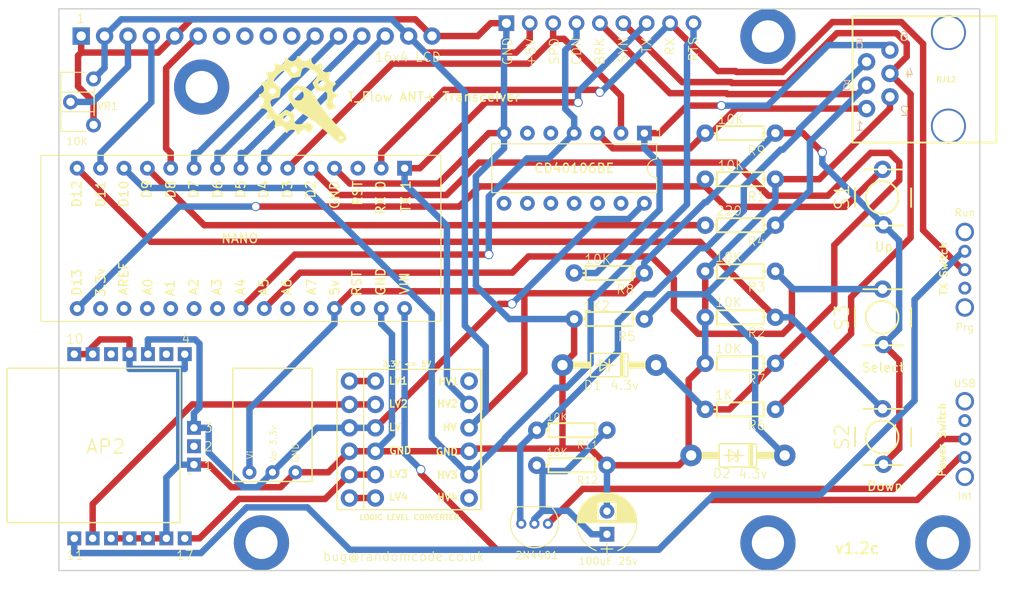
<source format=kicad_pcb>
(kicad_pcb (version 20171130) (host pcbnew 5.0.1)

  (general
    (thickness 1.6)
    (drawings 42)
    (tracks 380)
    (zones 0)
    (modules 36)
    (nets 35)
  )

  (page A4)
  (layers
    (0 Top signal)
    (31 Bottom signal)
    (32 B.Adhes user hide)
    (33 F.Adhes user hide)
    (34 B.Paste user hide)
    (35 F.Paste user hide)
    (36 B.SilkS user)
    (37 F.SilkS user)
    (38 B.Mask user)
    (39 F.Mask user)
    (40 Dwgs.User user hide)
    (41 Cmts.User user hide)
    (42 Eco1.User user hide)
    (43 Eco2.User user hide)
    (44 Edge.Cuts user)
    (45 Margin user hide)
    (46 B.CrtYd user hide)
    (47 F.CrtYd user hide)
    (48 B.Fab user hide)
    (49 F.Fab user hide)
  )

  (setup
    (last_trace_width 0.7)
    (trace_clearance 0.5)
    (zone_clearance 0.508)
    (zone_45_only no)
    (trace_min 0.6)
    (segment_width 0.2)
    (edge_width 0.15)
    (via_size 1)
    (via_drill 0.8)
    (via_min_size 1)
    (via_min_drill 0.6)
    (uvia_size 0.6)
    (uvia_drill 0.4)
    (uvias_allowed no)
    (uvia_min_size 0.6)
    (uvia_min_drill 0.4)
    (pcb_text_width 0.3)
    (pcb_text_size 1.5 1.5)
    (mod_edge_width 0.15)
    (mod_text_size 1 1)
    (mod_text_width 0.15)
    (pad_size 1.8796 1.8796)
    (pad_drill 1.016)
    (pad_to_mask_clearance 0.2)
    (solder_mask_min_width 0.25)
    (aux_axis_origin 78.08 130.5)
    (grid_origin 78.08 130.5)
    (visible_elements FFFFFF7F)
    (pcbplotparams
      (layerselection 0x010f0_ffffffff)
      (usegerberextensions false)
      (usegerberattributes false)
      (usegerberadvancedattributes false)
      (creategerberjobfile false)
      (excludeedgelayer true)
      (linewidth 0.150000)
      (plotframeref false)
      (viasonmask false)
      (mode 1)
      (useauxorigin true)
      (hpglpennumber 1)
      (hpglpenspeed 20)
      (hpglpendiameter 15.000000)
      (psnegative false)
      (psa4output false)
      (plotreference true)
      (plotvalue true)
      (plotinvisibletext false)
      (padsonsilk false)
      (subtractmaskfromsilk false)
      (outputformat 1)
      (mirror false)
      (drillshape 0)
      (scaleselection 1)
      (outputdirectory "Exports/"))
  )

  (net 0 "")
  (net 1 N$1)
  (net 2 N$2)
  (net 3 N$4)
  (net 4 N$5)
  (net 5 N$7)
  (net 6 N$6)
  (net 7 N$8)
  (net 8 N$9)
  (net 9 N$10)
  (net 10 N$11)
  (net 11 N$13)
  (net 12 N$17)
  (net 13 N$12)
  (net 14 N$14)
  (net 15 N$15)
  (net 16 N$16)
  (net 17 N$19)
  (net 18 N$27)
  (net 19 N$21)
  (net 20 N$24)
  (net 21 N$20)
  (net 22 N$18)
  (net 23 N$26)
  (net 24 N$22)
  (net 25 N$23)
  (net 26 N$29)
  (net 27 N$28)
  (net 28 N$30)
  (net 29 N$31)
  (net 30 N$32)
  (net 31 N$33)
  (net 32 N$35)
  (net 33 N$36)
  (net 34 N$38)

  (net_class Default "This is the default net class."
    (clearance 0.5)
    (trace_width 0.7)
    (via_dia 1)
    (via_drill 0.8)
    (uvia_dia 0.6)
    (uvia_drill 0.4)
    (add_net N$1)
    (add_net N$10)
    (add_net N$11)
    (add_net N$12)
    (add_net N$13)
    (add_net N$14)
    (add_net N$15)
    (add_net N$16)
    (add_net N$17)
    (add_net N$18)
    (add_net N$19)
    (add_net N$2)
    (add_net N$20)
    (add_net N$21)
    (add_net N$22)
    (add_net N$23)
    (add_net N$24)
    (add_net N$26)
    (add_net N$27)
    (add_net N$28)
    (add_net N$29)
    (add_net N$30)
    (add_net N$31)
    (add_net N$32)
    (add_net N$33)
    (add_net N$35)
    (add_net N$36)
    (add_net N$38)
    (add_net N$4)
    (add_net N$5)
    (add_net N$6)
    (add_net N$7)
    (add_net N$8)
    (add_net N$9)
  )

  (module Wire_Pads:SolderWirePad_single_2-5mmDrill (layer Top) (tedit 5C437BDD) (tstamp 5C4746D3)
    (at 95.26 83.731)
    (fp_text reference H1 (at -1.698 -0.508) (layer F.SilkS) hide
      (effects (font (size 1 1) (thickness 0.15)))
    )
    (fp_text value SolderWirePad_single_2-5mmDrill (at 1.27 5.08) (layer F.Fab)
      (effects (font (size 1 1) (thickness 0.15)))
    )
    (pad 1 thru_hole circle (at -1.76 -5.731) (size 5.99948 5.99948) (drill 3.5) (layers *.Cu *.Mask))
  )

  (module tacx_library:Arduino_Nano (layer Top) (tedit 5C76E37B) (tstamp 5C43EBE4)
    (at 115.545 86.812 270)
    (descr "Arduino Nano, http://www.mouser.com/pdfdocs/Gravitech_Arduino_Nano3_0.pdf")
    (tags "Arduino Nano")
    (fp_text reference NANO (at 7.62 17.907) (layer F.SilkS)
      (effects (font (size 1 1) (thickness 0.15)))
    )
    (fp_text value Arduino_Nano (at 8.89 19.05) (layer F.Fab)
      (effects (font (size 1 1) (thickness 0.15)))
    )
    (fp_text user VIN (at 12.5 0 270) (layer F.SilkS)
      (effects (font (size 1 1) (thickness 0.15)))
    )
    (fp_text user GND (at 12.3 2.6 270) (layer F.SilkS)
      (effects (font (size 1 1) (thickness 0.15)))
    )
    (fp_text user RST (at 12.5 5.2 270) (layer F.SilkS)
      (effects (font (size 1 1) (thickness 0.15)))
    )
    (fp_text user 5v (at 13 7.6 270) (layer F.SilkS)
      (effects (font (size 1 1) (thickness 0.15)))
    )
    (fp_text user A7 (at 12.9 10.1 270) (layer F.SilkS)
      (effects (font (size 1 1) (thickness 0.15)))
    )
    (fp_text user A6 (at 12.9 12.8 270) (layer F.SilkS)
      (effects (font (size 1 1) (thickness 0.15)))
    )
    (fp_text user A5 (at 12.9 15.3 270) (layer F.SilkS)
      (effects (font (size 1 1) (thickness 0.15)))
    )
    (fp_text user A4 (at 12.9 17.8 270) (layer F.SilkS)
      (effects (font (size 1 1) (thickness 0.15)))
    )
    (fp_text user A3 (at 12.9 20.4 270) (layer F.SilkS)
      (effects (font (size 1 1) (thickness 0.15)))
    )
    (fp_text user A2 (at 12.9 22.9 270) (layer F.SilkS)
      (effects (font (size 1 1) (thickness 0.15)))
    )
    (fp_text user A1 (at 13 25.5 270) (layer F.SilkS)
      (effects (font (size 1 1) (thickness 0.15)))
    )
    (fp_text user A0 (at 12.9 27.9 270) (layer F.SilkS)
      (effects (font (size 1 1) (thickness 0.15)))
    )
    (fp_text user AREF (at 12 30.5 270) (layer F.SilkS)
      (effects (font (size 1 1) (thickness 0.15)))
    )
    (fp_text user 3.3v (at 12.4 33 270) (layer F.SilkS)
      (effects (font (size 1 1) (thickness 0.15)))
    )
    (fp_text user D13 (at 12.4 35.6 270) (layer F.SilkS)
      (effects (font (size 1 1) (thickness 0.15)))
    )
    (fp_text user D12 (at 2.8 35.6 270) (layer F.SilkS)
      (effects (font (size 1 1) (thickness 0.15)))
    )
    (fp_text user D11 (at 2.8 33 270) (layer F.SilkS)
      (effects (font (size 1 1) (thickness 0.15)))
    )
    (fp_text user D10 (at 2.8 30.5 270) (layer F.SilkS)
      (effects (font (size 1 1) (thickness 0.15)))
    )
    (fp_text user D9 (at 2.3 28 270) (layer F.SilkS)
      (effects (font (size 1 1) (thickness 0.15)))
    )
    (fp_text user D8 (at 2.3 25.4 270) (layer F.SilkS)
      (effects (font (size 1 1) (thickness 0.15)))
    )
    (fp_text user D7 (at 2.3 22.9 270) (layer F.SilkS)
      (effects (font (size 1 1) (thickness 0.15)))
    )
    (fp_text user D6 (at 2.3 20.3 270) (layer F.SilkS)
      (effects (font (size 1 1) (thickness 0.15)))
    )
    (fp_text user D5 (at 2.3 17.8 270) (layer F.SilkS)
      (effects (font (size 1 1) (thickness 0.15)))
    )
    (fp_text user D4 (at 2.3 15.3 270) (layer F.SilkS)
      (effects (font (size 1 1) (thickness 0.15)))
    )
    (fp_text user D3 (at 2.3 12.7 270) (layer F.SilkS)
      (effects (font (size 1 1) (thickness 0.15)))
    )
    (fp_text user D2 (at 2.3 10.2 270) (layer F.SilkS)
      (effects (font (size 1 1) (thickness 0.15)))
    )
    (fp_text user GND (at 2.9 7.6 270) (layer F.SilkS)
      (effects (font (size 1 1) (thickness 0.15)))
    )
    (fp_text user RST (at 2.7 5.1 270) (layer F.SilkS)
      (effects (font (size 1 1) (thickness 0.15)))
    )
    (fp_text user "RX 0" (at 3.2 2.6 270) (layer F.SilkS)
      (effects (font (size 1 1) (thickness 0.15)))
    )
    (fp_text user " TX 1" (at 3.429 -0.127 270) (layer F.SilkS)
      (effects (font (size 1 1) (thickness 0.15)))
    )
    (fp_line (start 16.75 42.16) (end -1.53 42.16) (layer F.CrtYd) (width 0.05))
    (fp_line (start 16.75 42.16) (end 16.75 -4.06) (layer F.CrtYd) (width 0.05))
    (fp_line (start -1.53 -4.06) (end -1.53 42.16) (layer F.CrtYd) (width 0.05))
    (fp_line (start -1.53 -4.06) (end 16.75 -4.06) (layer F.CrtYd) (width 0.05))
    (fp_line (start 16.51 -3.81) (end 16.51 39.37) (layer F.Fab) (width 0.1))
    (fp_line (start 0 -3.81) (end 16.51 -3.81) (layer F.Fab) (width 0.1))
    (fp_line (start -1.27 -2.54) (end 0 -3.81) (layer F.Fab) (width 0.1))
    (fp_line (start -1.27 39.37) (end -1.27 -2.54) (layer F.Fab) (width 0.1))
    (fp_line (start 16.51 39.37) (end -1.27 39.37) (layer F.Fab) (width 0.1))
    (fp_line (start 16.64 -3.94) (end -1.4 -3.94) (layer F.SilkS) (width 0.12))
    (fp_line (start 16.64 39.5) (end 16.64 -3.94) (layer F.SilkS) (width 0.12))
    (fp_line (start -1.4 39.5) (end 16.64 39.5) (layer F.SilkS) (width 0.12))
    (fp_line (start 3.81 41.91) (end 3.81 31.75) (layer F.Fab) (width 0.1))
    (fp_line (start 11.43 41.91) (end 3.81 41.91) (layer F.Fab) (width 0.1))
    (fp_line (start 11.43 31.75) (end 11.43 41.91) (layer F.Fab) (width 0.1))
    (fp_line (start 3.81 31.75) (end 11.43 31.75) (layer F.Fab) (width 0.1))
    (fp_line (start -1.4 -3.94) (end -1.4 -1.27) (layer F.SilkS) (width 0.12))
    (fp_line (start -1.4 1.27) (end -1.4 39.5) (layer F.SilkS) (width 0.12))
    (fp_line (start -1.4 1.3) (end -1.4 -1.27) (layer F.SilkS) (width 0.12))
    (fp_text user %R (at 6.35 19.05) (layer F.Fab)
      (effects (font (size 1 1) (thickness 0.15)))
    )
    (pad 16 thru_hole oval (at 15.24 35.56 270) (size 1.6 1.6) (drill 0.8) (layers *.Cu *.Mask)
      (net 10 N$11))
    (pad 15 thru_hole oval (at 0 35.56 270) (size 1.6 1.6) (drill 0.8) (layers *.Cu *.Mask)
      (net 11 N$13))
    (pad 30 thru_hole oval (at 15.24 0 270) (size 1.6 1.6) (drill 0.8) (layers *.Cu *.Mask)
      (net 28 N$30))
    (pad 14 thru_hole oval (at 0 33.02 270) (size 1.6 1.6) (drill 0.8) (layers *.Cu *.Mask)
      (net 4 N$5))
    (pad 29 thru_hole oval (at 15.24 2.54 270) (size 1.6 1.6) (drill 0.8) (layers *.Cu *.Mask)
      (net 1 N$1))
    (pad 13 thru_hole oval (at 0 30.48 270) (size 1.6 1.6) (drill 0.8) (layers *.Cu *.Mask)
      (net 23 N$26))
    (pad 28 thru_hole oval (at 15.24 5.08 270) (size 1.6 1.6) (drill 0.8) (layers *.Cu *.Mask))
    (pad 12 thru_hole oval (at 0 27.94 270) (size 1.6 1.6) (drill 0.8) (layers *.Cu *.Mask)
      (net 13 N$12))
    (pad 27 thru_hole oval (at 15.24 7.62 270) (size 1.6 1.6) (drill 0.8) (layers *.Cu *.Mask)
      (net 2 N$2))
    (pad 11 thru_hole oval (at 0 25.4 270) (size 1.6 1.6) (drill 0.8) (layers *.Cu *.Mask)
      (net 5 N$7))
    (pad 26 thru_hole oval (at 15.24 10.16 270) (size 1.6 1.6) (drill 0.8) (layers *.Cu *.Mask))
    (pad 10 thru_hole oval (at 0 22.86 270) (size 1.6 1.6) (drill 0.8) (layers *.Cu *.Mask)
      (net 9 N$10))
    (pad 25 thru_hole oval (at 15.24 12.7 270) (size 1.6 1.6) (drill 0.8) (layers *.Cu *.Mask))
    (pad 9 thru_hole oval (at 0 20.32 270) (size 1.6 1.6) (drill 0.8) (layers *.Cu *.Mask)
      (net 8 N$9))
    (pad 24 thru_hole oval (at 15.24 15.24 270) (size 1.6 1.6) (drill 0.8) (layers *.Cu *.Mask)
      (net 12 N$17))
    (pad 8 thru_hole oval (at 0 17.78 270) (size 1.6 1.6) (drill 0.8) (layers *.Cu *.Mask)
      (net 7 N$8))
    (pad 23 thru_hole oval (at 15.24 17.78 270) (size 1.6 1.6) (drill 0.8) (layers *.Cu *.Mask)
      (net 30 N$32))
    (pad 7 thru_hole oval (at 0 15.24 270) (size 1.6 1.6) (drill 0.8) (layers *.Cu *.Mask)
      (net 6 N$6))
    (pad 22 thru_hole oval (at 15.24 20.32 270) (size 1.6 1.6) (drill 0.8) (layers *.Cu *.Mask))
    (pad 6 thru_hole oval (at 0 12.7 270) (size 1.6 1.6) (drill 0.8) (layers *.Cu *.Mask)
      (net 26 N$29))
    (pad 21 thru_hole oval (at 15.24 22.86 270) (size 1.6 1.6) (drill 0.8) (layers *.Cu *.Mask))
    (pad 5 thru_hole oval (at 0 10.16 270) (size 1.6 1.6) (drill 0.8) (layers *.Cu *.Mask)
      (net 16 N$16))
    (pad 20 thru_hole oval (at 15.24 25.4 270) (size 1.6 1.6) (drill 0.8) (layers *.Cu *.Mask))
    (pad 4 thru_hole oval (at 0 7.62 270) (size 1.6 1.6) (drill 0.8) (layers *.Cu *.Mask)
      (net 1 N$1))
    (pad 19 thru_hole oval (at 15.24 27.94 270) (size 1.6 1.6) (drill 0.8) (layers *.Cu *.Mask))
    (pad 3 thru_hole oval (at 0 5.08 270) (size 1.6 1.6) (drill 0.8) (layers *.Cu *.Mask))
    (pad 18 thru_hole oval (at 15.24 30.48 270) (size 1.6 1.6) (drill 0.8) (layers *.Cu *.Mask))
    (pad 2 thru_hole oval (at 0 2.54 270) (size 1.6 1.6) (drill 0.8) (layers *.Cu *.Mask)
      (net 27 N$28))
    (pad 17 thru_hole oval (at 15.24 33.02 270) (size 1.6 1.6) (drill 0.8) (layers *.Cu *.Mask))
    (pad 1 thru_hole rect (at 0 0 270) (size 1.6 1.6) (drill 0.8) (layers *.Cu *.Mask)
      (net 20 N$24))
    (model ${KISYS3DMOD}/Module.3dshapes/Arduino_Nano_WithMountingHoles.wrl
      (at (xyz 0 0 0))
      (scale (xyz 1 1 1))
      (rotate (xyz 0 0 0))
    )
  )

  (module tacx_library:TO-92_Inline_Narrow_Oval (layer Top) (tedit 5C424D1A) (tstamp 5C4250DA)
    (at 130.912 125.42 180)
    (descr "TO-92 leads in-line, narrow, oval pads, drill 0.6mm (see NXP sot054_po.pdf)")
    (tags "to-92 sc-43 sc-43a sot54 PA33 transistor")
    (fp_text reference 2N4401 (at 1.016 -3.429 180) (layer F.SilkS)
      (effects (font (size 0.8 0.8) (thickness 0.1)))
    )
    (fp_text value TO-92_Inline_Narrow_Oval (at 1.27 2.79 180) (layer F.Fab)
      (effects (font (size 1 1) (thickness 0.15)))
    )
    (fp_arc (start 1.27 0) (end 1.27 -2.6) (angle 135) (layer F.SilkS) (width 0.12))
    (fp_arc (start 1.27 0) (end 1.27 -2.48) (angle -135) (layer F.Fab) (width 0.1))
    (fp_arc (start 1.27 0) (end 1.27 -2.6) (angle -135) (layer F.SilkS) (width 0.12))
    (fp_arc (start 1.27 0) (end 1.27 -2.48) (angle 135) (layer F.Fab) (width 0.1))
    (fp_line (start 4 2.01) (end -1.46 2.01) (layer F.CrtYd) (width 0.05))
    (fp_line (start 4 2.01) (end 4 -2.73) (layer F.CrtYd) (width 0.05))
    (fp_line (start -1.46 -2.73) (end -1.46 2.01) (layer F.CrtYd) (width 0.05))
    (fp_line (start -1.46 -2.73) (end 4 -2.73) (layer F.CrtYd) (width 0.05))
    (fp_line (start -0.5 1.75) (end 3 1.75) (layer F.Fab) (width 0.1))
    (fp_line (start -0.53 1.85) (end 3.07 1.85) (layer F.SilkS) (width 0.12))
    (fp_text user %R (at 1.27 -3.56 180) (layer F.Fab)
      (effects (font (size 1 1) (thickness 0.15)))
    )
    (pad 1 thru_hole circle (at -0.2 0) (size 1.1 1.1) (drill 0.6) (layers *.Cu *.Mask)
      (net 25 N$23))
    (pad 3 thru_hole circle (at 2.7 0) (size 1.1 1.1) (drill 0.6) (layers *.Cu *.Mask)
      (net 24 N$22))
    (pad 2 thru_hole circle (at 1.27 0) (size 1.1 1.1) (drill 0.6) (layers *.Cu *.Mask)
      (net 34 N$38))
    (model ${KISYS3DMOD}/TO_SOT_Packages_THT.3dshapes/TO-92_Inline_Narrow_Oval.wrl
      (offset (xyz 1.269999980926514 0 0))
      (scale (xyz 1 1 1))
      (rotate (xyz 0 0 -90))
    )
  )

  (module AXIAL-0.3 (layer Top) (tedit 5C432D7C) (tstamp 5C424313)
    (at 133.706 115.26 180)
    (descr "<h3>AXIAL-0.3</h3>\n<p>Commonly used for 1/4W through-hole resistors. 0.3\" pitch between holes.</p>")
    (fp_text reference R11 (at -2.921 -1.14 180) (layer F.SilkS)
      (effects (font (size 0.8 0.8) (thickness 0.08)) (justify right top))
    )
    (fp_text value 10K (at 0.381 1.905 180) (layer F.SilkS)
      (effects (font (size 0.8 0.8) (thickness 0.08)) (justify right top))
    )
    (fp_text user "" (at 0 1.016 180) (layer F.SilkS)
      (effects (font (size 0.57912 0.57912) (thickness 0.12192)) (justify top))
    )
    (fp_text user "" (at 0 -1.016 180) (layer F.SilkS)
      (effects (font (size 0.57912 0.57912) (thickness 0.12192)) (justify bottom))
    )
    (fp_line (start -2.54 0) (end -2.794 0) (layer F.SilkS) (width 0.2032))
    (fp_line (start 2.54 0) (end 2.794 0) (layer F.SilkS) (width 0.2032))
    (fp_line (start -2.54 0) (end -2.54 -0.762) (layer F.SilkS) (width 0.2032))
    (fp_line (start -2.54 0.762) (end -2.54 0) (layer F.SilkS) (width 0.2032))
    (fp_line (start 2.54 0.762) (end -2.54 0.762) (layer F.SilkS) (width 0.2032))
    (fp_line (start 2.54 0) (end 2.54 0.762) (layer F.SilkS) (width 0.2032))
    (fp_line (start 2.54 -0.762) (end 2.54 0) (layer F.SilkS) (width 0.2032))
    (fp_line (start -2.54 -0.762) (end 2.54 -0.762) (layer F.SilkS) (width 0.2032))
    (pad P$2 thru_hole circle (at 3.81 0 180) (size 1.8796 1.8796) (drill 0.9) (layers *.Cu *.Mask)
      (net 24 N$22))
    (pad P$1 thru_hole circle (at -3.81 0 180) (size 1.8796 1.8796) (drill 0.9) (layers *.Cu *.Mask)
      (net 34 N$38))
  )

  (module AXIAL-0.3 (layer Top) (tedit 5C432DEA) (tstamp 5C424313)
    (at 133.706 119.07 180)
    (descr "<h3>AXIAL-0.3</h3>\n<p>Commonly used for 1/4W through-hole resistors. 0.3\" pitch between holes.</p>")
    (fp_text reference R12 (at -2.921 -1.143 180) (layer F.SilkS)
      (effects (font (size 0.8 0.8) (thickness 0.08)) (justify right top))
    )
    (fp_text value 10K (at 0.381 1.905 180) (layer F.SilkS)
      (effects (font (size 0.8 0.8) (thickness 0.08)) (justify right top))
    )
    (fp_text user "" (at 0 1.016 180) (layer F.SilkS)
      (effects (font (size 0.57912 0.57912) (thickness 0.12192)) (justify top))
    )
    (fp_text user "" (at 0 -1.016 180) (layer F.SilkS)
      (effects (font (size 0.57912 0.57912) (thickness 0.12192)) (justify bottom))
    )
    (fp_line (start -2.54 0) (end -2.794 0) (layer F.SilkS) (width 0.2032))
    (fp_line (start 2.54 0) (end 2.794 0) (layer F.SilkS) (width 0.2032))
    (fp_line (start -2.54 0) (end -2.54 -0.762) (layer F.SilkS) (width 0.2032))
    (fp_line (start -2.54 0.762) (end -2.54 0) (layer F.SilkS) (width 0.2032))
    (fp_line (start 2.54 0.762) (end -2.54 0.762) (layer F.SilkS) (width 0.2032))
    (fp_line (start 2.54 0) (end 2.54 0.762) (layer F.SilkS) (width 0.2032))
    (fp_line (start 2.54 -0.762) (end 2.54 0) (layer F.SilkS) (width 0.2032))
    (fp_line (start -2.54 -0.762) (end 2.54 -0.762) (layer F.SilkS) (width 0.2032))
    (pad P$2 thru_hole circle (at 3.81 0 180) (size 1.8796 1.8796) (drill 0.9) (layers *.Cu *.Mask)
      (net 34 N$38))
    (pad P$1 thru_hole circle (at -3.81 0 180) (size 1.8796 1.8796) (drill 0.9) (layers *.Cu *.Mask)
      (net 1 N$1))
  )

  (module Pin_Headers:Pin_Header_Straight_1x09_Pitch2.54mm (layer Top) (tedit 5C169B62) (tstamp 5C16AABE)
    (at 126.594 71.064 90)
    (descr "Through hole straight pin header, 1x09, 2.54mm pitch, single row")
    (tags "Through hole pin header THT 1x09 2.54mm single row")
    (fp_text reference REF** (at 0 -2.33 90) (layer F.SilkS) hide
      (effects (font (size 1 1) (thickness 0.15)))
    )
    (fp_text value Pin_Header_Straight_1x09_Pitch2.54mm (at 0 22.65 90) (layer F.Fab)
      (effects (font (size 1 1) (thickness 0.15)))
    )
    (fp_line (start -0.635 -1.27) (end 1.27 -1.27) (layer F.Fab) (width 0.1))
    (fp_line (start 1.27 -1.27) (end 1.27 21.59) (layer F.Fab) (width 0.1))
    (fp_line (start 1.27 21.59) (end -1.27 21.59) (layer F.Fab) (width 0.1))
    (fp_line (start -1.27 21.59) (end -1.27 -0.635) (layer F.Fab) (width 0.1))
    (fp_line (start -1.27 -0.635) (end -0.635 -1.27) (layer F.Fab) (width 0.1))
    (fp_line (start -1.8 -1.8) (end -1.8 22.1) (layer F.CrtYd) (width 0.05))
    (fp_line (start -1.8 22.1) (end 1.8 22.1) (layer F.CrtYd) (width 0.05))
    (fp_line (start 1.8 22.1) (end 1.8 -1.8) (layer F.CrtYd) (width 0.05))
    (fp_line (start 1.8 -1.8) (end -1.8 -1.8) (layer F.CrtYd) (width 0.05))
    (fp_text user %R (at 0 10.16 180) (layer F.Fab)
      (effects (font (size 1 1) (thickness 0.15)))
    )
    (pad 1 thru_hole rect (at 0 0 90) (size 1.7 1.7) (drill 1) (layers *.Cu *.Mask)
      (net 1 N$1))
    (pad 2 thru_hole oval (at 0 2.54 90) (size 1.7 1.7) (drill 1) (layers *.Cu *.Mask)
      (net 2 N$2))
    (pad 3 thru_hole oval (at 0 5.08 90) (size 1.7 1.7) (drill 1) (layers *.Cu *.Mask)
      (net 26 N$29))
    (pad 4 thru_hole oval (at 0 7.62 90) (size 1.7 1.7) (drill 1) (layers *.Cu *.Mask)
      (net 30 N$32))
    (pad 5 thru_hole oval (at 0 10.16 90) (size 1.7 1.7) (drill 1) (layers *.Cu *.Mask)
      (net 14 N$14))
    (pad 6 thru_hole oval (at 0 12.7 90) (size 1.7 1.7) (drill 1) (layers *.Cu *.Mask)
      (net 15 N$15))
    (pad 7 thru_hole oval (at 0 15.24 90) (size 1.7 1.7) (drill 1) (layers *.Cu *.Mask)
      (net 20 N$24))
    (pad 8 thru_hole oval (at 0 17.78 90) (size 1.7 1.7) (drill 1) (layers *.Cu *.Mask)
      (net 27 N$28))
    (pad 9 thru_hole oval (at 0 20.32 90) (size 1.7 1.7) (drill 1) (layers *.Cu *.Mask)
      (net 23 N$26))
    (model ${KISYS3DMOD}/Pin_Headers.3dshapes/Pin_Header_Straight_1x09_Pitch2.54mm.wrl
      (at (xyz 0 0 0))
      (scale (xyz 1 1 1))
      (rotate (xyz 0 0 0))
    )
  )

  (module AXIAL-0.3 (layer Top) (tedit 5C168688) (tstamp 5C16847C)
    (at 152 83 180)
    (descr "<h3>AXIAL-0.3</h3>\n<p>Commonly used for 1/4W through-hole resistors. 0.3\" pitch between holes.</p>")
    (fp_text reference R9 (at -2.788 -1.328 180) (layer F.SilkS)
      (effects (font (size 1 1) (thickness 0.1)) (justify right top))
    )
    (fp_text value 10K (at -0.502 2.0866 180) (layer F.SilkS)
      (effects (font (size 1 1) (thickness 0.1)) (justify right top))
    )
    (fp_text user "" (at 0 1.016 180) (layer F.SilkS)
      (effects (font (size 0.57912 0.57912) (thickness 0.12192)) (justify top))
    )
    (fp_text user "" (at 0 -1.016 180) (layer F.SilkS)
      (effects (font (size 0.57912 0.57912) (thickness 0.12192)) (justify bottom))
    )
    (fp_line (start -2.54 0) (end -2.794 0) (layer F.SilkS) (width 0.2032))
    (fp_line (start 2.54 0) (end 2.794 0) (layer F.SilkS) (width 0.2032))
    (fp_line (start -2.54 0) (end -2.54 -0.762) (layer F.SilkS) (width 0.2032))
    (fp_line (start -2.54 0.762) (end -2.54 0) (layer F.SilkS) (width 0.2032))
    (fp_line (start 2.54 0.762) (end -2.54 0.762) (layer F.SilkS) (width 0.2032))
    (fp_line (start 2.54 0) (end 2.54 0.762) (layer F.SilkS) (width 0.2032))
    (fp_line (start 2.54 -0.762) (end 2.54 0) (layer F.SilkS) (width 0.2032))
    (fp_line (start -2.54 -0.762) (end 2.54 -0.762) (layer F.SilkS) (width 0.2032))
    (pad P$2 thru_hole circle (at 3.81 0 180) (size 1.8796 1.8796) (drill 0.9) (layers *.Cu *.Mask)
      (net 29 N$31))
    (pad P$1 thru_hole circle (at -3.81 0 180) (size 1.8796 1.8796) (drill 0.9) (layers *.Cu *.Mask)
      (net 2 N$2))
  )

  (module My_Tacx_Library:AP2_MODULE_2 (layer Top) (tedit 5C76E342) (tstamp 5AEA08FE)
    (at 91.669 107.005 270)
    (fp_text reference U$1 (at 7.493 2.794 270) (layer F.SilkS) hide
      (effects (font (size 1.524 1.524) (thickness 0.15)) (justify right top))
    )
    (fp_text value AP2 (at 9.144 6.35) (layer F.SilkS)
      (effects (font (size 1.524 1.524) (thickness 0.15)) (justify right top))
    )
    (fp_line (start 1.524 19.304) (end 1.524 0.508) (layer F.SilkS) (width 0.15))
    (fp_line (start 18.288 19.304) (end 1.524 19.304) (layer F.SilkS) (width 0.15))
    (fp_line (start 18.288 0.508) (end 18.288 19.304) (layer F.SilkS) (width 0.15))
    (fp_line (start 1.524 0.508) (end 18.288 0.508) (layer F.SilkS) (width 0.15))
    (fp_text user "" (at 7.5 19.3 270) (layer F.SilkS)
      (effects (font (size 1.2065 1.2065) (thickness 0.1016)) (justify left bottom))
    )
    (fp_line (start -1 20) (end -1 -2) (layer Dwgs.User) (width 0.127))
    (fp_line (start 21 20) (end -1 20) (layer Dwgs.User) (width 0.127))
    (fp_line (start 21 -2) (end 21 20) (layer Dwgs.User) (width 0.127))
    (fp_line (start -1 -2) (end 21 -2) (layer Dwgs.User) (width 0.127))
    (fp_circle (center 12.95 -0.5) (end 13 -0.5) (layer F.SilkS) (width 0.127))
    (pad 11 thru_hole rect (at 20 12 270) (size 1.5 1.5) (drill 0.8) (layers *.Cu *.Mask)
      (net 21 N$20))
    (pad 12 thru_hole rect (at 20 10 270) (size 1.5 1.5) (drill 0.8) (layers *.Cu *.Mask)
      (net 19 N$21))
    (pad 13 thru_hole rect (at 20 8 270) (size 1.5 1.5) (drill 0.8) (layers *.Cu *.Mask)
      (net 1 N$1))
    (pad 14 thru_hole rect (at 20 6 270) (size 1.5 1.5) (drill 0.8) (layers *.Cu *.Mask)
      (net 1 N$1))
    (pad 15 thru_hole rect (at 20 4 270) (size 1.5 1.5) (drill 0.8) (layers *.Cu *.Mask)
      (net 1 N$1))
    (pad 16 thru_hole rect (at 20 2 270) (size 1.5 1.5) (drill 0.8) (layers *.Cu *.Mask)
      (net 1 N$1))
    (pad 17 thru_hole rect (at 20 0 270) (size 1.5 1.5) (drill 0.8) (layers *.Cu *.Mask)
      (net 22 N$18))
    (pad 1 thru_hole rect (at 12 -1 270) (size 1.5 1.5) (drill 0.8) (layers *.Cu *.Mask)
      (net 1 N$1))
    (pad 2 thru_hole rect (at 10 -1 270) (size 1.5 1.5) (drill 0.8) (layers *.Cu *.Mask))
    (pad 3 thru_hole rect (at 8 -1 270) (size 1.5 1.5) (drill 0.8) (layers *.Cu *.Mask)
      (net 18 N$27))
    (pad 10 thru_hole rect (at 0 12 270) (size 1.5 1.5) (drill 0.8) (layers *.Cu *.Mask)
      (net 1 N$1))
    (pad 9 thru_hole rect (at 0 10 270) (size 1.5 1.5) (drill 0.8) (layers *.Cu *.Mask)
      (net 1 N$1))
    (pad 8 thru_hole rect (at 0 8 270) (size 1.5 1.5) (drill 0.8) (layers *.Cu *.Mask))
    (pad 7 thru_hole rect (at 0 6 270) (size 1.5 1.5) (drill 0.8) (layers *.Cu *.Mask)
      (net 1 N$1))
    (pad 6 thru_hole rect (at 0 4 270) (size 1.5 1.5) (drill 0.8) (layers *.Cu *.Mask)
      (net 18 N$27))
    (pad 5 thru_hole rect (at 0 2 270) (size 1.5 1.5) (drill 0.8) (layers *.Cu *.Mask))
    (pad 4 thru_hole rect (at 0 0 270) (size 1.5 1.5) (drill 0.8) (layers *.Cu *.Mask)
      (net 1 N$1))
  )

  (module Wire_Pads:SolderWirePad_single_2-5mmDrill (layer Top) (tedit 5C444229) (tstamp 5BFFE095)
    (at 157.444 133.223)
    (fp_text reference H4 (at -1.698 -0.508) (layer F.SilkS) hide
      (effects (font (size 1 1) (thickness 0.15)))
    )
    (fp_text value SolderWirePad_single_2-5mmDrill (at 1.27 5.08) (layer F.Fab)
      (effects (font (size 1 1) (thickness 0.15)))
    )
    (pad 4 thru_hole circle (at -2.444 -5.723) (size 5.99948 5.99948) (drill 3.5) (layers *.Cu *.Mask))
  )

  (module Wire_Pads:SolderWirePad_single_2-5mmDrill (layer Top) (tedit 5C437BFB) (tstamp 5BFFE013)
    (at 155.158 74.549)
    (fp_text reference H2 (at -1.698 -0.508) (layer F.SilkS) hide
      (effects (font (size 1 1) (thickness 0.15)))
    )
    (fp_text value SolderWirePad_single_2-5mmDrill (at 1.27 5.08) (layer F.Fab)
      (effects (font (size 1 1) (thickness 0.15)))
    )
    (pad 2 thru_hole circle (at -0.158 -2.049) (size 5.99948 5.99948) (drill 3.5) (layers *.Cu *.Mask))
  )

  (module Wire_Pads:SolderWirePad_single_2-5mmDrill (layer Top) (tedit 5C437CF8) (tstamp 5BF14464)
    (at 176.159 132.626)
    (fp_text reference H5 (at -1.698 -0.508) (layer F.SilkS) hide
      (effects (font (size 1 1) (thickness 0.15)))
    )
    (fp_text value SolderWirePad_single_2-5mmDrill (at 1.27 5.08) (layer F.Fab)
      (effects (font (size 1 1) (thickness 0.15)))
    )
    (pad 5 thru_hole circle (at -2.159 -5.126) (size 5.99948 5.99948) (drill 3.5) (layers *.Cu *.Mask))
  )

  (module Wire_Pads:SolderWirePad_single_2-5mmDrill (layer Top) (tedit 5C437F93) (tstamp 5BF1444F)
    (at 84 132.525)
    (fp_text reference H3 (at -1.698 -0.508) (layer F.SilkS) hide
      (effects (font (size 1 1) (thickness 0.15)))
    )
    (fp_text value SolderWirePad_single_2-5mmDrill (at 1.27 5.08) (layer F.Fab)
      (effects (font (size 1 1) (thickness 0.15)))
    )
    (pad 3 thru_hole circle (at 16 -5.025) (size 5.99948 5.99948) (drill 3.5) (layers *.Cu *.Mask))
  )

  (module Potentiometers:Potentiometer_Trimmer_ACP_CA6h_Vertical (layer Top) (tedit 5C8025AF) (tstamp 5BEF2DB3)
    (at 81.763 82.113 180)
    (descr "Potentiometer, vertically mounted, Omeg PC16PU, Omeg PC16PU, Omeg PC16PU, Vishay/Spectrol 248GJ/249GJ Single, Vishay/Spectrol 248GJ/249GJ Single, Vishay/Spectrol 248GJ/249GJ Single, Vishay/Spectrol 248GH/249GH Single, Vishay/Spectrol 148/149 Single, Vishay/Spectrol 148/149 Single, Vishay/Spectrol 148/149 Single, Vishay/Spectrol 148A/149A Single with mounting plates, Vishay/Spectrol 148/149 Double, Vishay/Spectrol 148A/149A Double with mounting plates, Piher PC-16 Single, Piher PC-16 Single, Piher PC-16 Single, Piher PC-16SV Single, Piher PC-16 Double, Piher PC-16 Triple, Piher T16H Single, Piher T16L Single, Piher T16H Double, Alps RK163 Single, Alps RK163 Double, Alps RK097 Single, Alps RK097 Double, Bourns PTV09A-2 Single with mounting sleve Single, Bourns PTV09A-1 with mounting sleve Single, Bourns PRS11S Single, Alps RK09K Single with mounting sleve Single, Alps RK09K with mounting sleve Single, Alps RK09L Single, Alps RK09L Single, Alps RK09L Double, Alps RK09L Double, Alps RK09Y Single, Bourns 3339S Single, Bourns 3339S Single, Bourns 3339P Single, Bourns 3339H Single, Vishay T7YA Single, Suntan TSR-3386H Single, Suntan TSR-3386H Single, Suntan TSR-3386P Single, Vishay T73XX Single, Vishay T73XX Single, Vishay T73YP Single, Piher PT-6h Single, Piher PT-6v Single, Piher PT-6v Single, Piher PT-10h2.5 Single, Piher PT-10h5 Single, Piher PT-101h3.8 Single, Piher PT-10v10 Single, Piher PT-10v10 Single, Piher PT-10v5 Single, Piher PT-15h5 Single, Piher PT-15h2.5 Single, Piher PT-15B Single, Piher PT-15hc5 Single, Piher PT-15v12.5 Single, Piher PT-15v12.5 Single, Piher PT-15v15 Single, Piher PT-15v15 Single, ACP CA6h Single, http://www.acptechnologies.com/wp-content/uploads/2016/12/ACP-CAT%C3%81LOGO-ENTERO-2016.pdf")
    (tags "Potentiometer vertical  Omeg PC16PU  Omeg PC16PU  Omeg PC16PU  Vishay/Spectrol 248GJ/249GJ Single  Vishay/Spectrol 248GJ/249GJ Single  Vishay/Spectrol 248GJ/249GJ Single  Vishay/Spectrol 248GH/249GH Single  Vishay/Spectrol 148/149 Single  Vishay/Spectrol 148/149 Single  Vishay/Spectrol 148/149 Single  Vishay/Spectrol 148A/149A Single with mounting plates  Vishay/Spectrol 148/149 Double  Vishay/Spectrol 148A/149A Double with mounting plates  Piher PC-16 Single  Piher PC-16 Single  Piher PC-16 Single  Piher PC-16SV Single  Piher PC-16 Double  Piher PC-16 Triple  Piher T16H Single  Piher T16L Single  Piher T16H Double  Alps RK163 Single  Alps RK163 Double  Alps RK097 Single  Alps RK097 Double  Bourns PTV09A-2 Single with mounting sleve Single  Bourns PTV09A-1 with mounting sleve Single  Bourns PRS11S Single  Alps RK09K Single with mounting sleve Single  Alps RK09K with mounting sleve Single  Alps RK09L Single  Alps RK09L Single  Alps RK09L Double  Alps RK09L Double  Alps RK09Y Single  Bourns 3339S Single  Bourns 3339S Single  Bourns 3339P Single  Bourns 3339H Single  Vishay T7YA Single  Suntan TSR-3386H Single  Suntan TSR-3386H Single  Suntan TSR-3386P Single  Vishay T73XX Single  Vishay T73XX Single  Vishay T73YP Single  Piher PT-6h Single  Piher PT-6v Single  Piher PT-6v Single  Piher PT-10h2.5 Single  Piher PT-10h5 Single  Piher PT-101h3.8 Single  Piher PT-10v10 Single  Piher PT-10v10 Single  Piher PT-10v5 Single  Piher PT-15h5 Single  Piher PT-15h2.5 Single  Piher PT-15B Single  Piher PT-15hc5 Single  Piher PT-15v12.5 Single  Piher PT-15v12.5 Single  Piher PT-15v15 Single  Piher PT-15v15 Single  ACP CA6h Single")
    (fp_text reference 10K (at 1.778 -1.778 180) (layer F.SilkS)
      (effects (font (size 0.8 0.8) (thickness 0.1)))
    )
    (fp_text value Potentiometer_Trimmer_ACP_CA6h_Vertical (at 0 7.06 180) (layer F.Fab)
      (effects (font (size 1 1) (thickness 0.15)))
    )
    (fp_line (start 3.5 -0.65) (end 3.5 5.65) (layer F.Fab) (width 0.1))
    (fp_line (start 3.5 5.65) (end 0 5.65) (layer F.Fab) (width 0.1))
    (fp_line (start 0 5.65) (end 0 -0.65) (layer F.Fab) (width 0.1))
    (fp_line (start 0 -0.65) (end 3.5 -0.65) (layer F.Fab) (width 0.1))
    (fp_line (start 0 1.5) (end 0 3.5) (layer F.Fab) (width 0.1))
    (fp_line (start 0 3.5) (end 3.5 3.5) (layer F.Fab) (width 0.1))
    (fp_line (start 3.5 3.5) (end 3.5 1.5) (layer F.Fab) (width 0.1))
    (fp_line (start 3.5 1.5) (end 0 1.5) (layer F.Fab) (width 0.1))
    (fp_line (start 0.873 -0.71) (end 3.56 -0.71) (layer F.SilkS) (width 0.12))
    (fp_line (start 0.873 5.71) (end 3.56 5.71) (layer F.SilkS) (width 0.12))
    (fp_line (start 3.56 -0.71) (end 3.56 5.71) (layer F.SilkS) (width 0.12))
    (fp_line (start -0.061 1.005) (end -0.061 3.996) (layer F.SilkS) (width 0.12))
    (fp_line (start -0.061 1.44) (end 3.56 1.44) (layer F.SilkS) (width 0.12))
    (fp_line (start -0.061 3.56) (end 3.56 3.56) (layer F.SilkS) (width 0.12))
    (fp_line (start -0.061 1.44) (end -0.061 3.56) (layer F.SilkS) (width 0.12))
    (fp_line (start 3.56 1.44) (end 3.56 3.56) (layer F.SilkS) (width 0.12))
    (fp_line (start -1.1 -1.1) (end -1.1 6.1) (layer F.CrtYd) (width 0.05))
    (fp_line (start -1.1 6.1) (end 3.75 6.1) (layer F.CrtYd) (width 0.05))
    (fp_line (start 3.75 6.1) (end 3.75 -1.1) (layer F.CrtYd) (width 0.05))
    (fp_line (start 3.75 -1.1) (end -1.1 -1.1) (layer F.CrtYd) (width 0.05))
    (pad 3 thru_hole circle (at 0 5 180) (size 1.62 1.62) (drill 0.9) (layers *.Cu *.Mask)
      (net 2 N$2))
    (pad 2 thru_hole circle (at 2.5 2.5 180) (size 1.62 1.62) (drill 0.9) (layers *.Cu *.Mask)
      (net 3 N$4))
    (pad 1 thru_hole circle (at 0 0 180) (size 1.62 1.62) (drill 0.9) (layers *.Cu *.Mask)
      (net 1 N$1))
    (model Potentiometers.3dshapes/Potentiometer_Trimmer_ACP_CA6h_Vertical.wrl
      (at (xyz 0 0 0))
      (scale (xyz 0.393701 0.393701 0.393701))
      (rotate (xyz 0 0 0))
    )
  )

  (module Housings_DIP:DIP-14_W7.62mm (layer Top) (tedit 5C1686AB) (tstamp 5C06A32C)
    (at 141.58 83.002 270)
    (descr "14-lead though-hole mounted DIP package, row spacing 7.62 mm (300 mils)")
    (tags "THT DIP DIL PDIP 2.54mm 7.62mm 300mil")
    (fp_text reference CD40106BE (at 3.81 7.62) (layer F.SilkS)
      (effects (font (size 1 1) (thickness 0.15)))
    )
    (fp_text value DIP-14_W7.62mm (at 3.81 17.57 270) (layer F.Fab)
      (effects (font (size 1 1) (thickness 0.15)))
    )
    (fp_arc (start 3.81 -1.33) (end 2.81 -1.33) (angle -180) (layer F.SilkS) (width 0.12))
    (fp_line (start 1.635 -1.27) (end 6.985 -1.27) (layer F.Fab) (width 0.1))
    (fp_line (start 6.985 -1.27) (end 6.985 16.51) (layer F.Fab) (width 0.1))
    (fp_line (start 6.985 16.51) (end 0.635 16.51) (layer F.Fab) (width 0.1))
    (fp_line (start 0.635 16.51) (end 0.635 -0.27) (layer F.Fab) (width 0.1))
    (fp_line (start 0.635 -0.27) (end 1.635 -1.27) (layer F.Fab) (width 0.1))
    (fp_line (start 2.81 -1.33) (end 1.16 -1.33) (layer F.SilkS) (width 0.12))
    (fp_line (start 1.16 -1.33) (end 1.16 16.57) (layer F.SilkS) (width 0.12))
    (fp_line (start 1.16 16.57) (end 6.46 16.57) (layer F.SilkS) (width 0.12))
    (fp_line (start 6.46 16.57) (end 6.46 -1.33) (layer F.SilkS) (width 0.12))
    (fp_line (start 6.46 -1.33) (end 4.81 -1.33) (layer F.SilkS) (width 0.12))
    (fp_line (start -1.1 -1.55) (end -1.1 16.8) (layer F.CrtYd) (width 0.05))
    (fp_line (start -1.1 16.8) (end 8.7 16.8) (layer F.CrtYd) (width 0.05))
    (fp_line (start 8.7 16.8) (end 8.7 -1.55) (layer F.CrtYd) (width 0.05))
    (fp_line (start 8.7 -1.55) (end -1.1 -1.55) (layer F.CrtYd) (width 0.05))
    (fp_text user %R (at 3.81 7.62 270) (layer F.Fab)
      (effects (font (size 1 1) (thickness 0.15)))
    )
    (pad 1 thru_hole rect (at 0 0 270) (size 1.6 1.6) (drill 0.8) (layers *.Cu *.Mask)
      (net 17 N$19))
    (pad 8 thru_hole oval (at 7.62 15.24 270) (size 1.6 1.6) (drill 0.8) (layers *.Cu *.Mask))
    (pad 2 thru_hole oval (at 0 2.54 270) (size 1.6 1.6) (drill 0.8) (layers *.Cu *.Mask)
      (net 26 N$29))
    (pad 9 thru_hole oval (at 7.62 12.7 270) (size 1.6 1.6) (drill 0.8) (layers *.Cu *.Mask))
    (pad 3 thru_hole oval (at 0 5.08 270) (size 1.6 1.6) (drill 0.8) (layers *.Cu *.Mask)
      (net 29 N$31))
    (pad 10 thru_hole oval (at 7.62 10.16 270) (size 1.6 1.6) (drill 0.8) (layers *.Cu *.Mask))
    (pad 4 thru_hole oval (at 0 7.62 270) (size 1.6 1.6) (drill 0.8) (layers *.Cu *.Mask)
      (net 30 N$32))
    (pad 11 thru_hole oval (at 7.62 7.62 270) (size 1.6 1.6) (drill 0.8) (layers *.Cu *.Mask))
    (pad 5 thru_hole oval (at 0 10.16 270) (size 1.6 1.6) (drill 0.8) (layers *.Cu *.Mask))
    (pad 12 thru_hole oval (at 7.62 5.08 270) (size 1.6 1.6) (drill 0.8) (layers *.Cu *.Mask))
    (pad 6 thru_hole oval (at 0 12.7 270) (size 1.6 1.6) (drill 0.8) (layers *.Cu *.Mask))
    (pad 13 thru_hole oval (at 7.62 2.54 270) (size 1.6 1.6) (drill 0.8) (layers *.Cu *.Mask))
    (pad 7 thru_hole oval (at 0 15.24 270) (size 1.6 1.6) (drill 0.8) (layers *.Cu *.Mask)
      (net 1 N$1))
    (pad 14 thru_hole oval (at 7.62 0 270) (size 1.6 1.6) (drill 0.8) (layers *.Cu *.Mask)
      (net 18 N$27))
    (model ${KISYS3DMOD}/Housings_DIP.3dshapes/DIP-14_W7.62mm.wrl
      (at (xyz 0 0 0))
      (scale (xyz 1 1 1))
      (rotate (xyz 0 0 0))
    )
  )

  (module My_Tacx_Library:TACX_LOGIC_LEVEL_CONVERTER (layer Top) (tedit 5C76E47D) (tstamp 5C06F743)
    (at 116.053 116.276)
    (descr "<h3>SparkFun Logic Level Converter</h3>\n<p>Specifications:\n<ul><li>Pin count:12</li>\n<li>Pin pitch: 0.1\"</li>\n<li>Area: 0.6x 0.5 \"</li>\n</ul></p>\n<p>Example device(s):\n<ul><li>SparkFun Logic Level Converter</li>\n</ul></p>")
    (fp_text reference "3.3V <> 5V" (at -0.254 -7.874) (layer F.SilkS)
      (effects (font (size 0.57912 0.57912) (thickness 0.12192)) (justify bottom))
    )
    (fp_text value "LOGIC LEVEL CONVERTER" (at 0 8.1026) (layer F.SilkS)
      (effects (font (size 0.57912 0.57912) (thickness 0.12192)) (justify top))
    )
    (fp_text user HV4 (at 2.921 6.731) (layer F.SilkS)
      (effects (font (size 0.77216 0.77216) (thickness 0.16256)) (justify left bottom))
    )
    (fp_text user HV3 (at 2.921 4.318) (layer F.SilkS)
      (effects (font (size 0.77216 0.77216) (thickness 0.16256)) (justify left bottom))
    )
    (fp_text user GND (at 2.794 1.778) (layer F.SilkS)
      (effects (font (size 0.77216 0.77216) (thickness 0.16256)) (justify left bottom))
    )
    (fp_text user HV (at 3.556 -0.889) (layer F.SilkS)
      (effects (font (size 0.77216 0.77216) (thickness 0.16256)) (justify left bottom))
    )
    (fp_text user LV4 (at -5.207 6.6802) (layer F.SilkS) hide
      (effects (font (size 0.77216 0.77216) (thickness 0.16256)) (justify left bottom))
    )
    (fp_text user LV3 (at -5.207 4.191) (layer F.SilkS) hide
      (effects (font (size 0.77216 0.77216) (thickness 0.16256)) (justify left bottom))
    )
    (fp_text user GND (at -5.207 1.651) (layer F.SilkS) hide
      (effects (font (size 0.77216 0.77216) (thickness 0.16256)) (justify left bottom))
    )
    (fp_text user LV (at -5.207 -0.889) (layer F.SilkS) hide
      (effects (font (size 0.77216 0.77216) (thickness 0.16256)) (justify left bottom))
    )
    (fp_text user HV2 (at 2.921 -3.429) (layer F.SilkS)
      (effects (font (size 0.77216 0.77216) (thickness 0.16256)) (justify left bottom))
    )
    (fp_text user HV1 (at 3.048 -5.842) (layer F.SilkS)
      (effects (font (size 0.77216 0.77216) (thickness 0.16256)) (justify left bottom))
    )
    (fp_text user LV2 (at -5.207 -3.429) (layer F.SilkS) hide
      (effects (font (size 0.77216 0.77216) (thickness 0.16256)) (justify left bottom))
    )
    (fp_text user LV1 (at -5.207 -5.842) (layer F.SilkS) hide
      (effects (font (size 0.77216 0.77216) (thickness 0.16256)) (justify left bottom))
    )
    (fp_line (start 7.85 7.62) (end -7.85 7.62) (layer F.SilkS) (width 0.127))
    (fp_line (start 7.85 -7.62) (end 7.85 7.62) (layer F.SilkS) (width 0.127))
    (fp_line (start -7.85 -7.62) (end 7.85 -7.62) (layer F.SilkS) (width 0.127))
    (fp_line (start -7.85 7.62) (end -7.85 -7.62) (layer F.SilkS) (width 0.127))
    (pad HV1 thru_hole circle (at 6.5 -6.35) (size 1.8796 1.8796) (drill 1.016) (layers *.Cu *.Mask)
      (net 33 N$36))
    (pad HV2 thru_hole circle (at 6.5 -3.81) (size 1.8796 1.8796) (drill 1.016) (layers *.Cu *.Mask)
      (net 20 N$24))
    (pad HV thru_hole circle (at 6.5 -1.27) (size 1.8796 1.8796) (drill 1.016) (layers *.Cu *.Mask)
      (net 2 N$2))
    (pad GND2 thru_hole circle (at 6.5 1.27) (size 1.8796 1.8796) (drill 1.016) (layers *.Cu *.Mask)
      (net 1 N$1))
    (pad HV3 thru_hole circle (at 6.5 3.81) (size 1.8796 1.8796) (drill 1.016) (layers *.Cu *.Mask)
      (net 23 N$26))
    (pad HV4 thru_hole circle (at 6.5 6.35) (size 1.8796 1.8796) (drill 1.016) (layers *.Cu *.Mask))
    (pad LV4 thru_hole circle (at -6.5 6.35) (size 1.8796 1.8796) (drill 1.016) (layers *.Cu *.Mask)
      (net 31 N$33))
    (pad LV3 thru_hole circle (at -6.5 3.81) (size 1.8796 1.8796) (drill 1.016) (layers *.Cu *.Mask)
      (net 22 N$18))
    (pad GND1 thru_hole circle (at -6.5 1.27) (size 1.8796 1.8796) (drill 1.016) (layers *.Cu *.Mask)
      (net 1 N$1))
    (pad LV thru_hole circle (at -6.5 -1.27) (size 1.8796 1.8796) (drill 1.016) (layers *.Cu *.Mask)
      (net 18 N$27))
    (pad LV2 thru_hole circle (at -6.5 -3.81) (size 1.8796 1.8796) (drill 1.016) (layers *.Cu *.Mask)
      (net 19 N$21))
    (pad LV1 thru_hole circle (at -6.5 -6.35) (size 1.8796 1.8796) (drill 1.016) (layers *.Cu *.Mask)
      (net 32 N$35))
  )

  (module tacx_library:my_slide_switch (layer Top) (tedit 5C10129C) (tstamp 5BFFBCAE)
    (at 176.378 116.122 270)
    (fp_text reference "Power Switch" (at 0.1778 2.4638 270) (layer F.SilkS)
      (effects (font (size 0.8 0.8) (thickness 0.15)))
    )
    (fp_text value slide_switch (at 0 -2 270) (layer F.Fab)
      (effects (font (size 1 1) (thickness 0.15)))
    )
    (pad 3 thru_hole circle (at 2.1 0 270) (size 1.4 1.4) (drill 0.8) (layers *.Cu *.Mask)
      (net 28 N$30))
    (pad 1 thru_hole circle (at -1.9 0 270) (size 1.4 1.4) (drill 0.8) (layers *.Cu *.Mask))
    (pad 2 thru_hole circle (at 0.1 0 270) (size 1.4 1.4) (drill 0.8) (layers *.Cu *.Mask)
      (net 25 N$23))
    (pad 5 thru_hole circle (at 4.2 0 270) (size 2 2) (drill 1.4) (layers *.Cu *.Mask))
    (pad 4 thru_hole circle (at -4 0 270) (size 2 2) (drill 1.4) (layers *.Cu *.Mask))
  )

  (module DO41Z10 (layer Top) (tedit 5BF84AAA) (tstamp 5AEA0835)
    (at 137.77 108.192 180)
    (descr "<B>DIODE</B><p>\ndiameter 2.54 mm, horizontal, grid 10.16 mm")
    (fp_text reference D1 (at 0.762 -1.6218 180) (layer F.SilkS)
      (effects (font (size 1 1) (thickness 0.1)) (justify right top))
    )
    (fp_text value 4.3v (at -3.302 -1.6218 180) (layer F.SilkS)
      (effects (font (size 1 1) (thickness 0.1)) (justify right top))
    )
    (fp_line (start 2.032 1.27) (end -2.032 1.27) (layer F.SilkS) (width 0.1524))
    (fp_line (start 2.032 1.27) (end 2.032 -1.27) (layer F.SilkS) (width 0.1524))
    (fp_line (start -2.032 -1.27) (end 2.032 -1.27) (layer F.SilkS) (width 0.1524))
    (fp_line (start -2.032 -1.27) (end -2.032 1.27) (layer F.SilkS) (width 0.1524))
    (fp_line (start 5.08 0) (end 3.937 0) (layer Dwgs.User) (width 0.762))
    (fp_line (start -5.08 0) (end -4.064 0) (layer Dwgs.User) (width 0.762))
    (fp_line (start -0.635 0) (end 0 0) (layer F.SilkS) (width 0.1524))
    (fp_line (start 1.016 -0.635) (end 1.016 0.635) (layer F.SilkS) (width 0.1524))
    (fp_line (start 1.016 0.635) (end 0 0) (layer F.SilkS) (width 0.1524))
    (fp_line (start 0 0) (end 1.524 0) (layer F.SilkS) (width 0.1524))
    (fp_line (start 0 0) (end 1.016 -0.635) (layer F.SilkS) (width 0.1524))
    (fp_line (start 0 0) (end 0 0.635) (layer F.SilkS) (width 0.1524))
    (fp_line (start 0.254 -0.635) (end 0 -0.635) (layer F.SilkS) (width 0.1524))
    (fp_line (start 0 -0.635) (end 0 0) (layer F.SilkS) (width 0.1524))
    (fp_poly (pts (xy -1.651 1.27) (xy -1.143 1.27) (xy -1.143 -1.27) (xy -1.651 -1.27)) (layer F.SilkS) (width 0))
    (fp_poly (pts (xy 2.032 0.381) (xy 3.937 0.381) (xy 3.937 -0.381) (xy 2.032 -0.381)) (layer F.SilkS) (width 0))
    (fp_poly (pts (xy -3.937 0.381) (xy -2.032 0.381) (xy -2.032 -0.381) (xy -3.937 -0.381)) (layer F.SilkS) (width 0))
    (pad C thru_hole circle (at -5.08 0 180) (size 2.34696 2.34696) (drill 1.1176) (layers *.Cu *.Mask)
      (net 16 N$16))
    (pad A thru_hole circle (at 5.08 0 180) (size 2.34696 2.34696) (drill 1.1176) (layers *.Cu *.Mask)
      (net 1 N$1))
  )

  (module DO41Z10 (layer Top) (tedit 5BF84A5D) (tstamp 5AEA084B)
    (at 151.74 118 180)
    (descr "<B>DIODE</B><p>\ndiameter 2.54 mm, horizontal, grid 10.16 mm")
    (fp_text reference D2 (at 2.794 -2.536 180) (layer F.SilkS)
      (effects (font (size 1 1) (thickness 0.1)) (justify left bottom))
    )
    (fp_text value 4.3v (at 0 -2.57 180) (layer F.SilkS)
      (effects (font (size 1 1) (thickness 0.1)) (justify left bottom))
    )
    (fp_line (start 2.032 1.27) (end -2.032 1.27) (layer F.SilkS) (width 0.1524))
    (fp_line (start 2.032 1.27) (end 2.032 -1.27) (layer F.SilkS) (width 0.1524))
    (fp_line (start -2.032 -1.27) (end 2.032 -1.27) (layer F.SilkS) (width 0.1524))
    (fp_line (start -2.032 -1.27) (end -2.032 1.27) (layer F.SilkS) (width 0.1524))
    (fp_line (start 5.08 0) (end 3.937 0) (layer Dwgs.User) (width 0.762))
    (fp_line (start -5.08 0) (end -4.064 0) (layer Dwgs.User) (width 0.762))
    (fp_line (start -0.635 0) (end 0 0) (layer F.SilkS) (width 0.1524))
    (fp_line (start 1.016 -0.635) (end 1.016 0.635) (layer F.SilkS) (width 0.1524))
    (fp_line (start 1.016 0.635) (end 0 0) (layer F.SilkS) (width 0.1524))
    (fp_line (start 0 0) (end 1.524 0) (layer F.SilkS) (width 0.1524))
    (fp_line (start 0 0) (end 1.016 -0.635) (layer F.SilkS) (width 0.1524))
    (fp_line (start 0 0) (end 0 0.635) (layer F.SilkS) (width 0.1524))
    (fp_line (start 0.254 -0.635) (end 0 -0.635) (layer F.SilkS) (width 0.1524))
    (fp_line (start 0 -0.635) (end 0 0) (layer F.SilkS) (width 0.1524))
    (fp_poly (pts (xy -1.651 1.27) (xy -1.143 1.27) (xy -1.143 -1.27) (xy -1.651 -1.27)) (layer F.SilkS) (width 0))
    (fp_poly (pts (xy 2.032 0.381) (xy 3.937 0.381) (xy 3.937 -0.381) (xy 2.032 -0.381)) (layer F.SilkS) (width 0))
    (fp_poly (pts (xy -3.937 0.381) (xy -2.032 0.381) (xy -2.032 -0.381) (xy -3.937 -0.381)) (layer F.SilkS) (width 0))
    (pad C thru_hole circle (at -5.08 0 180) (size 2.34696 2.34696) (drill 1.1176) (layers *.Cu *.Mask)
      (net 14 N$14))
    (pad A thru_hole circle (at 5.08 0 180) (size 2.34696 2.34696) (drill 1.1176) (layers *.Cu *.Mask)
      (net 1 N$1))
  )

  (module RJ11-6 (layer Top) (tedit 5C17FC9E) (tstamp 5AEA0861)
    (at 174.6 77.16 90)
    (descr "<h3>RJ11 6-Pin Socket with PCB Mounting Post</h3>\n<p>Specifications:\n<ul><li>Pin count: 6</li>\n</ul></p>\n<p><a href=”https://www.sparkfun.com/datasheets/Prototyping/Connectors/RJ11-Datasheet.pdf”>Datasheet referenced for footprint</a></p>\n<p>Example device(s):\n<ul><li>RJ11-6</li>\n</ul></p>")
    (fp_text reference RJ12 (at 6.096 4.652 180) (layer F.SilkS) hide
      (effects (font (size 0.57912 0.57912) (thickness 0.12192)) (justify right top))
    )
    (fp_text value RJ12 (at 0.3302 0.889 180) (layer F.SilkS)
      (effects (font (size 0.57912 0.57912) (thickness 0.12192)) (justify right top))
    )
    (fp_line (start 6.858 5.207) (end 6.858 -10.414) (layer F.SilkS) (width 0.2032))
    (fp_line (start 6.858 -10.414) (end -6.858 -10.414) (layer F.SilkS) (width 0.2032))
    (fp_line (start -6.858 -10.414) (end -6.858 5.207) (layer F.SilkS) (width 0.2032))
    (fp_line (start 6.858 5.207) (end -6.858 5.207) (layer F.SilkS) (width 0.2032))
    (fp_line (start -6.858 5.207) (end -6.858 8.128) (layer Dwgs.User) (width 0.2032))
    (fp_line (start -6.858 8.128) (end 6.858 8.128) (layer Dwgs.User) (width 0.2032))
    (fp_line (start 6.858 8.128) (end 6.858 5.207) (layer Dwgs.User) (width 0.2032))
    (pad 1 thru_hole circle (at -3.175 -8.89 90) (size 1.8796 1.8796) (drill 1.016) (layers *.Cu *.Mask)
      (net 29 N$31))
    (pad 2 thru_hole circle (at -1.905 -6.35 90) (size 1.8796 1.8796) (drill 1.016) (layers *.Cu *.Mask)
      (net 1 N$1))
    (pad 3 thru_hole circle (at -0.635 -8.89 90) (size 1.8796 1.8796) (drill 1.016) (layers *.Cu *.Mask)
      (net 14 N$14))
    (pad 4 thru_hole circle (at 0.635 -6.35 90) (size 1.8796 1.8796) (drill 1.016) (layers *.Cu *.Mask)
      (net 15 N$15))
    (pad 5 thru_hole circle (at 1.905 -8.89 90) (size 1.8796 1.8796) (drill 1.016) (layers *.Cu *.Mask)
      (net 24 N$22))
    (pad 6 thru_hole circle (at 3.175 -6.35 90) (size 1.8796 1.8796) (drill 1.016) (layers *.Cu *.Mask)
      (net 17 N$19))
    (pad "" np_thru_hole circle (at -5.08 0 90) (size 3.8 3.8) (drill 3.4) (layers *.Cu))
    (pad "" np_thru_hole circle (at 5.08 0 90) (size 3.8 3.8) (drill 3.4) (layers *.Cu))
  )

  (module LCD-16X2_NOHOLESNOSILK (layer Top) (tedit 5C8025C8) (tstamp 5AEA0873)
    (at 112.421 87.9602)
    (descr "<h3>LCD-16x2 No silk or mounting holes</h3>\n<p>For Standard hitatchi type LCDs with backlight.  Has 16 pin connection and outline on docu, but no silk or mounting holes.</p>\n\n<p>Specifications:\n<ul><li>Pin count: 16</li>\n<li>Pin pitch: 0.1\"</li>\n<li>Area: </li>\n</ul></p>\n<p><b>Datasheet referenced for footprint:</b></p>\n<p>Example device(s): \n<ul><li><a href=\"https://www.sparkfun.com/products/255\">Basic 16x2 LCD</a></li>\n</ul></p>")
    (fp_text reference 16x4 (at 1.727 -13.2132) (layer F.SilkS)
      (effects (font (size 1 1) (thickness 0.1)))
    )
    (fp_text value LCD (at 5.664 -13.2132) (layer F.SilkS)
      (effects (font (size 1 1) (thickness 0.1)))
    )
    (fp_line (start -40 -18) (end 40 -18) (layer Dwgs.User) (width 0.2032))
    (fp_line (start 40 -18) (end 40 18) (layer Dwgs.User) (width 0.2032))
    (fp_line (start 40 18) (end -40 18) (layer Dwgs.User) (width 0.2032))
    (fp_line (start -40 18) (end -40 -18) (layer Dwgs.User) (width 0.2032))
    (fp_line (start -35.65 -13.15) (end 35.65 -13.15) (layer Dwgs.User) (width 0.2032))
    (fp_line (start 35.65 -13.15) (end 35.65 13.15) (layer Dwgs.User) (width 0.2032))
    (fp_line (start 35.65 13.15) (end -35.65 13.15) (layer Dwgs.User) (width 0.2032))
    (fp_line (start -35.65 13.15) (end -35.65 -13.15) (layer Dwgs.User) (width 0.2032))
    (fp_line (start -32.25 -8.2) (end 32.25 -8.2) (layer Dwgs.User) (width 0.2032))
    (fp_line (start 32.25 -8.2) (end 32.25 8.2) (layer Dwgs.User) (width 0.2032))
    (fp_line (start 32.25 8.2) (end -32.25 8.2) (layer Dwgs.User) (width 0.2032))
    (fp_line (start -32.25 8.2) (end -32.25 -8.2) (layer Dwgs.User) (width 0.2032))
    (fp_text user 1 (at -34.29 -15.24) (layer Dwgs.User)
      (effects (font (size 0.9652 0.9652) (thickness 0.1524)) (justify left bottom))
    )
    (fp_text user "" (at -31.75 -19.05) (layer F.SilkS)
      (effects (font (size 0.57912 0.57912) (thickness 0.12192)) (justify left bottom))
    )
    (fp_text user "" (at -31.75 19.05) (layer F.SilkS)
      (effects (font (size 0.57912 0.57912) (thickness 0.12192)) (justify left top))
    )
    (pad 1 thru_hole rect (at -32 -15.5) (size 1.8796 1.8796) (drill 1.016) (layers *.Cu *.Mask)
      (net 1 N$1))
    (pad 2 thru_hole circle (at -29.46 -15.5) (size 1.8796 1.8796) (drill 1.016) (layers *.Cu *.Mask)
      (net 2 N$2))
    (pad 3 thru_hole circle (at -26.92 -15.5) (size 1.8796 1.8796) (drill 1.016) (layers *.Cu *.Mask)
      (net 3 N$4))
    (pad 4 thru_hole circle (at -24.38 -15.5) (size 1.8796 1.8796) (drill 1.016) (layers *.Cu *.Mask)
      (net 4 N$5))
    (pad 5 thru_hole circle (at -21.84 -15.5) (size 1.8796 1.8796) (drill 1.016) (layers *.Cu *.Mask)
      (net 1 N$1))
    (pad 6 thru_hole circle (at -19.3 -15.5) (size 1.8796 1.8796) (drill 1.016) (layers *.Cu *.Mask)
      (net 5 N$7))
    (pad 7 thru_hole circle (at -16.76 -15.5) (size 1.8796 1.8796) (drill 1.016) (layers *.Cu *.Mask))
    (pad 8 thru_hole circle (at -14.22 -15.5) (size 1.8796 1.8796) (drill 1.016) (layers *.Cu *.Mask))
    (pad 9 thru_hole circle (at -11.68 -15.5) (size 1.8796 1.8796) (drill 1.016) (layers *.Cu *.Mask))
    (pad 10 thru_hole circle (at -9.14 -15.5) (size 1.8796 1.8796) (drill 1.016) (layers *.Cu *.Mask))
    (pad 11 thru_hole circle (at -6.6 -15.5) (size 1.8796 1.8796) (drill 1.016) (layers *.Cu *.Mask)
      (net 9 N$10))
    (pad 12 thru_hole circle (at -4.06 -15.5) (size 1.8796 1.8796) (drill 1.016) (layers *.Cu *.Mask)
      (net 8 N$9))
    (pad 13 thru_hole circle (at -1.52 -15.5) (size 1.8796 1.8796) (drill 1.016) (layers *.Cu *.Mask)
      (net 7 N$8))
    (pad 14 thru_hole circle (at 1.02 -15.5) (size 1.8796 1.8796) (drill 1.016) (layers *.Cu *.Mask)
      (net 6 N$6))
    (pad 15 thru_hole circle (at 3.56 -15.5) (size 1.8796 1.8796) (drill 1.016) (layers *.Cu *.Mask)
      (net 2 N$2))
    (pad 16 thru_hole circle (at 6.1 -15.5) (size 1.8796 1.8796) (drill 1.016) (layers *.Cu *.Mask)
      (net 1 N$1))
  )

  (module AXIAL-0.3 (layer Top) (tedit 5BF55C69) (tstamp 5AEA0895)
    (at 152 88 180)
    (descr "<h3>AXIAL-0.3</h3>\n<p>Commonly used for 1/4W through-hole resistors. 0.3\" pitch between holes.</p>")
    (fp_text reference R1 (at -2.788 -1.328 180) (layer F.SilkS)
      (effects (font (size 1 1) (thickness 0.1)) (justify right top))
    )
    (fp_text value 10K (at -0.502 2.0866 180) (layer F.SilkS)
      (effects (font (size 1 1) (thickness 0.1)) (justify right top))
    )
    (fp_line (start -2.54 -0.762) (end 2.54 -0.762) (layer F.SilkS) (width 0.2032))
    (fp_line (start 2.54 -0.762) (end 2.54 0) (layer F.SilkS) (width 0.2032))
    (fp_line (start 2.54 0) (end 2.54 0.762) (layer F.SilkS) (width 0.2032))
    (fp_line (start 2.54 0.762) (end -2.54 0.762) (layer F.SilkS) (width 0.2032))
    (fp_line (start -2.54 0.762) (end -2.54 0) (layer F.SilkS) (width 0.2032))
    (fp_line (start -2.54 0) (end -2.54 -0.762) (layer F.SilkS) (width 0.2032))
    (fp_line (start 2.54 0) (end 2.794 0) (layer F.SilkS) (width 0.2032))
    (fp_line (start -2.54 0) (end -2.794 0) (layer F.SilkS) (width 0.2032))
    (fp_text user "" (at 0 -1.016 180) (layer F.SilkS)
      (effects (font (size 0.57912 0.57912) (thickness 0.12192)) (justify bottom))
    )
    (fp_text user "" (at 0 1.016 180) (layer F.SilkS)
      (effects (font (size 0.57912 0.57912) (thickness 0.12192)) (justify top))
    )
    (pad P$1 thru_hole circle (at -3.81 0 180) (size 1.8796 1.8796) (drill 0.9) (layers *.Cu *.Mask)
      (net 1 N$1))
    (pad P$2 thru_hole circle (at 3.81 0 180) (size 1.8796 1.8796) (drill 0.9) (layers *.Cu *.Mask)
      (net 10 N$11))
  )

  (module AXIAL-0.3 (layer Top) (tedit 5BF55C0B) (tstamp 5AEA08A4)
    (at 152 103)
    (descr "<h3>AXIAL-0.3</h3>\n<p>Commonly used for 1/4W through-hole resistors. 0.3\" pitch between holes.</p>")
    (fp_text reference R2 (at 1.772 1.672) (layer F.SilkS)
      (effects (font (size 1 1) (thickness 0.1)))
    )
    (fp_text value 10K (at -1.276 -1.63) (layer F.SilkS)
      (effects (font (size 1 1) (thickness 0.1)))
    )
    (fp_line (start -2.54 -0.762) (end 2.54 -0.762) (layer F.SilkS) (width 0.2032))
    (fp_line (start 2.54 -0.762) (end 2.54 0) (layer F.SilkS) (width 0.2032))
    (fp_line (start 2.54 0) (end 2.54 0.762) (layer F.SilkS) (width 0.2032))
    (fp_line (start 2.54 0.762) (end -2.54 0.762) (layer F.SilkS) (width 0.2032))
    (fp_line (start -2.54 0.762) (end -2.54 0) (layer F.SilkS) (width 0.2032))
    (fp_line (start -2.54 0) (end -2.54 -0.762) (layer F.SilkS) (width 0.2032))
    (fp_line (start 2.54 0) (end 2.794 0) (layer F.SilkS) (width 0.2032))
    (fp_line (start -2.54 0) (end -2.794 0) (layer F.SilkS) (width 0.2032))
    (fp_text user "" (at 0 -1.016) (layer F.SilkS)
      (effects (font (size 0.57912 0.57912) (thickness 0.12192)) (justify bottom))
    )
    (fp_text user "" (at 0 1.016) (layer F.SilkS)
      (effects (font (size 0.57912 0.57912) (thickness 0.12192)) (justify top))
    )
    (pad P$1 thru_hole circle (at -3.81 0) (size 1.8796 1.8796) (drill 0.9) (layers *.Cu *.Mask)
      (net 1 N$1))
    (pad P$2 thru_hole circle (at 3.81 0) (size 1.8796 1.8796) (drill 0.9) (layers *.Cu *.Mask)
      (net 11 N$13))
  )

  (module AXIAL-0.3 (layer Top) (tedit 5BF55C23) (tstamp 5AEA08B3)
    (at 152 98)
    (descr "<h3>AXIAL-0.3</h3>\n<p>Commonly used for 1/4W through-hole resistors. 0.3\" pitch between holes.</p>")
    (fp_text reference R3 (at 1.772 1.742) (layer F.SilkS)
      (effects (font (size 1 1) (thickness 0.1)))
    )
    (fp_text value 10K (at -1.276 -1.5278) (layer F.SilkS)
      (effects (font (size 1 1) (thickness 0.1)))
    )
    (fp_line (start -2.54 -0.762) (end 2.54 -0.762) (layer F.SilkS) (width 0.2032))
    (fp_line (start 2.54 -0.762) (end 2.54 0) (layer F.SilkS) (width 0.2032))
    (fp_line (start 2.54 0) (end 2.54 0.762) (layer F.SilkS) (width 0.2032))
    (fp_line (start 2.54 0.762) (end -2.54 0.762) (layer F.SilkS) (width 0.2032))
    (fp_line (start -2.54 0.762) (end -2.54 0) (layer F.SilkS) (width 0.2032))
    (fp_line (start -2.54 0) (end -2.54 -0.762) (layer F.SilkS) (width 0.2032))
    (fp_line (start 2.54 0) (end 2.794 0) (layer F.SilkS) (width 0.2032))
    (fp_line (start -2.54 0) (end -2.794 0) (layer F.SilkS) (width 0.2032))
    (fp_text user "" (at 0 -1.016) (layer F.SilkS)
      (effects (font (size 0.57912 0.57912) (thickness 0.12192)) (justify bottom))
    )
    (fp_text user "" (at 0 1.016) (layer F.SilkS)
      (effects (font (size 0.57912 0.57912) (thickness 0.12192)) (justify top))
    )
    (pad P$1 thru_hole circle (at -3.81 0) (size 1.8796 1.8796) (drill 0.9) (layers *.Cu *.Mask)
      (net 1 N$1))
    (pad P$2 thru_hole circle (at 3.81 0) (size 1.8796 1.8796) (drill 0.9) (layers *.Cu *.Mask)
      (net 12 N$17))
  )

  (module AXIAL-0.3 (layer Top) (tedit 5BF55C8F) (tstamp 5AEA08C2)
    (at 152 93 180)
    (descr "<h3>AXIAL-0.3</h3>\n<p>Commonly used for 1/4W through-hole resistors. 0.3\" pitch between holes.</p>")
    (fp_text reference R4 (at -2.788 -1.1646 180) (layer F.SilkS)
      (effects (font (size 1 1) (thickness 0.1)) (justify right top))
    )
    (fp_text value 220 (at -0.248 2.1374 180) (layer F.SilkS)
      (effects (font (size 1 1) (thickness 0.1)) (justify right top))
    )
    (fp_line (start -2.54 -0.762) (end 2.54 -0.762) (layer F.SilkS) (width 0.2032))
    (fp_line (start 2.54 -0.762) (end 2.54 0) (layer F.SilkS) (width 0.2032))
    (fp_line (start 2.54 0) (end 2.54 0.762) (layer F.SilkS) (width 0.2032))
    (fp_line (start 2.54 0.762) (end -2.54 0.762) (layer F.SilkS) (width 0.2032))
    (fp_line (start -2.54 0.762) (end -2.54 0) (layer F.SilkS) (width 0.2032))
    (fp_line (start -2.54 0) (end -2.54 -0.762) (layer F.SilkS) (width 0.2032))
    (fp_line (start 2.54 0) (end 2.794 0) (layer F.SilkS) (width 0.2032))
    (fp_line (start -2.54 0) (end -2.794 0) (layer F.SilkS) (width 0.2032))
    (fp_text user "" (at 0 -1.016 180) (layer F.SilkS)
      (effects (font (size 0.57912 0.57912) (thickness 0.12192)) (justify bottom))
    )
    (fp_text user "" (at 0 1.016 180) (layer F.SilkS)
      (effects (font (size 0.57912 0.57912) (thickness 0.12192)) (justify top))
    )
    (pad P$1 thru_hole circle (at -3.81 0 180) (size 1.8796 1.8796) (drill 0.9) (layers *.Cu *.Mask)
      (net 14 N$14))
    (pad P$2 thru_hole circle (at 3.81 0 180) (size 1.8796 1.8796) (drill 0.9) (layers *.Cu *.Mask)
      (net 13 N$12))
  )

  (module AXIAL-0.3 (layer Top) (tedit 5BF55CD3) (tstamp 5AEA08D1)
    (at 137.762 103.192)
    (descr "<h3>AXIAL-0.3</h3>\n<p>Commonly used for 1/4W through-hole resistors. 0.3\" pitch between holes.</p>")
    (fp_text reference R5 (at 2.946 1.317) (layer F.SilkS)
      (effects (font (size 1 1) (thickness 0.1)) (justify right top))
    )
    (fp_text value 1K2 (at 0.152 -1.985) (layer F.SilkS)
      (effects (font (size 1 1) (thickness 0.1)) (justify right top))
    )
    (fp_line (start -2.54 -0.762) (end 2.54 -0.762) (layer F.SilkS) (width 0.2032))
    (fp_line (start 2.54 -0.762) (end 2.54 0) (layer F.SilkS) (width 0.2032))
    (fp_line (start 2.54 0) (end 2.54 0.762) (layer F.SilkS) (width 0.2032))
    (fp_line (start 2.54 0.762) (end -2.54 0.762) (layer F.SilkS) (width 0.2032))
    (fp_line (start -2.54 0.762) (end -2.54 0) (layer F.SilkS) (width 0.2032))
    (fp_line (start -2.54 0) (end -2.54 -0.762) (layer F.SilkS) (width 0.2032))
    (fp_line (start 2.54 0) (end 2.794 0) (layer F.SilkS) (width 0.2032))
    (fp_line (start -2.54 0) (end -2.794 0) (layer F.SilkS) (width 0.2032))
    (fp_text user "" (at 0 -1.016) (layer F.SilkS)
      (effects (font (size 0.57912 0.57912) (thickness 0.12192)) (justify bottom))
    )
    (fp_text user "" (at 0 1.016) (layer F.SilkS)
      (effects (font (size 0.57912 0.57912) (thickness 0.12192)) (justify top))
    )
    (pad P$1 thru_hole circle (at -3.81 0) (size 1.8796 1.8796) (drill 0.9) (layers *.Cu *.Mask)
      (net 1 N$1))
    (pad P$2 thru_hole circle (at 3.81 0) (size 1.8796 1.8796) (drill 0.9) (layers *.Cu *.Mask)
      (net 14 N$14))
  )

  (module AXIAL-0.3 (layer Top) (tedit 5BF55BE6) (tstamp 5AEA08E0)
    (at 152 113)
    (descr "<h3>AXIAL-0.3</h3>\n<p>Commonly used for 1/4W through-hole resistors. 0.3\" pitch between holes.</p>")
    (fp_text reference R6 (at 1.772 1.728) (layer F.SilkS)
      (effects (font (size 1 1) (thickness 0.1)))
    )
    (fp_text value 1K (at -1.784 -1.574) (layer F.SilkS)
      (effects (font (size 1 1) (thickness 0.1)))
    )
    (fp_line (start -2.54 -0.762) (end 2.54 -0.762) (layer F.SilkS) (width 0.2032))
    (fp_line (start 2.54 -0.762) (end 2.54 0) (layer F.SilkS) (width 0.2032))
    (fp_line (start 2.54 0) (end 2.54 0.762) (layer F.SilkS) (width 0.2032))
    (fp_line (start 2.54 0.762) (end -2.54 0.762) (layer F.SilkS) (width 0.2032))
    (fp_line (start -2.54 0.762) (end -2.54 0) (layer F.SilkS) (width 0.2032))
    (fp_line (start -2.54 0) (end -2.54 -0.762) (layer F.SilkS) (width 0.2032))
    (fp_line (start 2.54 0) (end 2.794 0) (layer F.SilkS) (width 0.2032))
    (fp_line (start -2.54 0) (end -2.794 0) (layer F.SilkS) (width 0.2032))
    (fp_text user "" (at -1.5748 -1.5494) (layer F.SilkS)
      (effects (font (size 0.57912 0.57912) (thickness 0.12192)) (justify bottom))
    )
    (fp_text user "" (at 0 1.016) (layer F.SilkS)
      (effects (font (size 0.57912 0.57912) (thickness 0.12192)) (justify top))
    )
    (pad P$1 thru_hole circle (at -3.81 0) (size 1.8796 1.8796) (drill 0.9) (layers *.Cu *.Mask)
      (net 16 N$16))
    (pad P$2 thru_hole circle (at 3.81 0) (size 1.8796 1.8796) (drill 0.9) (layers *.Cu *.Mask)
      (net 15 N$15))
  )

  (module AXIAL-0.3 (layer Top) (tedit 5BF55BD6) (tstamp 5AEA08EF)
    (at 152 108 180)
    (descr "<h3>AXIAL-0.3</h3>\n<p>Commonly used for 1/4W through-hole resistors. 0.3\" pitch between holes.</p>")
    (fp_text reference R7 (at -2.788 -1.14 180) (layer F.SilkS)
      (effects (font (size 1 1) (thickness 0.1)) (justify right top))
    )
    (fp_text value 10K (at -0.248 2.162 180) (layer F.SilkS)
      (effects (font (size 1 1) (thickness 0.1)) (justify right top))
    )
    (fp_line (start -2.54 -0.762) (end 2.54 -0.762) (layer F.SilkS) (width 0.2032))
    (fp_line (start 2.54 -0.762) (end 2.54 0) (layer F.SilkS) (width 0.2032))
    (fp_line (start 2.54 0) (end 2.54 0.762) (layer F.SilkS) (width 0.2032))
    (fp_line (start 2.54 0.762) (end -2.54 0.762) (layer F.SilkS) (width 0.2032))
    (fp_line (start -2.54 0.762) (end -2.54 0) (layer F.SilkS) (width 0.2032))
    (fp_line (start -2.54 0) (end -2.54 -0.762) (layer F.SilkS) (width 0.2032))
    (fp_line (start 2.54 0) (end 2.794 0) (layer F.SilkS) (width 0.2032))
    (fp_line (start -2.54 0) (end -2.794 0) (layer F.SilkS) (width 0.2032))
    (fp_text user "" (at 0 -1.016 180) (layer F.SilkS)
      (effects (font (size 0.57912 0.57912) (thickness 0.12192)) (justify bottom))
    )
    (fp_text user "" (at 0 1.016 180) (layer F.SilkS)
      (effects (font (size 0.57912 0.57912) (thickness 0.12192)) (justify top))
    )
    (pad P$1 thru_hole circle (at -3.81 0 180) (size 1.8796 1.8796) (drill 0.9) (layers *.Cu *.Mask)
      (net 16 N$16))
    (pad P$2 thru_hole circle (at 3.81 0 180) (size 1.8796 1.8796) (drill 0.9) (layers *.Cu *.Mask)
      (net 1 N$1))
  )

  (module TACTILE_SWITCH_PTH_6.0MM (layer Top) (tedit 5BF136E2) (tstamp 5AEA0942)
    (at 167.5 90)
    (descr "<h3>Momentary Switch (Pushbutton) - SPST - PTH, 6.0mm Square</h3>\n<p>Normally-open (NO) SPST momentary switches (buttons, pushbuttons).</p>\n<p><a href=\"https://www.omron.com/ecb/products/pdf/en-b3f.pdf\">Datasheet</a> (B3F-1000)</p>")
    (fp_text reference S1 (at -4.456 -0.053 90) (layer F.SilkS)
      (effects (font (size 1.524 1.524) (thickness 0.15)))
    )
    (fp_text value Up (at 0.08 5.334) (layer F.SilkS)
      (effects (font (size 1 1) (thickness 0.15)))
    )
    (fp_line (start 3.048 -1.016) (end 3.048 -2.54) (layer Dwgs.User) (width 0.2032))
    (fp_line (start 3.048 -2.54) (end 2.54 -3.048) (layer Dwgs.User) (width 0.2032))
    (fp_line (start 2.54 3.048) (end 3.048 2.54) (layer Dwgs.User) (width 0.2032))
    (fp_line (start 3.048 2.54) (end 3.048 1.016) (layer Dwgs.User) (width 0.2032))
    (fp_line (start -2.54 -3.048) (end -3.048 -2.54) (layer Dwgs.User) (width 0.2032))
    (fp_line (start -3.048 -2.54) (end -3.048 -1.016) (layer Dwgs.User) (width 0.2032))
    (fp_line (start -2.54 3.048) (end -3.048 2.54) (layer Dwgs.User) (width 0.2032))
    (fp_line (start -3.048 2.54) (end -3.048 1.016) (layer Dwgs.User) (width 0.2032))
    (fp_line (start 2.54 3.048) (end 2.159 3.048) (layer Dwgs.User) (width 0.2032))
    (fp_line (start -2.54 3.048) (end -2.159 3.048) (layer Dwgs.User) (width 0.2032))
    (fp_line (start -2.54 -3.048) (end -2.159 -3.048) (layer Dwgs.User) (width 0.2032))
    (fp_line (start 2.54 -3.048) (end 2.159 -3.048) (layer Dwgs.User) (width 0.2032))
    (fp_line (start 2.159 -3.048) (end -2.159 -3.048) (layer F.SilkS) (width 0.2032))
    (fp_line (start -2.159 3.048) (end 2.159 3.048) (layer F.SilkS) (width 0.2032))
    (fp_line (start 3.048 -0.998) (end 3.048 1.016) (layer F.SilkS) (width 0.2032))
    (fp_line (start -3.048 -1.028) (end -3.048 1.016) (layer F.SilkS) (width 0.2032))
    (fp_circle (center -0.1 0) (end 1.678 0) (layer F.SilkS) (width 0.2032))
    (fp_text user "" (at 0 -3.302) (layer F.SilkS)
      (effects (font (size 0.57912 0.57912) (thickness 0.12192)) (justify bottom))
    )
    (fp_text user "" (at 0 3.175) (layer F.SilkS)
      (effects (font (size 0.57912 0.57912) (thickness 0.12192)) (justify top))
    )
    (pad 1 thru_hole circle (at -0.0512 -3.0606) (size 1.8796 1.8796) (drill 1.016) (layers *.Cu *.Mask)
      (net 10 N$11))
    (pad 3 thru_hole circle (at 0.0488 2.9606) (size 1.8796 1.8796) (drill 1.016) (layers *.Cu *.Mask)
      (net 2 N$2))
  )

  (module TACTILE_SWITCH_PTH_6.0MM (layer Top) (tedit 5BF136D2) (tstamp 5AEA095A)
    (at 167.5 116)
    (descr "<h3>Momentary Switch (Pushbutton) - SPST - PTH, 6.0mm Square</h3>\n<p>Normally-open (NO) SPST momentary switches (buttons, pushbuttons).</p>\n<p><a href=\"https://www.omron.com/ecb/products/pdf/en-b3f.pdf\">Datasheet</a> (B3F-1000)</p>")
    (fp_text reference S2 (at -4.456 0.014 90) (layer F.SilkS)
      (effects (font (size 1.524 1.524) (thickness 0.15)))
    )
    (fp_text value Down (at 0.207 5.334) (layer F.SilkS)
      (effects (font (size 1 1) (thickness 0.15)))
    )
    (fp_line (start 3.048 -1.016) (end 3.048 -2.54) (layer Dwgs.User) (width 0.2032))
    (fp_line (start 3.048 -2.54) (end 2.54 -3.048) (layer Dwgs.User) (width 0.2032))
    (fp_line (start 2.54 3.048) (end 3.048 2.54) (layer Dwgs.User) (width 0.2032))
    (fp_line (start 3.048 2.54) (end 3.048 1.016) (layer Dwgs.User) (width 0.2032))
    (fp_line (start -2.54 -3.048) (end -3.048 -2.54) (layer Dwgs.User) (width 0.2032))
    (fp_line (start -3.048 -2.54) (end -3.048 -1.016) (layer Dwgs.User) (width 0.2032))
    (fp_line (start -2.54 3.048) (end -3.048 2.54) (layer Dwgs.User) (width 0.2032))
    (fp_line (start -3.048 2.54) (end -3.048 1.016) (layer Dwgs.User) (width 0.2032))
    (fp_line (start 2.54 3.048) (end 2.159 3.048) (layer Dwgs.User) (width 0.2032))
    (fp_line (start -2.54 3.048) (end -2.159 3.048) (layer Dwgs.User) (width 0.2032))
    (fp_line (start -2.54 -3.048) (end -2.159 -3.048) (layer Dwgs.User) (width 0.2032))
    (fp_line (start 2.54 -3.048) (end 2.159 -3.048) (layer Dwgs.User) (width 0.2032))
    (fp_line (start 2.159 -3.048) (end -2.159 -3.048) (layer F.SilkS) (width 0.2032))
    (fp_line (start -2.159 3.048) (end 2.159 3.048) (layer F.SilkS) (width 0.2032))
    (fp_line (start 3.048 -0.998) (end 3.048 1.016) (layer F.SilkS) (width 0.2032))
    (fp_line (start -3.048 -1.028) (end -3.048 1.016) (layer F.SilkS) (width 0.2032))
    (fp_circle (center -0.1 0) (end 1.678 0) (layer F.SilkS) (width 0.2032))
    (fp_text user "" (at 0 -3.302) (layer F.SilkS)
      (effects (font (size 0.57912 0.57912) (thickness 0.12192)) (justify bottom))
    )
    (fp_text user "" (at 0 3.175) (layer F.SilkS)
      (effects (font (size 0.57912 0.57912) (thickness 0.12192)) (justify top))
    )
    (pad 1 thru_hole circle (at -0.0512 -3.0606) (size 1.8796 1.8796) (drill 1.016) (layers *.Cu *.Mask)
      (net 11 N$13))
    (pad 3 thru_hole circle (at 0.0488 2.9606) (size 1.8796 1.8796) (drill 1.016) (layers *.Cu *.Mask)
      (net 2 N$2))
  )

  (module TACTILE_SWITCH_PTH_6.0MM (layer Top) (tedit 5BF136B2) (tstamp 5AEA0972)
    (at 167.5 103)
    (descr "<h3>Momentary Switch (Pushbutton) - SPST - PTH, 6.0mm Square</h3>\n<p>Normally-open (NO) SPST momentary switches (buttons, pushbuttons).</p>\n<p><a href=\"https://www.omron.com/ecb/products/pdf/en-b3f.pdf\">Datasheet</a> (B3F-1000)</p>")
    (fp_text reference S3 (at -4.456 0.044 90) (layer F.SilkS)
      (effects (font (size 1.524 1.524) (thickness 0.15)))
    )
    (fp_text value Select (at 0.007 5.461) (layer F.SilkS)
      (effects (font (size 1 1) (thickness 0.15)))
    )
    (fp_line (start 3.048 -1.016) (end 3.048 -2.54) (layer Dwgs.User) (width 0.2032))
    (fp_line (start 3.048 -2.54) (end 2.54 -3.048) (layer Dwgs.User) (width 0.2032))
    (fp_line (start 2.54 3.048) (end 3.048 2.54) (layer Dwgs.User) (width 0.2032))
    (fp_line (start 3.048 2.54) (end 3.048 1.016) (layer Dwgs.User) (width 0.2032))
    (fp_line (start -2.54 -3.048) (end -3.048 -2.54) (layer Dwgs.User) (width 0.2032))
    (fp_line (start -3.048 -2.54) (end -3.048 -1.016) (layer Dwgs.User) (width 0.2032))
    (fp_line (start -2.54 3.048) (end -3.048 2.54) (layer Dwgs.User) (width 0.2032))
    (fp_line (start -3.048 2.54) (end -3.048 1.016) (layer Dwgs.User) (width 0.2032))
    (fp_line (start 2.54 3.048) (end 2.159 3.048) (layer Dwgs.User) (width 0.2032))
    (fp_line (start -2.54 3.048) (end -2.159 3.048) (layer Dwgs.User) (width 0.2032))
    (fp_line (start -2.54 -3.048) (end -2.159 -3.048) (layer Dwgs.User) (width 0.2032))
    (fp_line (start 2.54 -3.048) (end 2.159 -3.048) (layer Dwgs.User) (width 0.2032))
    (fp_line (start 2.159 -3.048) (end -2.159 -3.048) (layer F.SilkS) (width 0.2032))
    (fp_line (start -2.159 3.048) (end 2.159 3.048) (layer F.SilkS) (width 0.2032))
    (fp_line (start 3.048 -0.998) (end 3.048 1.016) (layer F.SilkS) (width 0.2032))
    (fp_line (start -3.048 -1.028) (end -3.048 1.016) (layer F.SilkS) (width 0.2032))
    (fp_circle (center -0.1 0) (end 1.678 0) (layer F.SilkS) (width 0.2032))
    (fp_text user "" (at 0 -3.302) (layer F.SilkS)
      (effects (font (size 0.57912 0.57912) (thickness 0.12192)) (justify bottom))
    )
    (fp_text user "" (at 0 3.175) (layer F.SilkS)
      (effects (font (size 0.57912 0.57912) (thickness 0.12192)) (justify top))
    )
    (pad 1 thru_hole circle (at -0.0512 -3.0606) (size 1.8796 1.8796) (drill 1.016) (layers *.Cu *.Mask)
      (net 12 N$17))
    (pad 3 thru_hole circle (at 0.0488 2.9606) (size 1.8796 1.8796) (drill 1.016) (layers *.Cu *.Mask)
      (net 2 N$2))
  )

  (module AXIAL-0.3 (layer Top) (tedit 5C07F07C) (tstamp 5AEA098A)
    (at 137.762 98.192 180)
    (descr "<h3>AXIAL-0.3</h3>\n<p>Commonly used for 1/4W through-hole resistors. 0.3\" pitch between holes.</p>")
    (fp_text reference R8 (at -2.794 -1.2154 180) (layer F.SilkS)
      (effects (font (size 1 1) (thickness 0.1)) (justify right top))
    )
    (fp_text value 10K (at -0.262 2.0866 180) (layer F.SilkS)
      (effects (font (size 1 1) (thickness 0.1)) (justify right top))
    )
    (fp_line (start -2.54 -0.762) (end 2.54 -0.762) (layer F.SilkS) (width 0.2032))
    (fp_line (start 2.54 -0.762) (end 2.54 0) (layer F.SilkS) (width 0.2032))
    (fp_line (start 2.54 0) (end 2.54 0.762) (layer F.SilkS) (width 0.2032))
    (fp_line (start 2.54 0.762) (end -2.54 0.762) (layer F.SilkS) (width 0.2032))
    (fp_line (start -2.54 0.762) (end -2.54 0) (layer F.SilkS) (width 0.2032))
    (fp_line (start -2.54 0) (end -2.54 -0.762) (layer F.SilkS) (width 0.2032))
    (fp_line (start 2.54 0) (end 2.794 0) (layer F.SilkS) (width 0.2032))
    (fp_line (start -2.54 0) (end -2.794 0) (layer F.SilkS) (width 0.2032))
    (fp_text user "" (at 0 -1.016 180) (layer F.SilkS)
      (effects (font (size 0.57912 0.57912) (thickness 0.12192)) (justify bottom))
    )
    (fp_text user "" (at 0 1.016 180) (layer F.SilkS)
      (effects (font (size 0.57912 0.57912) (thickness 0.12192)) (justify top))
    )
    (pad P$1 thru_hole circle (at -3.81 0 180) (size 1.8796 1.8796) (drill 0.9) (layers *.Cu *.Mask)
      (net 2 N$2))
    (pad P$2 thru_hole circle (at 3.81 0 180) (size 1.8796 1.8796) (drill 0.9) (layers *.Cu *.Mask)
      (net 17 N$19))
  )

  (module tacx_library:my_slide_switch (layer Top) (tedit 5C76E8A3) (tstamp 5AF05B41)
    (at 176.378 97.734 270)
    (fp_text reference "TX Switch" (at 0 2.286 270) (layer F.SilkS)
      (effects (font (size 0.8 0.8) (thickness 0.15)))
    )
    (fp_text value slide_switch (at 0 -2 270) (layer F.Fab)
      (effects (font (size 1 1) (thickness 0.15)))
    )
    (pad 4 thru_hole circle (at -4 0 270) (size 2 2) (drill 1.4) (layers *.Cu *.Mask))
    (pad 5 thru_hole circle (at 4.2 0 270) (size 2 2) (drill 1.4) (layers *.Cu *.Mask))
    (pad 2 thru_hole circle (at 0.1 0 270) (size 1.4 1.4) (drill 0.8) (layers *.Cu *.Mask)
      (net 27 N$28))
    (pad 1 thru_hole circle (at -1.9 0 270) (size 1.4 1.4) (drill 0.8) (layers *.Cu *.Mask)
      (net 21 N$20))
    (pad 3 thru_hole circle (at 2.1 0 270) (size 1.4 1.4) (drill 0.8) (layers *.Cu *.Mask))
  )

  (module t2_lib:SPARKFUN_LOGIC_LEVEL_CONVERTER (layer Top) (tedit 5C76E370) (tstamp 5C3A0AEE)
    (at 117.45 116.276)
    (descr "<h3>SparkFun Logic Level Converter</h3>\n<p>Specifications:\n<ul><li>Pin count:12</li>\n<li>Pin pitch: 0.1\"</li>\n<li>Area: 0.6x 0.5 \"</li>\n</ul></p>\n<p>Example device(s):\n<ul><li>SparkFun Logic Level Converter</li>\n</ul></p>")
    (fp_text reference "3V <> 5V" (at 0 -7.874) (layer F.SilkS) hide
      (effects (font (size 0.57912 0.57912) (thickness 0.12192)) (justify bottom))
    )
    (fp_text value "LOGIC LEVEL CONVERTER" (at 0 8.1026) (layer F.SilkS) hide
      (effects (font (size 0.57912 0.57912) (thickness 0.12192)) (justify top))
    )
    (fp_line (start -6.35 7.62) (end -6.35 -7.62) (layer F.SilkS) (width 0.127))
    (fp_line (start -6.35 -7.62) (end 6.35 -7.62) (layer F.SilkS) (width 0.127))
    (fp_line (start 6.35 -7.62) (end 6.35 7.62) (layer F.SilkS) (width 0.127))
    (fp_line (start 6.35 7.62) (end -6.35 7.62) (layer F.SilkS) (width 0.127))
    (fp_text user LV1 (at -3.7084 -5.9182) (layer F.SilkS)
      (effects (font (size 0.77216 0.77216) (thickness 0.16256)) (justify left bottom))
    )
    (fp_text user LV2 (at -3.7084 -3.429) (layer F.SilkS)
      (effects (font (size 0.77216 0.77216) (thickness 0.16256)) (justify left bottom))
    )
    (fp_text user HV1 (at 1.6256 -6.1214) (layer F.SilkS) hide
      (effects (font (size 0.77216 0.77216) (thickness 0.16256)) (justify left bottom))
    )
    (fp_text user HV2 (at 1.524 -3.429) (layer F.SilkS) hide
      (effects (font (size 0.77216 0.77216) (thickness 0.16256)) (justify left bottom))
    )
    (fp_text user LV (at -3.7084 -0.889) (layer F.SilkS)
      (effects (font (size 0.77216 0.77216) (thickness 0.16256)) (justify left bottom))
    )
    (fp_text user GND (at -3.6576 1.651) (layer F.SilkS)
      (effects (font (size 0.77216 0.77216) (thickness 0.16256)) (justify left bottom))
    )
    (fp_text user LV3 (at -3.7084 4.191) (layer F.SilkS)
      (effects (font (size 0.77216 0.77216) (thickness 0.16256)) (justify left bottom))
    )
    (fp_text user LV4 (at -3.7084 6.6802) (layer F.SilkS)
      (effects (font (size 0.77216 0.77216) (thickness 0.16256)) (justify left bottom))
    )
    (fp_text user HV (at 2.1336 -0.889) (layer F.SilkS) hide
      (effects (font (size 0.77216 0.77216) (thickness 0.16256)) (justify left bottom))
    )
    (fp_text user GND (at 1.3716 1.651) (layer F.SilkS) hide
      (effects (font (size 0.77216 0.77216) (thickness 0.16256)) (justify left bottom))
    )
    (fp_text user HV3 (at 1.524 4.2926) (layer F.SilkS) hide
      (effects (font (size 0.77216 0.77216) (thickness 0.16256)) (justify left bottom))
    )
    (fp_text user HV4 (at 1.4732 6.6802) (layer F.SilkS) hide
      (effects (font (size 0.77216 0.77216) (thickness 0.16256)) (justify left bottom))
    )
    (pad LV1 thru_hole circle (at -5.08 -6.35) (size 1.8796 1.8796) (drill 1.016) (layers *.Cu *.Mask)
      (net 32 N$35))
    (pad LV2 thru_hole circle (at -5.08 -3.81) (size 1.8796 1.8796) (drill 1.016) (layers *.Cu *.Mask)
      (net 19 N$21))
    (pad LV thru_hole circle (at -5.08 -1.27) (size 1.8796 1.8796) (drill 1.016) (layers *.Cu *.Mask)
      (net 18 N$27))
    (pad GND1 thru_hole circle (at -5.08 1.27) (size 1.8796 1.8796) (drill 1.016) (layers *.Cu *.Mask)
      (net 1 N$1))
    (pad LV3 thru_hole circle (at -5.08 3.81) (size 1.8796 1.8796) (drill 1.016) (layers *.Cu *.Mask)
      (net 22 N$18))
    (pad LV4 thru_hole circle (at -5.08 6.35) (size 1.8796 1.8796) (drill 1.016) (layers *.Cu *.Mask)
      (net 31 N$33))
    (pad HV4 thru_hole circle (at 5.08 6.35) (size 1.8796 1.8796) (drill 1.016) (layers *.Cu *.Mask))
    (pad HV3 thru_hole circle (at 5.08 3.81) (size 1.8796 1.8796) (drill 1.016) (layers *.Cu *.Mask)
      (net 23 N$26))
    (pad GND2 thru_hole circle (at 5.08 1.27) (size 1.8796 1.8796) (drill 1.016) (layers *.Cu *.Mask)
      (net 1 N$1))
    (pad HV thru_hole circle (at 5.08 -1.27) (size 1.8796 1.8796) (drill 1.016) (layers *.Cu *.Mask)
      (net 2 N$2))
    (pad HV2 thru_hole circle (at 5.08 -3.81) (size 1.8796 1.8796) (drill 1.016) (layers *.Cu *.Mask)
      (net 20 N$24))
    (pad HV1 thru_hole circle (at 5.08 -6.35) (size 1.8796 1.8796) (drill 1.016) (layers *.Cu *.Mask)
      (net 33 N$36))
  )

  (module tacx_library:LOGO2 (layer Top) (tedit 0) (tstamp 5C446E4B)
    (at 104.496 79.573)
    (fp_text reference G*** (at 0 0) (layer F.SilkS) hide
      (effects (font (size 1.524 1.524) (thickness 0.3)))
    )
    (fp_text value LOGO2 (at 0.75 0) (layer F.SilkS) hide
      (effects (font (size 1.524 1.524) (thickness 0.3)))
    )
    (fp_poly (pts (xy -0.295331 -1.741292) (xy -0.167201 -1.715453) (xy 0.001381 -1.659941) (xy 0.187212 -1.578161)
      (xy 0.380139 -1.476112) (xy 0.57001 -1.359793) (xy 0.74667 -1.235203) (xy 0.899968 -1.108342)
      (xy 0.963083 -1.047574) (xy 1.033638 -0.966262) (xy 1.116447 -0.855659) (xy 1.205206 -0.724523)
      (xy 1.268909 -0.622879) (xy 1.428522 -0.361801) (xy 1.579732 -0.119308) (xy 1.725173 0.107978)
      (xy 1.867477 0.323431) (xy 2.009279 0.530428) (xy 2.153211 0.732345) (xy 2.301906 0.932557)
      (xy 2.457999 1.134442) (xy 2.624123 1.341374) (xy 2.80291 1.55673) (xy 2.996995 1.783885)
      (xy 3.20901 2.026217) (xy 3.441589 2.2871) (xy 3.697365 2.569912) (xy 3.978971 2.878027)
      (xy 4.115743 3.026833) (xy 4.263584 3.188268) (xy 4.384747 3.323079) (xy 4.481851 3.435199)
      (xy 4.557519 3.52856) (xy 4.614368 3.607094) (xy 4.655021 3.674735) (xy 4.682097 3.735414)
      (xy 4.698216 3.793066) (xy 4.705999 3.851621) (xy 4.708065 3.915014) (xy 4.708066 3.915833)
      (xy 4.702144 4.014227) (xy 4.680613 4.096931) (xy 4.638042 4.175944) (xy 4.568999 4.263267)
      (xy 4.532694 4.303273) (xy 4.407928 4.411661) (xy 4.274065 4.479223) (xy 4.132563 4.505584)
      (xy 3.984876 4.490372) (xy 3.903483 4.4649) (xy 3.876299 4.454099) (xy 3.850236 4.442216)
      (xy 3.822613 4.426972) (xy 3.790749 4.406093) (xy 3.751964 4.377302) (xy 3.703578 4.338321)
      (xy 3.642911 4.286876) (xy 3.567281 4.22069) (xy 3.474008 4.137486) (xy 3.360412 4.034989)
      (xy 3.233964 3.920142) (xy 3.93867 3.920142) (xy 3.955419 3.988761) (xy 3.998871 4.044461)
      (xy 4.073388 4.094859) (xy 4.152921 4.104611) (xy 4.213339 4.084539) (xy 4.259856 4.042049)
      (xy 4.294717 3.979708) (xy 4.309284 3.915786) (xy 4.306074 3.888317) (xy 4.263944 3.810075)
      (xy 4.198014 3.760991) (xy 4.129102 3.747173) (xy 4.045883 3.761524) (xy 3.986792 3.806763)
      (xy 3.961624 3.84565) (xy 3.93867 3.920142) (xy 3.233964 3.920142) (xy 3.223812 3.910922)
      (xy 3.061528 3.763008) (xy 2.87088 3.588971) (xy 2.855665 3.575078) (xy 2.563573 3.309482)
      (xy 2.297338 3.070201) (xy 2.052594 2.853903) (xy 1.824976 2.65726) (xy 1.610119 2.476941)
      (xy 1.403658 2.309618) (xy 1.201227 2.151961) (xy 0.998461 2.000639) (xy 0.790994 1.852324)
      (xy 0.574462 1.703686) (xy 0.344499 1.551394) (xy 0.09674 1.39212) (xy -0.173181 1.222534)
      (xy -0.465667 1.04174) (xy -0.603 0.955194) (xy -0.711517 0.880601) (xy -0.799995 0.810443)
      (xy -0.877208 0.737202) (xy -0.951933 0.65336) (xy -1.023095 0.5642) (xy -1.197946 0.31787)
      (xy -1.33975 0.075685) (xy -1.447856 -0.160005) (xy -1.521614 -0.386854) (xy -1.560374 -0.602512)
      (xy -1.561826 -0.696932) (xy -1.098128 -0.696932) (xy -1.080205 -0.557226) (xy -1.03035 -0.424885)
      (xy -0.950164 -0.306241) (xy -0.841247 -0.207628) (xy -0.705198 -0.135377) (xy -0.700933 -0.133765)
      (xy -0.623681 -0.116961) (xy -0.517281 -0.111152) (xy -0.463449 -0.112397) (xy -0.36924 -0.119567)
      (xy -0.299935 -0.134045) (xy -0.23819 -0.160473) (xy -0.198865 -0.183193) (xy -0.075907 -0.280906)
      (xy 0.014385 -0.399098) (xy 0.071659 -0.531425) (xy 0.09556 -0.671542) (xy 0.085734 -0.813104)
      (xy 0.041829 -0.949764) (xy -0.03651 -1.075179) (xy -0.14341 -1.178328) (xy -0.273876 -1.252424)
      (xy -0.416225 -1.289619) (xy -0.563002 -1.290669) (xy -0.706753 -1.256334) (xy -0.840025 -1.18737)
      (xy -0.944304 -1.096915) (xy -1.031777 -0.973109) (xy -1.082518 -0.837671) (xy -1.098128 -0.696932)
      (xy -1.561826 -0.696932) (xy -1.563483 -0.804631) (xy -1.530293 -0.990863) (xy -1.48637 -1.107839)
      (xy -1.375272 -1.304027) (xy -1.240459 -1.466295) (xy -1.079051 -1.597575) (xy -0.916013 -1.688278)
      (xy -0.789004 -1.72995) (xy -0.63545 -1.752958) (xy -0.467007 -1.75688) (xy -0.295331 -1.741292)) (layer F.SilkS) (width 0.01))
    (fp_poly (pts (xy -0.420057 -4.925689) (xy -0.376615 -4.904501) (xy -0.360109 -4.86414) (xy -0.359369 -4.850194)
      (xy -0.339968 -4.754524) (xy -0.288297 -4.654362) (xy -0.211906 -4.559585) (xy -0.118344 -4.480068)
      (xy -0.0439 -4.437497) (xy 0.070386 -4.40315) (xy 0.197886 -4.393205) (xy 0.321952 -4.407558)
      (xy 0.415463 -4.440408) (xy 0.472318 -4.477842) (xy 0.535522 -4.53154) (xy 0.596112 -4.592187)
      (xy 0.645124 -4.650468) (xy 0.673595 -4.697067) (xy 0.677333 -4.712564) (xy 0.694838 -4.734962)
      (xy 0.740379 -4.740108) (xy 0.803497 -4.728359) (xy 0.861248 -4.706267) (xy 0.906718 -4.681936)
      (xy 0.925816 -4.656313) (xy 0.926091 -4.613373) (xy 0.921289 -4.578802) (xy 0.921808 -4.446983)
      (xy 0.95869 -4.316027) (xy 1.026831 -4.195329) (xy 1.12113 -4.094281) (xy 1.219258 -4.030259)
      (xy 1.363994 -3.98122) (xy 1.509724 -3.973928) (xy 1.653181 -4.008014) (xy 1.791096 -4.083105)
      (xy 1.810346 -4.097303) (xy 1.882531 -4.14303) (xy 1.941178 -4.153471) (xy 1.997368 -4.127777)
      (xy 2.049535 -4.078989) (xy 2.080538 -4.04239) (xy 2.08706 -4.013936) (xy 2.070819 -3.974281)
      (xy 2.060539 -3.955035) (xy 2.032883 -3.872216) (xy 2.020816 -3.766132) (xy 2.024099 -3.652776)
      (xy 2.042489 -3.548145) (xy 2.067677 -3.481917) (xy 2.155829 -3.357589) (xy 2.267484 -3.264023)
      (xy 2.396248 -3.203717) (xy 2.535729 -3.179171) (xy 2.679533 -3.192886) (xy 2.750854 -3.214793)
      (xy 2.866458 -3.259004) (xy 2.925235 -3.202692) (xy 2.978935 -3.14138) (xy 2.996318 -3.089415)
      (xy 2.978774 -3.036892) (xy 2.953289 -3.002448) (xy 2.869373 -2.881309) (xy 2.822941 -2.758211)
      (xy 2.809875 -2.634649) (xy 2.82887 -2.481907) (xy 2.883228 -2.348734) (xy 2.969008 -2.238974)
      (xy 3.082271 -2.156471) (xy 3.219074 -2.105067) (xy 3.369831 -2.088549) (xy 3.445729 -2.088054)
      (xy 3.490972 -2.08242) (xy 3.517235 -2.067095) (xy 3.536191 -2.037525) (xy 3.544456 -2.02045)
      (xy 3.572405 -1.944703) (xy 3.569331 -1.888959) (xy 3.53242 -1.84165) (xy 3.493996 -1.813253)
      (xy 3.386363 -1.728623) (xy 3.310057 -1.633855) (xy 3.2573 -1.524) (xy 3.225386 -1.383555)
      (xy 3.232688 -1.24419) (xy 3.276432 -1.112356) (xy 3.353841 -0.994504) (xy 3.462141 -0.897085)
      (xy 3.548333 -0.847519) (xy 3.61462 -0.821304) (xy 3.67372 -0.805975) (xy 3.691088 -0.804333)
      (xy 3.735752 -0.791912) (xy 3.760159 -0.750845) (xy 3.767665 -0.675431) (xy 3.767666 -0.674211)
      (xy 3.756387 -0.595708) (xy 3.718926 -0.547393) (xy 3.649848 -0.522555) (xy 3.644088 -0.521586)
      (xy 3.530923 -0.483497) (xy 3.425218 -0.411307) (xy 3.334436 -0.31325) (xy 3.266042 -0.197558)
      (xy 3.227497 -0.072464) (xy 3.2256 -0.05996) (xy 3.22695 0.059747) (xy 3.258671 0.183127)
      (xy 3.315238 0.299711) (xy 3.391127 0.399024) (xy 3.480811 0.470595) (xy 3.514198 0.487053)
      (xy 3.562404 0.52232) (xy 3.577151 0.576541) (xy 3.558935 0.653243) (xy 3.542822 0.690394)
      (xy 3.519808 0.7337) (xy 3.495338 0.753027) (xy 3.454435 0.754943) (xy 3.408132 0.749458)
      (xy 3.268967 0.751423) (xy 3.132502 0.791098) (xy 3.009923 0.864721) (xy 2.975122 0.895156)
      (xy 2.881782 0.984591) (xy 2.79134 0.868004) (xy 2.735635 0.795663) (xy 2.666907 0.705646)
      (xy 2.597513 0.614158) (xy 2.577743 0.587957) (xy 2.454589 0.424498) (xy 2.516855 0.214902)
      (xy 2.569711 0.00274) (xy 2.610701 -0.231278) (xy 2.637007 -0.467656) (xy 2.645833 -0.677965)
      (xy 2.645324 -0.772391) (xy 2.641822 -0.835839) (xy 2.632363 -0.879666) (xy 2.613984 -0.915226)
      (xy 2.583723 -0.953877) (xy 2.569475 -0.970587) (xy 2.507358 -1.031957) (xy 2.436788 -1.085999)
      (xy 2.405562 -1.104461) (xy 2.369819 -1.121379) (xy 2.334963 -1.132847) (xy 2.293003 -1.139391)
      (xy 2.235948 -1.141542) (xy 2.155808 -1.139826) (xy 2.044591 -1.134772) (xy 1.989795 -1.131943)
      (xy 1.838727 -1.124173) (xy 1.724176 -1.118971) (xy 1.640387 -1.116602) (xy 1.581607 -1.117329)
      (xy 1.542081 -1.121417) (xy 1.516056 -1.12913) (xy 1.497777 -1.140731) (xy 1.482712 -1.155215)
      (xy 1.454188 -1.194149) (xy 1.412936 -1.262599) (xy 1.362574 -1.353312) (xy 1.306716 -1.459034)
      (xy 1.248978 -1.572512) (xy 1.192977 -1.68649) (xy 1.142329 -1.793717) (xy 1.100648 -1.886938)
      (xy 1.079614 -1.938962) (xy 1.672458 -1.938962) (xy 1.694058 -1.832188) (xy 1.742793 -1.736933)
      (xy 1.80659 -1.672167) (xy 1.916797 -1.614067) (xy 2.029628 -1.597917) (xy 2.147212 -1.62358)
      (xy 2.198128 -1.646588) (xy 2.280707 -1.711815) (xy 2.339345 -1.804992) (xy 2.368275 -1.915833)
      (xy 2.370318 -1.953676) (xy 2.355824 -2.067966) (xy 2.308297 -2.160936) (xy 2.229461 -2.237281)
      (xy 2.177072 -2.27185) (xy 2.124889 -2.289819) (xy 2.055236 -2.296175) (xy 2.019324 -2.296583)
      (xy 1.910507 -2.286745) (xy 1.827233 -2.252636) (xy 1.756482 -2.187366) (xy 1.719791 -2.138049)
      (xy 1.680274 -2.045) (xy 1.672458 -1.938962) (xy 1.079614 -1.938962) (xy 1.071552 -1.958899)
      (xy 1.058655 -2.002348) (xy 1.058333 -2.006547) (xy 1.065296 -2.045397) (xy 1.089097 -2.09263)
      (xy 1.134103 -2.155117) (xy 1.204684 -2.239727) (xy 1.211791 -2.247917) (xy 1.323233 -2.37761)
      (xy 1.408929 -2.482052) (xy 1.472152 -2.566815) (xy 1.516175 -2.63747) (xy 1.544269 -2.69959)
      (xy 1.559708 -2.758746) (xy 1.565764 -2.820511) (xy 1.5663 -2.851529) (xy 1.558103 -2.931171)
      (xy 1.537658 -3.007374) (xy 1.529258 -3.026833) (xy 1.47987 -3.093144) (xy 1.396702 -3.168586)
      (xy 1.286414 -3.249763) (xy 1.155663 -3.333278) (xy 1.011108 -3.415735) (xy 0.859407 -3.493738)
      (xy 0.707218 -3.563889) (xy 0.5612 -3.622793) (xy 0.428011 -3.667053) (xy 0.314309 -3.693274)
      (xy 0.226752 -3.698057) (xy 0.216097 -3.696685) (xy 0.113856 -3.661263) (xy 0.017205 -3.594242)
      (xy -0.06017 -3.505577) (xy -0.071229 -3.487682) (xy -0.097426 -3.429907) (xy -0.127892 -3.343296)
      (xy -0.158483 -3.240504) (xy -0.180564 -3.153833) (xy -0.205165 -3.049051) (xy -0.228216 -2.951568)
      (xy -0.246889 -2.873311) (xy -0.257163 -2.830985) (xy -0.290088 -2.758185) (xy -0.33258 -2.715024)
      (xy -0.375467 -2.697718) (xy -0.451617 -2.677511) (xy -0.552934 -2.655671) (xy -0.671319 -2.633462)
      (xy -0.798677 -2.612149) (xy -0.92691 -2.593) (xy -1.047922 -2.577278) (xy -1.153615 -2.56625)
      (xy -1.235894 -2.561181) (xy -1.28666 -2.563337) (xy -1.292865 -2.56493) (xy -1.322819 -2.583137)
      (xy -1.359867 -2.621516) (xy -1.407408 -2.684511) (xy -1.468841 -2.776564) (xy -1.533654 -2.879572)
      (xy -1.627638 -3.025702) (xy -1.709121 -3.137449) (xy -1.783113 -3.218975) (xy -1.854623 -3.274438)
      (xy -1.928662 -3.308) (xy -2.010238 -3.32382) (xy -2.071929 -3.326566) (xy -2.127285 -3.321966)
      (xy -2.181553 -3.304648) (xy -2.246804 -3.269581) (xy -2.315345 -3.225154) (xy -2.408197 -3.155057)
      (xy -2.51876 -3.05986) (xy -2.638733 -2.947862) (xy -2.759818 -2.827362) (xy -2.873714 -2.706661)
      (xy -2.972121 -2.594057) (xy -3.046741 -2.49785) (xy -3.055821 -2.484678) (xy -3.122672 -2.369841)
      (xy -3.155499 -2.268818) (xy -3.15552 -2.171971) (xy -3.12395 -2.069659) (xy -3.111598 -2.042786)
      (xy -3.083807 -1.992935) (xy -3.048343 -1.946938) (xy -2.999697 -1.900285) (xy -2.932356 -1.848466)
      (xy -2.840809 -1.786968) (xy -2.719543 -1.711283) (xy -2.669022 -1.680584) (xy -2.562673 -1.615719)
      (xy -2.484713 -1.562971) (xy -2.431851 -1.514398) (xy -2.400792 -1.462055) (xy -2.388247 -1.397999)
      (xy -2.39092 -1.314289) (xy -2.405521 -1.202979) (xy -2.42361 -1.088518) (xy -2.442553 -0.969127)
      (xy -2.460206 -0.856688) (xy -2.474959 -0.761556) (xy -2.485197 -0.694085) (xy -2.487495 -0.67837)
      (xy -2.511466 -0.576469) (xy -2.548837 -0.497193) (xy -2.59506 -0.449979) (xy -2.598428 -0.44816)
      (xy -2.637786 -0.434608) (xy -2.703765 -0.417936) (xy -2.772834 -0.403567) (xy -2.925154 -0.371028)
      (xy -3.068999 -0.332956) (xy -3.19535 -0.29218) (xy -3.295193 -0.251527) (xy -3.345725 -0.223842)
      (xy -3.443595 -0.136026) (xy -3.50779 -0.026878) (xy -3.527326 0.041204) (xy -3.526597 0.109969)
      (xy -3.506714 0.207937) (xy -3.470506 0.328134) (xy -3.420804 0.463586) (xy -3.360438 0.607319)
      (xy -3.29224 0.75236) (xy -3.219038 0.891734) (xy -3.143665 1.018468) (xy -3.110206 1.068917)
      (xy -3.025856 1.187544) (xy -2.956572 1.274241) (xy -2.896293 1.333762) (xy -2.838959 1.370864)
      (xy -2.778508 1.3903) (xy -2.70888 1.396825) (xy -2.692006 1.397) (xy -2.628525 1.394121)
      (xy -2.569697 1.383317) (xy -2.5099 1.361337) (xy -2.443507 1.324931) (xy -2.364895 1.270847)
      (xy -2.26844 1.195835) (xy -2.148517 1.096643) (xy -2.096929 1.053042) (xy -2.004237 0.97688)
      (xy -1.935419 0.926762) (xy -1.884404 0.898803) (xy -1.845125 0.889119) (xy -1.840558 0.889)
      (xy -1.79692 0.898966) (xy -1.724036 0.926369) (xy -1.629312 0.967462) (xy -1.520157 1.0185)
      (xy -1.403976 1.075739) (xy -1.288177 1.135433) (xy -1.180168 1.193837) (xy -1.087355 1.247205)
      (xy -1.017145 1.291792) (xy -0.976946 1.323854) (xy -0.974188 1.327062) (xy -0.940676 1.387396)
      (xy -0.938497 1.454779) (xy -0.939348 1.460439) (xy -0.944801 1.509268) (xy -0.951319 1.589822)
      (xy -0.95814 1.691528) (xy -0.9645 1.803816) (xy -0.965395 1.821473) (xy -0.970651 1.966044)
      (xy -0.968747 2.076831) (xy -0.957724 2.162064) (xy -0.93562 2.229973) (xy -0.900477 2.288788)
      (xy -0.850333 2.346738) (xy -0.83707 2.360211) (xy -0.779958 2.412488) (xy -0.729344 2.441864)
      (xy -0.665909 2.457559) (xy -0.620707 2.463456) (xy -0.484809 2.469619) (xy -0.319571 2.462397)
      (xy -0.135314 2.443195) (xy 0.057637 2.413424) (xy 0.248961 2.37449) (xy 0.428332 2.327801)
      (xy 0.472328 2.314379) (xy 0.638972 2.261736) (xy 0.884388 2.448493) (xy 0.974406 2.51701)
      (xy 1.054366 2.5779) (xy 1.117251 2.625816) (xy 1.156044 2.655414) (xy 1.16286 2.660632)
      (xy 1.17855 2.679277) (xy 1.170802 2.701549) (xy 1.134976 2.736528) (xy 1.115812 2.752732)
      (xy 1.017663 2.861273) (xy 0.953183 2.993798) (xy 0.924035 3.146584) (xy 0.922485 3.185583)
      (xy 0.920701 3.263398) (xy 0.914608 3.310446) (xy 0.899468 3.33829) (xy 0.870542 3.358497)
      (xy 0.846611 3.370759) (xy 0.778776 3.399339) (xy 0.730057 3.401121) (xy 0.68836 3.37228)
      (xy 0.641591 3.308994) (xy 0.639107 3.305171) (xy 0.543192 3.191865) (xy 0.428018 3.111468)
      (xy 0.30027 3.064095) (xy 0.166631 3.049864) (xy 0.033786 3.06889) (xy -0.091581 3.121289)
      (xy -0.202787 3.207177) (xy -0.27005 3.289394) (xy -0.311585 3.362417) (xy -0.342609 3.437338)
      (xy -0.352253 3.474755) (xy -0.370967 3.536612) (xy -0.399772 3.575564) (xy -0.403604 3.577935)
      (xy -0.469263 3.595536) (xy -0.545147 3.593001) (xy -0.597959 3.575471) (xy -0.627796 3.538572)
      (xy -0.635 3.506187) (xy -0.648882 3.440435) (xy -0.685241 3.359018) (xy -0.73615 3.275729)
      (xy -0.79368 3.204358) (xy -0.825297 3.175161) (xy -0.943632 3.098293) (xy -1.062724 3.057901)
      (xy -1.168779 3.048929) (xy -1.321823 3.069468) (xy -1.457309 3.126719) (xy -1.570694 3.218126)
      (xy -1.643477 3.315895) (xy -1.686133 3.377161) (xy -1.728269 3.402971) (xy -1.781979 3.396675)
      (xy -1.841446 3.370759) (xy -1.880005 3.349901) (xy -1.90223 3.327939) (xy -1.912777 3.293385)
      (xy -1.916299 3.234749) (xy -1.916965 3.184355) (xy -1.934387 3.030562) (xy -1.984707 2.901012)
      (xy -2.070023 2.790909) (xy -2.101728 2.76183) (xy -2.201737 2.696415) (xy -2.321056 2.64853)
      (xy -2.439908 2.625621) (xy -2.465988 2.624667) (xy -2.573577 2.640801) (xy -2.688319 2.684562)
      (xy -2.792961 2.748982) (xy -2.811894 2.764359) (xy -2.863066 2.806415) (xy -2.896516 2.824323)
      (xy -2.926309 2.821894) (xy -2.962329 2.805103) (xy -3.017681 2.766748) (xy -3.058516 2.722991)
      (xy -3.078133 2.684869) (xy -3.075851 2.649463) (xy -3.057191 2.607068) (xy -3.02649 2.514282)
      (xy -3.011524 2.401688) (xy -3.014001 2.28942) (xy -3.025079 2.228682) (xy -3.077245 2.110028)
      (xy -3.162498 2.002227) (xy -3.27159 1.916333) (xy -3.299513 1.900613) (xy -3.433461 1.852827)
      (xy -3.576048 1.840895) (xy -3.714958 1.865235) (xy -3.765781 1.884788) (xy -3.859146 1.927146)
      (xy -3.906954 1.882232) (xy -3.951257 1.828311) (xy -3.972917 1.789612) (xy -2.130388 1.789612)
      (xy -2.129923 1.898864) (xy -2.095339 2.01028) (xy -2.029806 2.099981) (xy -1.940963 2.163661)
      (xy -1.836447 2.197015) (xy -1.723897 2.195737) (xy -1.645029 2.17219) (xy -1.555031 2.114219)
      (xy -1.484091 2.031038) (xy -1.438496 1.933675) (xy -1.424532 1.833163) (xy -1.429368 1.793802)
      (xy -1.472429 1.677798) (xy -1.542602 1.588059) (xy -1.632776 1.527045) (xy -1.735843 1.497211)
      (xy -1.844693 1.501018) (xy -1.952218 1.540922) (xy -2.020403 1.589449) (xy -2.094415 1.680584)
      (xy -2.130388 1.789612) (xy -3.972917 1.789612) (xy -3.979094 1.778578) (xy -3.9915 1.736109)
      (xy -3.981773 1.701867) (xy -3.946099 1.65896) (xy -3.864641 1.543187) (xy -3.816707 1.410019)
      (xy -3.803505 1.269054) (xy -3.826242 1.12989) (xy -3.867344 1.032942) (xy -3.95083 0.921244)
      (xy -4.05921 0.832913) (xy -4.183257 0.772891) (xy -4.313741 0.746122) (xy -4.397671 0.7489)
      (xy -4.456408 0.754077) (xy -4.491093 0.74368) (xy -4.519209 0.710312) (xy -4.530103 0.692874)
      (xy -4.567273 0.612004) (xy -4.567404 0.548591) (xy -4.529855 0.498474) (xy -4.496849 0.477155)
      (xy -4.392569 0.399006) (xy -4.30592 0.291755) (xy -4.244005 0.167306) (xy -4.213923 0.037559)
      (xy -4.212167 0) (xy -4.22535 -0.095621) (xy -4.259966 -0.202204) (xy -4.308613 -0.299715)
      (xy -4.338526 -0.342049) (xy -4.397663 -0.398036) (xy -4.476077 -0.452251) (xy -4.559981 -0.496924)
      (xy -4.635585 -0.524288) (xy -4.670662 -0.529167) (xy -4.720667 -0.548082) (xy -4.752459 -0.601004)
      (xy -4.7625 -0.674211) (xy -4.753872 -0.754848) (xy -4.728116 -0.797335) (xy -4.704483 -0.804334)
      (xy -4.608668 -0.822286) (xy -4.505758 -0.871138) (xy -4.406458 -0.943377) (xy -4.321473 -1.031493)
      (xy -4.2709 -1.108536) (xy -4.2669 -1.120343) (xy -3.643632 -1.120343) (xy -3.628661 -1.012106)
      (xy -3.577766 -0.910527) (xy -3.490946 -0.822869) (xy -3.472992 -0.810129) (xy -3.397921 -0.774478)
      (xy -3.305543 -0.762149) (xy -3.291417 -0.762) (xy -3.195448 -0.771686) (xy -3.119198 -0.804054)
      (xy -3.109843 -0.810129) (xy -3.017038 -0.894762) (xy -2.960158 -0.994526) (xy -2.939203 -1.102158)
      (xy -2.954173 -1.210395) (xy -3.005068 -1.311973) (xy -3.091889 -1.399631) (xy -3.109843 -1.412371)
      (xy -3.202842 -1.451887) (xy -3.309562 -1.461745) (xy -3.413519 -1.441944) (xy -3.472992 -1.412371)
      (xy -3.565797 -1.327739) (xy -3.622677 -1.227975) (xy -3.643632 -1.120343) (xy -4.2669 -1.120343)
      (xy -4.235608 -1.21269) (xy -4.222528 -1.334918) (xy -4.231669 -1.458165) (xy -4.26304 -1.565374)
      (xy -4.270663 -1.580926) (xy -4.339447 -1.682268) (xy -4.428296 -1.772878) (xy -4.513792 -1.832655)
      (xy -4.557183 -1.868486) (xy -4.570223 -1.918176) (xy -4.55409 -1.989518) (xy -4.542134 -2.020174)
      (xy -4.512268 -2.091654) (xy -4.367509 -2.089798) (xy -4.212472 -2.106335) (xy -4.076396 -2.157462)
      (xy -3.963412 -2.239176) (xy -3.877652 -2.347478) (xy -3.823247 -2.478365) (xy -3.804327 -2.627836)
      (xy -3.80438 -2.63525) (xy -3.821746 -2.779158) (xy -3.872329 -2.902949) (xy -3.938369 -2.993409)
      (xy -3.977124 -3.040147) (xy -3.991135 -3.072243) (xy -3.984099 -3.106411) (xy -3.970171 -3.137268)
      (xy -3.924494 -3.210173) (xy -3.873536 -3.242752) (xy -3.812964 -3.237001) (xy -3.783223 -3.223424)
      (xy -3.702226 -3.196578) (xy -3.597723 -3.184954) (xy -3.485596 -3.188256) (xy -3.381724 -3.206183)
      (xy -3.312584 -3.232265) (xy -3.186309 -3.319596) (xy -3.092122 -3.43005) (xy -3.074154 -3.46075)
      (xy -1.291167 -3.46075) (xy -1.272444 -3.344048) (xy -1.220418 -3.246548) (xy -1.141304 -3.172275)
      (xy -1.041319 -3.125252) (xy -0.926679 -3.109504) (xy -0.803598 -3.129053) (xy -0.787136 -3.134455)
      (xy -0.727212 -3.172406) (xy -0.666852 -3.240172) (xy -0.656977 -3.254501) (xy -0.61678 -3.324453)
      (xy -0.597594 -3.389796) (xy -0.592667 -3.473597) (xy -0.592667 -3.474226) (xy -0.595816 -3.550121)
      (xy -0.609396 -3.602371) (xy -0.63961 -3.64945) (xy -0.659309 -3.672762) (xy -0.743778 -3.75176)
      (xy -0.832461 -3.79544) (xy -0.938241 -3.80992) (xy -0.948319 -3.81) (xy -1.063575 -3.790642)
      (xy -1.161384 -3.736661) (xy -1.235716 -3.654202) (xy -1.28054 -3.549408) (xy -1.291167 -3.46075)
      (xy -3.074154 -3.46075) (xy -3.064353 -3.477494) (xy -3.033478 -3.565137) (xy -3.017385 -3.673336)
      (xy -3.016414 -3.786404) (xy -3.030904 -3.888653) (xy -3.054091 -3.952556) (xy -3.075536 -4.018705)
      (xy -3.059344 -4.073357) (xy -3.003576 -4.120759) (xy -2.968818 -4.139084) (xy -2.925249 -4.157235)
      (xy -2.893179 -4.15738) (xy -2.856115 -4.136095) (xy -2.820455 -4.108284) (xy -2.751461 -4.06028)
      (xy -2.677237 -4.018869) (xy -2.658331 -4.010344) (xy -2.57065 -3.987475) (xy -2.46193 -3.978081)
      (xy -2.351465 -3.98277) (xy -2.271054 -3.99815) (xy -2.177365 -4.04358) (xy -2.084554 -4.119727)
      (xy -2.004116 -4.216327) (xy -1.976368 -4.261283) (xy -1.942447 -4.329809) (xy -1.924092 -4.392148)
      (xy -1.917049 -4.466972) (xy -1.916474 -4.524064) (xy -1.916149 -4.60345) (xy -1.911443 -4.651523)
      (xy -1.898386 -4.679305) (xy -1.873009 -4.697813) (xy -1.849751 -4.709272) (xy -1.772695 -4.737143)
      (xy -1.7163 -4.733482) (xy -1.670949 -4.696342) (xy -1.652265 -4.669296) (xy -1.561339 -4.556806)
      (xy -1.447 -4.469026) (xy -1.31829 -4.410584) (xy -1.184251 -4.386109) (xy -1.105786 -4.38955)
      (xy -0.983697 -4.423162) (xy -0.869618 -4.485379) (xy -0.770687 -4.569147) (xy -0.694041 -4.667413)
      (xy -0.646819 -4.773122) (xy -0.635 -4.854806) (xy -0.62371 -4.89847) (xy -0.585581 -4.922891)
      (xy -0.514228 -4.931646) (xy -0.497417 -4.931833) (xy -0.420057 -4.925689)) (layer F.SilkS) (width 0.01))
  )

  (module Capacitors_THT:CP_Radial_D6.3mm_P2.50mm (layer Top) (tedit 5C434EC2) (tstamp 5C472965)
    (at 137.516 126.563 90)
    (descr "CP, Radial series, Radial, pin pitch=2.50mm, , diameter=6.3mm, Electrolytic Capacitor")
    (tags "CP Radial series Radial pin pitch 2.50mm  diameter 6.3mm Electrolytic Capacitor")
    (fp_text reference "100uF 25v" (at -2.921 0.127 180) (layer F.SilkS)
      (effects (font (size 0.8 0.8) (thickness 0.1)))
    )
    (fp_text value CP_Radial_D6.3mm_P2.50mm (at 1.25 4.46 90) (layer F.Fab)
      (effects (font (size 1 1) (thickness 0.15)))
    )
    (fp_arc (start 1.25 0) (end -1.767482 -1.18) (angle 137.3) (layer F.SilkS) (width 0.12))
    (fp_arc (start 1.25 0) (end -1.767482 1.18) (angle -137.3) (layer F.SilkS) (width 0.12))
    (fp_arc (start 1.25 0) (end 4.267482 -1.18) (angle 42.7) (layer F.SilkS) (width 0.12))
    (fp_circle (center 1.25 0) (end 4.4 0) (layer F.Fab) (width 0.1))
    (fp_line (start -2.2 0) (end -1 0) (layer F.Fab) (width 0.1))
    (fp_line (start -1.6 -0.65) (end -1.6 0.65) (layer F.Fab) (width 0.1))
    (fp_line (start 1.25 -3.2) (end 1.25 3.2) (layer F.SilkS) (width 0.12))
    (fp_line (start 1.29 -3.2) (end 1.29 3.2) (layer F.SilkS) (width 0.12))
    (fp_line (start 1.33 -3.2) (end 1.33 3.2) (layer F.SilkS) (width 0.12))
    (fp_line (start 1.37 -3.198) (end 1.37 3.198) (layer F.SilkS) (width 0.12))
    (fp_line (start 1.41 -3.197) (end 1.41 3.197) (layer F.SilkS) (width 0.12))
    (fp_line (start 1.45 -3.194) (end 1.45 3.194) (layer F.SilkS) (width 0.12))
    (fp_line (start 1.49 -3.192) (end 1.49 3.192) (layer F.SilkS) (width 0.12))
    (fp_line (start 1.53 -3.188) (end 1.53 -0.98) (layer F.SilkS) (width 0.12))
    (fp_line (start 1.53 0.98) (end 1.53 3.188) (layer F.SilkS) (width 0.12))
    (fp_line (start 1.57 -3.185) (end 1.57 -0.98) (layer F.SilkS) (width 0.12))
    (fp_line (start 1.57 0.98) (end 1.57 3.185) (layer F.SilkS) (width 0.12))
    (fp_line (start 1.61 -3.18) (end 1.61 -0.98) (layer F.SilkS) (width 0.12))
    (fp_line (start 1.61 0.98) (end 1.61 3.18) (layer F.SilkS) (width 0.12))
    (fp_line (start 1.65 -3.176) (end 1.65 -0.98) (layer F.SilkS) (width 0.12))
    (fp_line (start 1.65 0.98) (end 1.65 3.176) (layer F.SilkS) (width 0.12))
    (fp_line (start 1.69 -3.17) (end 1.69 -0.98) (layer F.SilkS) (width 0.12))
    (fp_line (start 1.69 0.98) (end 1.69 3.17) (layer F.SilkS) (width 0.12))
    (fp_line (start 1.73 -3.165) (end 1.73 -0.98) (layer F.SilkS) (width 0.12))
    (fp_line (start 1.73 0.98) (end 1.73 3.165) (layer F.SilkS) (width 0.12))
    (fp_line (start 1.77 -3.158) (end 1.77 -0.98) (layer F.SilkS) (width 0.12))
    (fp_line (start 1.77 0.98) (end 1.77 3.158) (layer F.SilkS) (width 0.12))
    (fp_line (start 1.81 -3.152) (end 1.81 -0.98) (layer F.SilkS) (width 0.12))
    (fp_line (start 1.81 0.98) (end 1.81 3.152) (layer F.SilkS) (width 0.12))
    (fp_line (start 1.85 -3.144) (end 1.85 -0.98) (layer F.SilkS) (width 0.12))
    (fp_line (start 1.85 0.98) (end 1.85 3.144) (layer F.SilkS) (width 0.12))
    (fp_line (start 1.89 -3.137) (end 1.89 -0.98) (layer F.SilkS) (width 0.12))
    (fp_line (start 1.89 0.98) (end 1.89 3.137) (layer F.SilkS) (width 0.12))
    (fp_line (start 1.93 -3.128) (end 1.93 -0.98) (layer F.SilkS) (width 0.12))
    (fp_line (start 1.93 0.98) (end 1.93 3.128) (layer F.SilkS) (width 0.12))
    (fp_line (start 1.971 -3.119) (end 1.971 -0.98) (layer F.SilkS) (width 0.12))
    (fp_line (start 1.971 0.98) (end 1.971 3.119) (layer F.SilkS) (width 0.12))
    (fp_line (start 2.011 -3.11) (end 2.011 -0.98) (layer F.SilkS) (width 0.12))
    (fp_line (start 2.011 0.98) (end 2.011 3.11) (layer F.SilkS) (width 0.12))
    (fp_line (start 2.051 -3.1) (end 2.051 -0.98) (layer F.SilkS) (width 0.12))
    (fp_line (start 2.051 0.98) (end 2.051 3.1) (layer F.SilkS) (width 0.12))
    (fp_line (start 2.091 -3.09) (end 2.091 -0.98) (layer F.SilkS) (width 0.12))
    (fp_line (start 2.091 0.98) (end 2.091 3.09) (layer F.SilkS) (width 0.12))
    (fp_line (start 2.131 -3.079) (end 2.131 -0.98) (layer F.SilkS) (width 0.12))
    (fp_line (start 2.131 0.98) (end 2.131 3.079) (layer F.SilkS) (width 0.12))
    (fp_line (start 2.171 -3.067) (end 2.171 -0.98) (layer F.SilkS) (width 0.12))
    (fp_line (start 2.171 0.98) (end 2.171 3.067) (layer F.SilkS) (width 0.12))
    (fp_line (start 2.211 -3.055) (end 2.211 -0.98) (layer F.SilkS) (width 0.12))
    (fp_line (start 2.211 0.98) (end 2.211 3.055) (layer F.SilkS) (width 0.12))
    (fp_line (start 2.251 -3.042) (end 2.251 -0.98) (layer F.SilkS) (width 0.12))
    (fp_line (start 2.251 0.98) (end 2.251 3.042) (layer F.SilkS) (width 0.12))
    (fp_line (start 2.291 -3.029) (end 2.291 -0.98) (layer F.SilkS) (width 0.12))
    (fp_line (start 2.291 0.98) (end 2.291 3.029) (layer F.SilkS) (width 0.12))
    (fp_line (start 2.331 -3.015) (end 2.331 -0.98) (layer F.SilkS) (width 0.12))
    (fp_line (start 2.331 0.98) (end 2.331 3.015) (layer F.SilkS) (width 0.12))
    (fp_line (start 2.371 -3.001) (end 2.371 -0.98) (layer F.SilkS) (width 0.12))
    (fp_line (start 2.371 0.98) (end 2.371 3.001) (layer F.SilkS) (width 0.12))
    (fp_line (start 2.411 -2.986) (end 2.411 -0.98) (layer F.SilkS) (width 0.12))
    (fp_line (start 2.411 0.98) (end 2.411 2.986) (layer F.SilkS) (width 0.12))
    (fp_line (start 2.451 -2.97) (end 2.451 -0.98) (layer F.SilkS) (width 0.12))
    (fp_line (start 2.451 0.98) (end 2.451 2.97) (layer F.SilkS) (width 0.12))
    (fp_line (start 2.491 -2.954) (end 2.491 -0.98) (layer F.SilkS) (width 0.12))
    (fp_line (start 2.491 0.98) (end 2.491 2.954) (layer F.SilkS) (width 0.12))
    (fp_line (start 2.531 -2.937) (end 2.531 -0.98) (layer F.SilkS) (width 0.12))
    (fp_line (start 2.531 0.98) (end 2.531 2.937) (layer F.SilkS) (width 0.12))
    (fp_line (start 2.571 -2.919) (end 2.571 -0.98) (layer F.SilkS) (width 0.12))
    (fp_line (start 2.571 0.98) (end 2.571 2.919) (layer F.SilkS) (width 0.12))
    (fp_line (start 2.611 -2.901) (end 2.611 -0.98) (layer F.SilkS) (width 0.12))
    (fp_line (start 2.611 0.98) (end 2.611 2.901) (layer F.SilkS) (width 0.12))
    (fp_line (start 2.651 -2.882) (end 2.651 -0.98) (layer F.SilkS) (width 0.12))
    (fp_line (start 2.651 0.98) (end 2.651 2.882) (layer F.SilkS) (width 0.12))
    (fp_line (start 2.691 -2.863) (end 2.691 -0.98) (layer F.SilkS) (width 0.12))
    (fp_line (start 2.691 0.98) (end 2.691 2.863) (layer F.SilkS) (width 0.12))
    (fp_line (start 2.731 -2.843) (end 2.731 -0.98) (layer F.SilkS) (width 0.12))
    (fp_line (start 2.731 0.98) (end 2.731 2.843) (layer F.SilkS) (width 0.12))
    (fp_line (start 2.771 -2.822) (end 2.771 -0.98) (layer F.SilkS) (width 0.12))
    (fp_line (start 2.771 0.98) (end 2.771 2.822) (layer F.SilkS) (width 0.12))
    (fp_line (start 2.811 -2.8) (end 2.811 -0.98) (layer F.SilkS) (width 0.12))
    (fp_line (start 2.811 0.98) (end 2.811 2.8) (layer F.SilkS) (width 0.12))
    (fp_line (start 2.851 -2.778) (end 2.851 -0.98) (layer F.SilkS) (width 0.12))
    (fp_line (start 2.851 0.98) (end 2.851 2.778) (layer F.SilkS) (width 0.12))
    (fp_line (start 2.891 -2.755) (end 2.891 -0.98) (layer F.SilkS) (width 0.12))
    (fp_line (start 2.891 0.98) (end 2.891 2.755) (layer F.SilkS) (width 0.12))
    (fp_line (start 2.931 -2.731) (end 2.931 -0.98) (layer F.SilkS) (width 0.12))
    (fp_line (start 2.931 0.98) (end 2.931 2.731) (layer F.SilkS) (width 0.12))
    (fp_line (start 2.971 -2.706) (end 2.971 -0.98) (layer F.SilkS) (width 0.12))
    (fp_line (start 2.971 0.98) (end 2.971 2.706) (layer F.SilkS) (width 0.12))
    (fp_line (start 3.011 -2.681) (end 3.011 -0.98) (layer F.SilkS) (width 0.12))
    (fp_line (start 3.011 0.98) (end 3.011 2.681) (layer F.SilkS) (width 0.12))
    (fp_line (start 3.051 -2.654) (end 3.051 -0.98) (layer F.SilkS) (width 0.12))
    (fp_line (start 3.051 0.98) (end 3.051 2.654) (layer F.SilkS) (width 0.12))
    (fp_line (start 3.091 -2.627) (end 3.091 -0.98) (layer F.SilkS) (width 0.12))
    (fp_line (start 3.091 0.98) (end 3.091 2.627) (layer F.SilkS) (width 0.12))
    (fp_line (start 3.131 -2.599) (end 3.131 -0.98) (layer F.SilkS) (width 0.12))
    (fp_line (start 3.131 0.98) (end 3.131 2.599) (layer F.SilkS) (width 0.12))
    (fp_line (start 3.171 -2.57) (end 3.171 -0.98) (layer F.SilkS) (width 0.12))
    (fp_line (start 3.171 0.98) (end 3.171 2.57) (layer F.SilkS) (width 0.12))
    (fp_line (start 3.211 -2.54) (end 3.211 -0.98) (layer F.SilkS) (width 0.12))
    (fp_line (start 3.211 0.98) (end 3.211 2.54) (layer F.SilkS) (width 0.12))
    (fp_line (start 3.251 -2.51) (end 3.251 -0.98) (layer F.SilkS) (width 0.12))
    (fp_line (start 3.251 0.98) (end 3.251 2.51) (layer F.SilkS) (width 0.12))
    (fp_line (start 3.291 -2.478) (end 3.291 -0.98) (layer F.SilkS) (width 0.12))
    (fp_line (start 3.291 0.98) (end 3.291 2.478) (layer F.SilkS) (width 0.12))
    (fp_line (start 3.331 -2.445) (end 3.331 -0.98) (layer F.SilkS) (width 0.12))
    (fp_line (start 3.331 0.98) (end 3.331 2.445) (layer F.SilkS) (width 0.12))
    (fp_line (start 3.371 -2.411) (end 3.371 -0.98) (layer F.SilkS) (width 0.12))
    (fp_line (start 3.371 0.98) (end 3.371 2.411) (layer F.SilkS) (width 0.12))
    (fp_line (start 3.411 -2.375) (end 3.411 -0.98) (layer F.SilkS) (width 0.12))
    (fp_line (start 3.411 0.98) (end 3.411 2.375) (layer F.SilkS) (width 0.12))
    (fp_line (start 3.451 -2.339) (end 3.451 -0.98) (layer F.SilkS) (width 0.12))
    (fp_line (start 3.451 0.98) (end 3.451 2.339) (layer F.SilkS) (width 0.12))
    (fp_line (start 3.491 -2.301) (end 3.491 2.301) (layer F.SilkS) (width 0.12))
    (fp_line (start 3.531 -2.262) (end 3.531 2.262) (layer F.SilkS) (width 0.12))
    (fp_line (start 3.571 -2.222) (end 3.571 2.222) (layer F.SilkS) (width 0.12))
    (fp_line (start 3.611 -2.18) (end 3.611 2.18) (layer F.SilkS) (width 0.12))
    (fp_line (start 3.651 -2.137) (end 3.651 2.137) (layer F.SilkS) (width 0.12))
    (fp_line (start 3.691 -2.092) (end 3.691 2.092) (layer F.SilkS) (width 0.12))
    (fp_line (start 3.731 -2.045) (end 3.731 2.045) (layer F.SilkS) (width 0.12))
    (fp_line (start 3.771 -1.997) (end 3.771 1.997) (layer F.SilkS) (width 0.12))
    (fp_line (start 3.811 -1.946) (end 3.811 1.946) (layer F.SilkS) (width 0.12))
    (fp_line (start 3.851 -1.894) (end 3.851 1.894) (layer F.SilkS) (width 0.12))
    (fp_line (start 3.891 -1.839) (end 3.891 1.839) (layer F.SilkS) (width 0.12))
    (fp_line (start 3.931 -1.781) (end 3.931 1.781) (layer F.SilkS) (width 0.12))
    (fp_line (start 3.971 -1.721) (end 3.971 1.721) (layer F.SilkS) (width 0.12))
    (fp_line (start 4.011 -1.658) (end 4.011 1.658) (layer F.SilkS) (width 0.12))
    (fp_line (start 4.051 -1.591) (end 4.051 1.591) (layer F.SilkS) (width 0.12))
    (fp_line (start 4.091 -1.52) (end 4.091 1.52) (layer F.SilkS) (width 0.12))
    (fp_line (start 4.131 -1.445) (end 4.131 1.445) (layer F.SilkS) (width 0.12))
    (fp_line (start 4.171 -1.364) (end 4.171 1.364) (layer F.SilkS) (width 0.12))
    (fp_line (start 4.211 -1.278) (end 4.211 1.278) (layer F.SilkS) (width 0.12))
    (fp_line (start 4.251 -1.184) (end 4.251 1.184) (layer F.SilkS) (width 0.12))
    (fp_line (start 4.291 -1.081) (end 4.291 1.081) (layer F.SilkS) (width 0.12))
    (fp_line (start 4.331 -0.966) (end 4.331 0.966) (layer F.SilkS) (width 0.12))
    (fp_line (start 4.371 -0.834) (end 4.371 0.834) (layer F.SilkS) (width 0.12))
    (fp_line (start 4.411 -0.676) (end 4.411 0.676) (layer F.SilkS) (width 0.12))
    (fp_line (start 4.451 -0.468) (end 4.451 0.468) (layer F.SilkS) (width 0.12))
    (fp_line (start -2.2 0) (end -1 0) (layer F.SilkS) (width 0.12))
    (fp_line (start -1.6 -0.65) (end -1.6 0.65) (layer F.SilkS) (width 0.12))
    (fp_line (start -2.25 -3.5) (end -2.25 3.5) (layer F.CrtYd) (width 0.05))
    (fp_line (start -2.25 3.5) (end 4.75 3.5) (layer F.CrtYd) (width 0.05))
    (fp_line (start 4.75 3.5) (end 4.75 -3.5) (layer F.CrtYd) (width 0.05))
    (fp_line (start 4.75 -3.5) (end -2.25 -3.5) (layer F.CrtYd) (width 0.05))
    (fp_text user %R (at 1.25 0 90) (layer F.Fab)
      (effects (font (size 1 1) (thickness 0.15)))
    )
    (pad 1 thru_hole rect (at 0 0 90) (size 1.6 1.6) (drill 0.8) (layers *.Cu *.Mask)
      (net 34 N$38))
    (pad 2 thru_hole circle (at 2.5 0 90) (size 1.6 1.6) (drill 0.8) (layers *.Cu *.Mask)
      (net 1 N$1))
    (model ${KISYS3DMOD}/Capacitors_THT.3dshapes/CP_Radial_D6.3mm_P2.50mm.wrl
      (at (xyz 0 0 0))
      (scale (xyz 1 1 1))
      (rotate (xyz 0 0 0))
    )
  )

  (module "tacx_library:3.3v Regulator" (layer Top) (tedit 5C77EC99) (tstamp 5C55C00B)
    (at 101.194 119.832)
    (fp_text reference VReg (at 0.2 -8.2) (layer F.SilkS) hide
      (effects (font (size 1 1) (thickness 0.15)))
    )
    (fp_text value "3.3v Regulator" (at 0.2 2.2) (layer F.Fab)
      (effects (font (size 1 1) (thickness 0.15)))
    )
    (fp_text user GND (at 2.5 -2.1 90) (layer F.SilkS)
      (effects (font (size 0.7 0.7) (thickness 0.08)))
    )
    (fp_text user "Vo 3.3v" (at 0.1 -3.1 90) (layer F.SilkS)
      (effects (font (size 0.7 0.7) (thickness 0.08)))
    )
    (fp_text user Vi (at -2.4 -1.9 90) (layer F.SilkS)
      (effects (font (size 0.7 0.7) (thickness 0.08)))
    )
    (fp_line (start -4.3 -11.3) (end -4.3 1) (layer F.SilkS) (width 0.15))
    (fp_line (start -4.3 -11.3) (end 4.3 -11.3) (layer F.SilkS) (width 0.15))
    (fp_line (start 4.3 1) (end 4.3 -11.3) (layer F.SilkS) (width 0.15))
    (fp_line (start -4.3 1) (end 4.3 1) (layer F.SilkS) (width 0.15))
    (pad 3 thru_hole circle (at 2.5 0) (size 1.524 1.524) (drill 0.762) (layers *.Cu *.Mask)
      (net 1 N$1))
    (pad 2 thru_hole circle (at 0 0) (size 1.524 1.524) (drill 0.762) (layers *.Cu *.Mask)
      (net 18 N$27))
    (pad 1 thru_hole circle (at -2.5 0) (size 1.524 1.524) (drill 0.762) (layers *.Cu *.Mask)
      (net 2 N$2))
  )

  (gr_text SYN (at 139.294 73.985 90) (layer F.SilkS)
    (effects (font (size 1 1) (thickness 0.1)))
  )
  (gr_text +5V (at 129.261 74.239 90) (layer F.SilkS)
    (effects (font (size 1 1) (thickness 0.1)))
  )
  (gr_text RTS (at 146.914 73.858 90) (layer F.SilkS)
    (effects (font (size 1 1) (thickness 0.1)))
  )
  (gr_text RX (at 144.374 73.604 90) (layer F.SilkS)
    (effects (font (size 1 1) (thickness 0.1)))
  )
  (gr_text TX (at 141.834 73.477 90) (layer F.SilkS)
    (effects (font (size 1 1) (thickness 0.1)))
  )
  (gr_text CDN (at 134.214 74.112 90) (layer F.SilkS)
    (effects (font (size 1 1) (thickness 0.1)))
  )
  (gr_text BRK (at 136.754 74.112 90) (layer F.SilkS)
    (effects (font (size 1 1) (thickness 0.1)))
  )
  (gr_text SPD (at 131.801 74.112 90) (layer F.SilkS)
    (effects (font (size 1 1) (thickness 0.1)))
  )
  (gr_text GND (at 126.721 74.112 90) (layer F.SilkS)
    (effects (font (size 1 1) (thickness 0.1)))
  )
  (gr_text Prg (at 176.378 104.084) (layer F.SilkS)
    (effects (font (size 0.8 0.8) (thickness 0.1)))
  )
  (gr_text Run (at 176.378 91.638) (layer F.SilkS)
    (effects (font (size 0.8 0.8) (thickness 0.1)))
  )
  (gr_text USB (at 176.378 110.18) (layer F.SilkS)
    (effects (font (size 0.8 0.8) (thickness 0.1)))
  )
  (gr_text Int (at 176.378 122.372) (layer F.SilkS)
    (effects (font (size 0.8 0.8) (thickness 0.1)))
  )
  (gr_text bug@randomcode.co.uk (at 115.418 128.976) (layer F.SilkS)
    (effects (font (size 1 1) (thickness 0.1)))
  )
  (gr_text v1.2c (at 164.694 128.087) (layer F.SilkS)
    (effects (font (size 1.2 1.2) (thickness 0.2)))
  )
  (gr_text VR1 (at 83.287 80.081) (layer F.SilkS)
    (effects (font (size 0.8 0.8) (thickness 0.1)))
  )
  (gr_line (start 78 69.5) (end 78 130.5) (angle 90) (layer Edge.Cuts) (width 0.15))
  (gr_text 1 (at 80.366 70.556) (layer F.SilkS)
    (effects (font (size 1 1) (thickness 0.1)))
  )
  (gr_text 17 (at 91.669 128.849) (layer F.SilkS)
    (effects (font (size 1 1) (thickness 0.1)))
  )
  (gr_text 11 (at 79.731 128.849) (layer F.SilkS)
    (effects (font (size 1 1) (thickness 0.1)))
  )
  (gr_text 10 (at 79.731 105.354) (layer F.SilkS)
    (effects (font (size 1 1) (thickness 0.1)))
  )
  (gr_text 4 (at 91.796 105.354) (layer F.SilkS)
    (effects (font (size 1 1) (thickness 0.1)))
  )
  (gr_text 3 (at 94.209 115.006) (layer F.SilkS)
    (effects (font (size 1 1) (thickness 0.1)))
  )
  (gr_text 2 (at 94.209 117.038) (layer F.SilkS)
    (effects (font (size 1 1) (thickness 0.1)))
  )
  (gr_text 1 (at 94.209 119.07) (layer F.SilkS)
    (effects (font (size 1 1) (thickness 0.1)))
  )
  (gr_line (start 78 69.5) (end 178 69.5) (angle 90) (layer Edge.Cuts) (width 0.15))
  (gr_line (start 178 69.5) (end 178 130.5) (angle 90) (layer Edge.Cuts) (width 0.15))
  (gr_text 5 (at 164.948 73.35) (layer F.SilkS)
    (effects (font (size 1 1) (thickness 0.1)))
  )
  (gr_text 6 (at 169.7482 72.4916) (layer F.SilkS)
    (effects (font (size 1 1) (thickness 0.1)))
  )
  (gr_text 3 (at 163.6522 77.8256) (layer F.SilkS)
    (effects (font (size 1 1) (thickness 0.1)))
  )
  (gr_text 1 (at 164.948 82.24) (layer F.SilkS)
    (effects (font (size 1 1) (thickness 0.1)))
  )
  (gr_text 2 (at 169.8752 80.6196) (layer F.SilkS)
    (effects (font (size 1 1) (thickness 0.1)))
  )
  (gr_text 4 (at 170.2562 76.5556) (layer F.SilkS)
    (effects (font (size 1 1) (thickness 0.1)))
  )
  (gr_text 3 (at 163.5252 77.8256) (layer B.SilkS)
    (effects (font (size 1 1) (thickness 0.1)) (justify mirror))
  )
  (gr_text 5 (at 164.948 73.35) (layer B.SilkS)
    (effects (font (size 1 1) (thickness 0.1)) (justify mirror))
  )
  (gr_text 2 (at 169.7736 80.6196) (layer B.SilkS)
    (effects (font (size 1 1) (thickness 0.1)) (justify mirror))
  )
  (gr_text 4 (at 170.3832 76.5048) (layer B.SilkS)
    (effects (font (size 1 1) (thickness 0.1)) (justify mirror))
  )
  (gr_text 6 (at 169.8244 72.4916) (layer B.SilkS)
    (effects (font (size 1 1) (thickness 0.1)) (justify mirror))
  )
  (gr_text "T_Flow ANT+ Transceiver" (at 118.72 79.065) (layer F.SilkS)
    (effects (font (size 1 1) (thickness 0.15)))
  )
  (gr_text 1 (at 164.948 82.24) (layer B.SilkS)
    (effects (font (size 1 1) (thickness 0.1)) (justify mirror))
  )
  (gr_text 1 (at 143.231 83.002) (layer F.SilkS)
    (effects (font (size 1 1) (thickness 0.1)))
  )
  (gr_line (start 78 130.5) (end 178 130.5) (angle 90) (layer Edge.Cuts) (width 0.15))

  (segment (start 124.6897 83.002) (end 119.2177 88.474) (width 0.7) (layer Top) (net 1))
  (segment (start 119.2177 88.474) (end 109.587 88.474) (width 0.7) (layer Top) (net 1))
  (segment (start 109.587 88.474) (end 107.925 86.812) (width 0.7) (layer Top) (net 1))
  (segment (start 168.25 79.065) (end 168.25 80.3268) (width 0.7) (layer Top) (net 1))
  (segment (start 168.25 80.3268) (end 160.5768 88) (width 0.7) (layer Top) (net 1))
  (segment (start 160.5768 88) (end 155.81 88) (width 0.7) (layer Top) (net 1))
  (segment (start 137.516 119.07) (end 137.516 124.063) (width 0.7) (layer Bottom) (net 1))
  (segment (start 126.34 83.002) (end 126.34 84.6523) (width 0.7) (layer Bottom) (net 1))
  (segment (start 133.952 103.192) (end 126.903 103.192) (width 0.7) (layer Bottom) (net 1))
  (segment (start 126.903 103.192) (end 123.2842 99.5732) (width 0.7) (layer Bottom) (net 1))
  (segment (start 123.2842 99.5732) (end 123.2842 87.7081) (width 0.7) (layer Bottom) (net 1))
  (segment (start 123.2842 87.7081) (end 126.34 84.6523) (width 0.7) (layer Bottom) (net 1))
  (segment (start 126.34 83.002) (end 124.6897 83.002) (width 0.7) (layer Top) (net 1))
  (segment (start 113.005 102.052) (end 113.005 103.7023) (width 0.7) (layer Bottom) (net 1))
  (segment (start 112.37 117.546) (end 114.172 115.744) (width 0.7) (layer Bottom) (net 1))
  (segment (start 114.172 115.744) (end 114.172 104.8693) (width 0.7) (layer Bottom) (net 1))
  (segment (start 114.172 104.8693) (end 113.005 103.7023) (width 0.7) (layer Bottom) (net 1))
  (segment (start 126.34 83.002) (end 126.34 73.0183) (width 0.7) (layer Bottom) (net 1))
  (segment (start 126.34 73.0183) (end 126.594 72.7643) (width 0.7) (layer Bottom) (net 1))
  (segment (start 133.952 103.192) (end 133.952 106.93) (width 0.7) (layer Top) (net 1))
  (segment (start 133.952 106.93) (end 132.69 108.192) (width 0.7) (layer Top) (net 1))
  (segment (start 132.69 108.192) (end 132.69 117.2602) (width 0.7) (layer Top) (net 1))
  (segment (start 148.19 98) (end 155.81 90.38) (width 0.7) (layer Bottom) (net 1))
  (segment (start 155.81 90.38) (end 155.81 88) (width 0.7) (layer Bottom) (net 1))
  (segment (start 85.669 107.005) (end 85.669 105.4047) (width 0.7) (layer Top) (net 1))
  (segment (start 85.669 105.4047) (end 82.4691 105.4047) (width 0.7) (layer Top) (net 1))
  (segment (start 82.4691 105.4047) (end 81.669 106.2048) (width 0.7) (layer Top) (net 1))
  (segment (start 79.669 107.005) (end 81.2693 107.005) (width 0.7) (layer Top) (net 1))
  (segment (start 81.669 106.2048) (end 81.2693 106.6045) (width 0.7) (layer Top) (net 1))
  (segment (start 81.2693 106.6045) (end 81.2693 107.005) (width 0.7) (layer Top) (net 1))
  (segment (start 81.669 107.005) (end 81.669 106.2048) (width 0.7) (layer Top) (net 1))
  (segment (start 132.69 117.2602) (end 135.7062 117.2602) (width 0.7) (layer Top) (net 1))
  (segment (start 135.7062 117.2602) (end 137.516 119.07) (width 0.7) (layer Top) (net 1))
  (segment (start 122.553 117.546) (end 122.8388 117.2602) (width 0.7) (layer Top) (net 1))
  (segment (start 122.8388 117.2602) (end 132.69 117.2602) (width 0.7) (layer Top) (net 1))
  (segment (start 148.19 103) (end 148.19 98) (width 0.7) (layer Top) (net 1))
  (segment (start 90.581 72.4602) (end 88.7909 74.2503) (width 0.7) (layer Top) (net 1))
  (segment (start 88.7909 74.2503) (end 80.421 74.2503) (width 0.7) (layer Top) (net 1))
  (segment (start 80.421 74.2503) (end 80.08 74.5913) (width 0.7) (layer Top) (net 1))
  (segment (start 80.08 74.5913) (end 80.08 77.9299) (width 0.7) (layer Top) (net 1))
  (segment (start 80.08 77.9299) (end 81.763 79.6129) (width 0.7) (layer Top) (net 1))
  (segment (start 81.763 79.6129) (end 81.763 82.113) (width 0.7) (layer Top) (net 1))
  (segment (start 118.521 72.4602) (end 116.7024 70.6416) (width 0.7) (layer Top) (net 1))
  (segment (start 116.7024 70.6416) (end 92.3996 70.6416) (width 0.7) (layer Top) (net 1))
  (segment (start 92.3996 70.6416) (end 90.581 72.4602) (width 0.7) (layer Top) (net 1))
  (segment (start 126.594 71.064) (end 126.594 72.7643) (width 0.7) (layer Bottom) (net 1))
  (segment (start 146.3925 118) (end 146.66 118) (width 0.7) (layer Top) (net 1))
  (segment (start 137.516 119.07) (end 145.3225 119.07) (width 0.7) (layer Top) (net 1))
  (segment (start 145.3225 119.07) (end 146.3925 118) (width 0.7) (layer Top) (net 1))
  (segment (start 146.3925 118) (end 146.3925 109.7975) (width 0.7) (layer Top) (net 1))
  (segment (start 146.3925 109.7975) (end 148.19 108) (width 0.7) (layer Top) (net 1))
  (segment (start 103.694 119.832) (end 107.267 119.832) (width 0.7) (layer Top) (net 1))
  (segment (start 107.267 119.832) (end 109.553 117.546) (width 0.7) (layer Top) (net 1))
  (segment (start 94.2693 119.005) (end 96.715 121.4507) (width 0.7) (layer Top) (net 1))
  (segment (start 96.715 121.4507) (end 102.0753 121.4507) (width 0.7) (layer Top) (net 1))
  (segment (start 102.0753 121.4507) (end 103.694 119.832) (width 0.7) (layer Top) (net 1))
  (segment (start 122.53 117.546) (end 122.553 117.546) (width 0.7) (layer Top) (net 1))
  (segment (start 112.37 117.546) (end 122.53 117.546) (width 0.7) (layer Top) (net 1))
  (segment (start 109.553 117.546) (end 112.37 117.546) (width 0.7) (layer Top) (net 1))
  (segment (start 91.669 107.005) (end 91.669 108.6053) (width 0.7) (layer Bottom) (net 1))
  (segment (start 91.0687 108.6053) (end 85.669 108.6053) (width 0.7) (layer Bottom) (net 1))
  (segment (start 91.669 108.6053) (end 91.0687 108.6053) (width 0.7) (layer Bottom) (net 1))
  (segment (start 91.0687 119.005) (end 91.0687 108.6053) (width 0.7) (layer Bottom) (net 1))
  (segment (start 85.669 107.005) (end 85.669 108.6053) (width 0.7) (layer Bottom) (net 1))
  (segment (start 89.669 127.005) (end 89.669 120.4047) (width 0.7) (layer Bottom) (net 1))
  (segment (start 89.669 120.4047) (end 91.0687 119.005) (width 0.7) (layer Bottom) (net 1))
  (segment (start 118.521 72.4602) (end 123.4975 72.4602) (width 0.7) (layer Top) (net 1))
  (segment (start 123.4975 72.4602) (end 124.8937 71.064) (width 0.7) (layer Top) (net 1))
  (segment (start 85.669 127.005) (end 83.669 127.005) (width 0.7) (layer Top) (net 1))
  (segment (start 87.669 127.005) (end 85.669 127.005) (width 0.7) (layer Top) (net 1))
  (segment (start 89.669 127.005) (end 87.669 127.005) (width 0.7) (layer Top) (net 1))
  (segment (start 92.669 119.005) (end 91.0687 119.005) (width 0.7) (layer Bottom) (net 1))
  (segment (start 92.669 119.005) (end 94.2693 119.005) (width 0.7) (layer Top) (net 1))
  (segment (start 80.421 72.4602) (end 80.421 74.2503) (width 0.7) (layer Top) (net 1))
  (segment (start 126.594 71.064) (end 124.8937 71.064) (width 0.7) (layer Top) (net 1))
  (segment (start 148.19 108) (end 148.19 103) (width 0.7) (layer Bottom) (net 1))
  (segment (start 155.81 83) (end 158.81 83) (width 0.7) (layer Top) (net 2))
  (segment (start 158.81 83) (end 160.9074 85.0974) (width 0.7) (layer Top) (net 2))
  (segment (start 167.5488 92.9606) (end 160.9074 86.3192) (width 0.7) (layer Bottom) (net 2))
  (segment (start 160.9074 86.3192) (end 160.9074 85.0974) (width 0.7) (layer Bottom) (net 2))
  (segment (start 128.5524 100.3898) (end 139.3742 100.3898) (width 0.7) (layer Top) (net 2))
  (segment (start 139.3742 100.3898) (end 141.572 98.192) (width 0.7) (layer Top) (net 2))
  (segment (start 107.925 102.052) (end 109.8013 100.1757) (width 0.7) (layer Top) (net 2))
  (segment (start 109.8013 100.1757) (end 128.3383 100.1757) (width 0.7) (layer Top) (net 2))
  (segment (start 128.3383 100.1757) (end 128.5524 100.3898) (width 0.7) (layer Top) (net 2))
  (segment (start 122.553 115.006) (end 128.5524 109.0066) (width 0.7) (layer Top) (net 2))
  (segment (start 128.5524 109.0066) (end 128.5524 100.3898) (width 0.7) (layer Top) (net 2))
  (segment (start 122.553 115.006) (end 124.3565 113.2025) (width 0.7) (layer Bottom) (net 2))
  (segment (start 124.3565 113.2025) (end 124.3565 106.1927) (width 0.7) (layer Bottom) (net 2))
  (segment (start 124.3565 106.1927) (end 122.0838 103.92) (width 0.7) (layer Bottom) (net 2))
  (segment (start 122.0838 103.92) (end 122.0838 78.563) (width 0.7) (layer Bottom) (net 2))
  (segment (start 122.0838 78.563) (end 115.981 72.4602) (width 0.7) (layer Bottom) (net 2))
  (segment (start 167.5488 92.9606) (end 169.2461 94.6579) (width 0.7) (layer Bottom) (net 2))
  (segment (start 169.2461 94.6579) (end 169.2461 104.2633) (width 0.7) (layer Bottom) (net 2))
  (segment (start 169.2461 104.2633) (end 167.5488 105.9606) (width 0.7) (layer Bottom) (net 2))
  (segment (start 122.53 115.006) (end 122.553 115.006) (width 0.7) (layer Top) (net 2))
  (segment (start 141.572 98.192) (end 141.572 97.0781) (width 0.7) (layer Bottom) (net 2))
  (segment (start 141.572 97.0781) (end 148.1501 90.5) (width 0.7) (layer Bottom) (net 2))
  (segment (start 148.1501 90.5) (end 148.31 90.5) (width 0.7) (layer Bottom) (net 2))
  (segment (start 148.31 90.5) (end 155.81 83) (width 0.7) (layer Bottom) (net 2))
  (segment (start 115.981 72.4602) (end 114.1624 70.6416) (width 0.7) (layer Bottom) (net 2))
  (segment (start 114.1624 70.6416) (end 84.7796 70.6416) (width 0.7) (layer Bottom) (net 2))
  (segment (start 84.7796 70.6416) (end 82.961 72.4602) (width 0.7) (layer Bottom) (net 2))
  (segment (start 167.5488 105.9606) (end 169.2676 107.6794) (width 0.7) (layer Top) (net 2))
  (segment (start 169.2676 107.6794) (end 169.2676 117.2418) (width 0.7) (layer Top) (net 2))
  (segment (start 169.2676 117.2418) (end 167.5488 118.9606) (width 0.7) (layer Top) (net 2))
  (segment (start 129.134 72.7643) (end 127.6426 74.2557) (width 0.7) (layer Top) (net 2))
  (segment (start 127.6426 74.2557) (end 117.7765 74.2557) (width 0.7) (layer Top) (net 2))
  (segment (start 117.7765 74.2557) (end 115.981 72.4602) (width 0.7) (layer Top) (net 2))
  (segment (start 129.134 71.064) (end 129.134 72.7643) (width 0.7) (layer Top) (net 2))
  (segment (start 82.961 72.4602) (end 82.961 75.915) (width 0.7) (layer Bottom) (net 2))
  (segment (start 82.961 75.915) (end 81.763 77.113) (width 0.7) (layer Bottom) (net 2))
  (segment (start 98.694 119.832) (end 98.694 112.9333) (width 0.7) (layer Bottom) (net 2))
  (segment (start 98.694 112.9333) (end 107.925 103.7023) (width 0.7) (layer Bottom) (net 2))
  (segment (start 107.925 102.052) (end 107.925 103.7023) (width 0.7) (layer Bottom) (net 2))
  (via (at 160.9074 85.0974) (size 1) (layers Top Bottom) (net 2))
  (segment (start 85.501 72.4602) (end 85.501 75.7959) (width 0.7) (layer Bottom) (net 3))
  (segment (start 85.501 75.7959) (end 81.6839 79.613) (width 0.7) (layer Bottom) (net 3))
  (segment (start 81.6839 79.613) (end 79.263 79.613) (width 0.7) (layer Bottom) (net 3))
  (segment (start 82.525 86.812) (end 82.525 85.1617) (width 0.7) (layer Bottom) (net 4))
  (segment (start 88.041 72.4602) (end 88.041 79.6457) (width 0.7) (layer Bottom) (net 4))
  (segment (start 88.041 79.6457) (end 82.525 85.1617) (width 0.7) (layer Bottom) (net 4))
  (segment (start 90.145 86.812) (end 90.145 85.1617) (width 0.7) (layer Top) (net 5))
  (segment (start 93.121 72.4602) (end 89.6446 75.9366) (width 0.7) (layer Top) (net 5))
  (segment (start 89.6446 75.9366) (end 89.6446 84.6613) (width 0.7) (layer Top) (net 5))
  (segment (start 89.6446 84.6613) (end 90.145 85.1617) (width 0.7) (layer Top) (net 5))
  (segment (start 100.305 86.812) (end 100.305 85.1617) (width 0.7) (layer Bottom) (net 6))
  (segment (start 113.441 72.4602) (end 100.7395 85.1617) (width 0.7) (layer Bottom) (net 6))
  (segment (start 100.7395 85.1617) (end 100.305 85.1617) (width 0.7) (layer Bottom) (net 6))
  (segment (start 97.765 86.812) (end 97.765 85.1617) (width 0.7) (layer Bottom) (net 7))
  (segment (start 110.901 72.4602) (end 98.1995 85.1617) (width 0.7) (layer Bottom) (net 7))
  (segment (start 98.1995 85.1617) (end 97.765 85.1617) (width 0.7) (layer Bottom) (net 7))
  (segment (start 95.225 86.812) (end 95.225 85.1617) (width 0.7) (layer Bottom) (net 8))
  (segment (start 108.361 72.4602) (end 95.6595 85.1617) (width 0.7) (layer Bottom) (net 8))
  (segment (start 95.6595 85.1617) (end 95.225 85.1617) (width 0.7) (layer Bottom) (net 8))
  (segment (start 92.685 86.812) (end 92.685 85.1617) (width 0.7) (layer Bottom) (net 9))
  (segment (start 105.821 72.4602) (end 93.1195 85.1617) (width 0.7) (layer Bottom) (net 9))
  (segment (start 93.1195 85.1617) (end 92.685 85.1617) (width 0.7) (layer Bottom) (net 9))
  (segment (start 148.19 88.7859) (end 123.6658 88.7859) (width 0.7) (layer Top) (net 10))
  (segment (start 123.6658 88.7859) (end 121.4747 90.977) (width 0.7) (layer Top) (net 10))
  (segment (start 121.4747 90.977) (end 99.3718 90.977) (width 0.7) (layer Top) (net 10))
  (segment (start 167.4488 86.9394) (end 163.379 91.0092) (width 0.7) (layer Top) (net 10))
  (segment (start 163.379 91.0092) (end 150.4133 91.0092) (width 0.7) (layer Top) (net 10))
  (segment (start 150.4133 91.0092) (end 148.19 88.7859) (width 0.7) (layer Top) (net 10))
  (segment (start 148.19 88.7859) (end 148.19 88) (width 0.7) (layer Top) (net 10))
  (segment (start 99.3718 90.977) (end 91.06 90.977) (width 0.7) (layer Bottom) (net 10))
  (segment (start 91.06 90.977) (end 79.985 102.052) (width 0.7) (layer Bottom) (net 10))
  (via (at 99.3718 90.977) (size 1) (layers Top Bottom) (net 10))
  (segment (start 79.985 86.812) (end 87.9734 94.8004) (width 0.7) (layer Top) (net 11))
  (segment (start 87.9734 94.8004) (end 147.6104 94.8004) (width 0.7) (layer Top) (net 11))
  (segment (start 147.6104 94.8004) (end 155.81 103) (width 0.7) (layer Top) (net 11))
  (segment (start 167.4488 112.9394) (end 157.5094 103) (width 0.7) (layer Bottom) (net 11))
  (segment (start 157.5094 103) (end 155.81 103) (width 0.7) (layer Bottom) (net 11))
  (segment (start 100.305 102.052) (end 104.2052 98.1518) (width 0.7) (layer Top) (net 12))
  (segment (start 104.2052 98.1518) (end 127.2403 98.1518) (width 0.7) (layer Top) (net 12))
  (segment (start 127.2403 98.1518) (end 128.9974 96.3947) (width 0.7) (layer Top) (net 12))
  (segment (start 128.9974 96.3947) (end 142.3478 96.3947) (width 0.7) (layer Top) (net 12))
  (segment (start 142.3478 96.3947) (end 144.7851 98.832) (width 0.7) (layer Top) (net 12))
  (segment (start 144.7851 98.832) (end 144.7851 102.1624) (width 0.7) (layer Top) (net 12))
  (segment (start 144.7851 102.1624) (end 147.4163 104.7936) (width 0.7) (layer Top) (net 12))
  (segment (start 147.4163 104.7936) (end 156.6031 104.7936) (width 0.7) (layer Top) (net 12))
  (segment (start 156.6031 104.7936) (end 157.6018 103.7949) (width 0.7) (layer Top) (net 12))
  (segment (start 157.6018 103.7949) (end 157.6018 99.7918) (width 0.7) (layer Top) (net 12))
  (segment (start 157.6018 99.7918) (end 155.81 98) (width 0.7) (layer Top) (net 12))
  (segment (start 167.4488 99.9394) (end 157.7494 99.9394) (width 0.7) (layer Bottom) (net 12))
  (segment (start 157.7494 99.9394) (end 155.81 98) (width 0.7) (layer Bottom) (net 12))
  (segment (start 87.605 86.812) (end 93.793 93) (width 0.7) (layer Top) (net 13))
  (segment (start 93.793 93) (end 148.19 93) (width 0.7) (layer Top) (net 13))
  (segment (start 165.71 77.795) (end 159.5571 83.9479) (width 0.7) (layer Bottom) (net 14))
  (segment (start 159.5571 83.9479) (end 159.5571 89.2529) (width 0.7) (layer Bottom) (net 14))
  (segment (start 159.5571 89.2529) (end 155.81 93) (width 0.7) (layer Bottom) (net 14))
  (segment (start 148.31 100.5) (end 155.81 93) (width 0.7) (layer Bottom) (net 14))
  (segment (start 165.71 77.795) (end 164.7422 78.7628) (width 0.7) (layer Top) (net 14))
  (segment (start 164.7422 78.7628) (end 150.5961 78.7628) (width 0.7) (layer Top) (net 14))
  (segment (start 150.5961 78.7628) (end 150.496 78.6627) (width 0.7) (layer Top) (net 14))
  (segment (start 150.496 78.6627) (end 144.3527 78.6627) (width 0.7) (layer Top) (net 14))
  (segment (start 144.3527 78.6627) (end 136.754 71.064) (width 0.7) (layer Top) (net 14))
  (segment (start 141.572 103.192) (end 144.264 100.5) (width 0.7) (layer Bottom) (net 14))
  (segment (start 144.264 100.5) (end 148.31 100.5) (width 0.7) (layer Bottom) (net 14))
  (segment (start 148.31 100.5) (end 153.6102 105.8002) (width 0.7) (layer Bottom) (net 14))
  (segment (start 153.6102 105.8002) (end 153.6102 114.7902) (width 0.7) (layer Bottom) (net 14))
  (segment (start 153.6102 114.7902) (end 156.82 118) (width 0.7) (layer Bottom) (net 14))
  (segment (start 155.81 113) (end 164.0316 104.7784) (width 0.7) (layer Top) (net 15))
  (segment (start 164.0316 104.7784) (end 164.0316 100.8122) (width 0.7) (layer Top) (net 15))
  (segment (start 164.0316 100.8122) (end 170.4946 94.3492) (width 0.7) (layer Top) (net 15))
  (segment (start 170.4946 94.3492) (end 170.4946 78.7696) (width 0.7) (layer Top) (net 15))
  (segment (start 170.4946 78.7696) (end 168.25 76.525) (width 0.7) (layer Top) (net 15))
  (segment (start 168.25 76.525) (end 170.0711 74.7039) (width 0.7) (layer Top) (net 15))
  (segment (start 170.0711 74.7039) (end 170.0711 73.2716) (width 0.7) (layer Top) (net 15))
  (segment (start 170.0711 73.2716) (end 168.9457 72.1462) (width 0.7) (layer Top) (net 15))
  (segment (start 168.9457 72.1462) (end 162.4961 72.1462) (width 0.7) (layer Top) (net 15))
  (segment (start 162.4961 72.1462) (end 157.0799 77.5624) (width 0.7) (layer Top) (net 15))
  (segment (start 157.0799 77.5624) (end 151.0932 77.5624) (width 0.7) (layer Top) (net 15))
  (segment (start 151.0932 77.5624) (end 150.9932 77.4624) (width 0.7) (layer Top) (net 15))
  (segment (start 150.9932 77.4624) (end 145.6924 77.4624) (width 0.7) (layer Top) (net 15))
  (segment (start 145.6924 77.4624) (end 139.294 71.064) (width 0.7) (layer Top) (net 15))
  (segment (start 155.81 108) (end 162.2075 101.6025) (width 0.7) (layer Top) (net 16))
  (segment (start 162.2075 101.6025) (end 162.2075 95.1608) (width 0.7) (layer Top) (net 16))
  (segment (start 162.2075 95.1608) (end 169.2665 88.1018) (width 0.7) (layer Top) (net 16))
  (segment (start 169.2665 88.1018) (end 169.2665 86.1885) (width 0.7) (layer Top) (net 16))
  (segment (start 169.2665 86.1885) (end 168.227 85.149) (width 0.7) (layer Top) (net 16))
  (segment (start 168.227 85.149) (end 166.1607 85.149) (width 0.7) (layer Top) (net 16))
  (segment (start 166.1607 85.149) (end 161.5128 89.7969) (width 0.7) (layer Top) (net 16))
  (segment (start 161.5128 89.7969) (end 155.062 89.7969) (width 0.7) (layer Top) (net 16))
  (segment (start 155.062 89.7969) (end 151.4664 86.2013) (width 0.7) (layer Top) (net 16))
  (segment (start 151.4664 86.2013) (end 123.6165 86.2013) (width 0.7) (layer Top) (net 16))
  (segment (start 123.6165 86.2013) (end 120.0968 89.721) (width 0.7) (layer Top) (net 16))
  (segment (start 120.0968 89.721) (end 108.294 89.721) (width 0.7) (layer Top) (net 16))
  (segment (start 108.294 89.721) (end 105.385 86.812) (width 0.7) (layer Top) (net 16))
  (segment (start 148.19 113) (end 150.81 113) (width 0.7) (layer Top) (net 16))
  (segment (start 150.81 113) (end 155.81 108) (width 0.7) (layer Top) (net 16))
  (segment (start 148.19 113) (end 143.382 108.192) (width 0.7) (layer Bottom) (net 16))
  (segment (start 143.382 108.192) (end 142.85 108.192) (width 0.7) (layer Bottom) (net 16))
  (segment (start 141.58 83.002) (end 141.58 84.6523) (width 0.7) (layer Bottom) (net 17))
  (segment (start 133.952 98.192) (end 136.358 98.192) (width 0.7) (layer Bottom) (net 17))
  (segment (start 136.358 98.192) (end 143.2303 91.3197) (width 0.7) (layer Bottom) (net 17))
  (segment (start 143.2303 91.3197) (end 143.2303 86.3026) (width 0.7) (layer Bottom) (net 17))
  (segment (start 143.2303 86.3026) (end 141.58 84.6523) (width 0.7) (layer Bottom) (net 17))
  (segment (start 141.58 83.002) (end 143.2303 83.002) (width 0.7) (layer Top) (net 17))
  (segment (start 149.9366 80.013) (end 146.2193 80.013) (width 0.7) (layer Top) (net 17))
  (segment (start 146.2193 80.013) (end 143.2303 83.002) (width 0.7) (layer Top) (net 17))
  (segment (start 168.25 73.985) (end 167.7097 73.4447) (width 0.7) (layer Bottom) (net 17))
  (segment (start 167.7097 73.4447) (end 161.5364 73.4447) (width 0.7) (layer Bottom) (net 17))
  (segment (start 161.5364 73.4447) (end 154.9681 80.013) (width 0.7) (layer Bottom) (net 17))
  (segment (start 154.9681 80.013) (end 149.9366 80.013) (width 0.7) (layer Bottom) (net 17))
  (via (at 149.9366 80.013) (size 1) (layers Top Bottom) (net 17))
  (segment (start 127.2021 101.5468) (end 136.4148 92.3341) (width 0.7) (layer Bottom) (net 18))
  (segment (start 136.4148 92.3341) (end 139.8679 92.3341) (width 0.7) (layer Bottom) (net 18))
  (segment (start 139.8679 92.3341) (end 141.58 90.622) (width 0.7) (layer Bottom) (net 18))
  (segment (start 112.37 115.006) (end 125.8292 101.5468) (width 0.7) (layer Top) (net 18))
  (segment (start 125.8292 101.5468) (end 127.2021 101.5468) (width 0.7) (layer Top) (net 18))
  (segment (start 109.553 115.006) (end 112.37 115.006) (width 0.7) (layer Bottom) (net 18))
  (segment (start 101.194 119.832) (end 106.02 115.006) (width 0.7) (layer Bottom) (net 18))
  (segment (start 106.02 115.006) (end 109.553 115.006) (width 0.7) (layer Bottom) (net 18))
  (segment (start 92.669 115.005) (end 94.2693 115.005) (width 0.7) (layer Bottom) (net 18))
  (segment (start 101.194 119.832) (end 99.5684 121.4576) (width 0.7) (layer Bottom) (net 18))
  (segment (start 99.5684 121.4576) (end 98.0217 121.4576) (width 0.7) (layer Bottom) (net 18))
  (segment (start 98.0217 121.4576) (end 94.2693 117.7052) (width 0.7) (layer Bottom) (net 18))
  (segment (start 94.2693 117.7052) (end 94.2693 115.005) (width 0.7) (layer Bottom) (net 18))
  (segment (start 87.669 107.005) (end 87.669 105.4047) (width 0.7) (layer Bottom) (net 18))
  (segment (start 92.669 115.005) (end 92.669 113.4047) (width 0.7) (layer Bottom) (net 18))
  (segment (start 92.669 113.4047) (end 93.2694 112.8043) (width 0.7) (layer Bottom) (net 18))
  (segment (start 93.2694 112.8043) (end 93.2694 105.8759) (width 0.7) (layer Bottom) (net 18))
  (segment (start 93.2694 105.8759) (end 92.7982 105.4047) (width 0.7) (layer Bottom) (net 18))
  (segment (start 92.7982 105.4047) (end 87.669 105.4047) (width 0.7) (layer Bottom) (net 18))
  (via (at 127.2021 101.5468) (size 1) (layers Top Bottom) (net 18))
  (segment (start 109.553 112.466) (end 92.489 112.466) (width 0.7) (layer Top) (net 19))
  (segment (start 92.489 112.466) (end 81.669 123.286) (width 0.7) (layer Top) (net 19))
  (segment (start 81.669 123.286) (end 81.669 127.005) (width 0.7) (layer Top) (net 19))
  (segment (start 112.37 112.466) (end 109.553 112.466) (width 0.7) (layer Top) (net 19))
  (segment (start 117.1953 86.812) (end 124.3463 79.661) (width 0.7) (layer Top) (net 20))
  (segment (start 124.3463 79.661) (end 134.384 79.661) (width 0.7) (layer Top) (net 20))
  (segment (start 141.834 71.064) (end 134.384 78.514) (width 0.7) (layer Bottom) (net 20))
  (segment (start 134.384 78.514) (end 134.384 79.661) (width 0.7) (layer Bottom) (net 20))
  (segment (start 115.545 86.812) (end 117.1953 86.812) (width 0.7) (layer Top) (net 20))
  (segment (start 115.545 86.812) (end 115.545 88.4623) (width 0.7) (layer Bottom) (net 20))
  (segment (start 122.53 112.466) (end 120.1383 110.0743) (width 0.7) (layer Bottom) (net 20))
  (segment (start 120.1383 110.0743) (end 120.1383 93.0556) (width 0.7) (layer Bottom) (net 20))
  (segment (start 120.1383 93.0556) (end 115.545 88.4623) (width 0.7) (layer Bottom) (net 20))
  (segment (start 122.53 112.466) (end 122.553 112.466) (width 0.7) (layer Top) (net 20))
  (via (at 134.384 79.661) (size 1) (layers Top Bottom) (net 20))
  (segment (start 79.669 127.005) (end 79.669 128.6053) (width 0.7) (layer Bottom) (net 21))
  (segment (start 176.378 95.834) (end 176.167 95.834) (width 0.7) (layer Bottom) (net 21))
  (segment (start 176.167 95.834) (end 170.9218 101.0792) (width 0.7) (layer Bottom) (net 21))
  (segment (start 170.9218 101.0792) (end 170.9218 112.0441) (width 0.7) (layer Bottom) (net 21))
  (segment (start 170.9218 112.0441) (end 160.7069 122.259) (width 0.7) (layer Bottom) (net 21))
  (segment (start 160.7069 122.259) (end 149.1153 122.259) (width 0.7) (layer Bottom) (net 21))
  (segment (start 149.1153 122.259) (end 143.1265 128.2478) (width 0.7) (layer Bottom) (net 21))
  (segment (start 143.1265 128.2478) (end 109.594 128.2478) (width 0.7) (layer Bottom) (net 21))
  (segment (start 109.594 128.2478) (end 104.9907 123.6445) (width 0.7) (layer Bottom) (net 21))
  (segment (start 104.9907 123.6445) (end 98.3933 123.6445) (width 0.7) (layer Bottom) (net 21))
  (segment (start 98.3933 123.6445) (end 93.4325 128.6053) (width 0.7) (layer Bottom) (net 21))
  (segment (start 93.4325 128.6053) (end 79.669 128.6053) (width 0.7) (layer Bottom) (net 21))
  (segment (start 109.553 120.086) (end 106.913 122.726) (width 0.7) (layer Top) (net 22))
  (segment (start 106.913 122.726) (end 97.5483 122.726) (width 0.7) (layer Top) (net 22))
  (segment (start 97.5483 122.726) (end 93.2693 127.005) (width 0.7) (layer Top) (net 22))
  (segment (start 112.37 120.086) (end 109.553 120.086) (width 0.7) (layer Top) (net 22))
  (segment (start 91.669 127.005) (end 93.2693 127.005) (width 0.7) (layer Top) (net 22))
  (segment (start 122.53 120.086) (end 118.4912 116.0472) (width 0.7) (layer Bottom) (net 23))
  (segment (start 118.4912 116.0472) (end 118.4912 102.6238) (width 0.7) (layer Bottom) (net 23))
  (segment (start 118.4912 102.6238) (end 104.8214 88.954) (width 0.7) (layer Bottom) (net 23))
  (segment (start 104.8214 88.954) (end 87.207 88.954) (width 0.7) (layer Bottom) (net 23))
  (segment (start 87.207 88.954) (end 85.065 86.812) (width 0.7) (layer Bottom) (net 23))
  (segment (start 146.914 71.064) (end 146.914 72.7643) (width 0.7) (layer Bottom) (net 23))
  (segment (start 122.553 120.086) (end 126.4341 116.2049) (width 0.7) (layer Bottom) (net 23))
  (segment (start 126.4341 116.2049) (end 126.4341 116.1193) (width 0.7) (layer Bottom) (net 23))
  (segment (start 126.4341 116.1193) (end 131.9018 110.6516) (width 0.7) (layer Bottom) (net 23))
  (segment (start 131.9018 110.6516) (end 133.1005 110.6516) (width 0.7) (layer Bottom) (net 23))
  (segment (start 133.1005 110.6516) (end 135.7422 108.0099) (width 0.7) (layer Bottom) (net 23))
  (segment (start 135.7422 108.0099) (end 135.7422 101.2102) (width 0.7) (layer Bottom) (net 23))
  (segment (start 135.7422 101.2102) (end 146.2096 90.7428) (width 0.7) (layer Bottom) (net 23))
  (segment (start 146.2096 90.7428) (end 146.2096 73.4687) (width 0.7) (layer Bottom) (net 23))
  (segment (start 146.2096 73.4687) (end 146.914 72.7643) (width 0.7) (layer Bottom) (net 23))
  (segment (start 122.53 120.086) (end 122.553 120.086) (width 0.7) (layer Top) (net 23))
  (segment (start 165.71 75.255) (end 158.3735 82.5915) (width 0.7) (layer Bottom) (net 24))
  (segment (start 158.3735 82.5915) (end 158.3735 83.0338) (width 0.7) (layer Bottom) (net 24))
  (segment (start 158.3735 83.0338) (end 156.6171 84.7902) (width 0.7) (layer Bottom) (net 24))
  (segment (start 156.6171 84.7902) (end 156.3922 84.7902) (width 0.7) (layer Bottom) (net 24))
  (segment (start 156.3922 84.7902) (end 152.3795 88.8029) (width 0.7) (layer Bottom) (net 24))
  (segment (start 152.3795 88.8029) (end 152.3795 91.3872) (width 0.7) (layer Bottom) (net 24))
  (segment (start 152.3795 91.3872) (end 148.2667 95.5) (width 0.7) (layer Bottom) (net 24))
  (segment (start 148.2667 95.5) (end 147.5663 95.5) (width 0.7) (layer Bottom) (net 24))
  (segment (start 147.5663 95.5) (end 142.5661 100.5002) (width 0.7) (layer Bottom) (net 24))
  (segment (start 142.5661 100.5002) (end 141.696 100.5002) (width 0.7) (layer Bottom) (net 24))
  (segment (start 141.696 100.5002) (end 138.7051 103.4911) (width 0.7) (layer Bottom) (net 24))
  (segment (start 138.7051 103.4911) (end 138.7051 106.7705) (width 0.7) (layer Bottom) (net 24))
  (segment (start 138.7051 106.7705) (end 130.2156 115.26) (width 0.7) (layer Bottom) (net 24))
  (segment (start 130.2156 115.26) (end 129.896 115.26) (width 0.7) (layer Bottom) (net 24))
  (segment (start 128.212 125.42) (end 128.1029 125.3109) (width 0.7) (layer Bottom) (net 24))
  (segment (start 128.1029 125.3109) (end 128.1029 117.0531) (width 0.7) (layer Bottom) (net 24))
  (segment (start 128.1029 117.0531) (end 129.896 115.26) (width 0.7) (layer Bottom) (net 24))
  (segment (start 176.378 116.222) (end 174.0346 116.222) (width 0.7) (layer Top) (net 25))
  (segment (start 174.0346 116.222) (end 168.6202 121.6364) (width 0.7) (layer Top) (net 25))
  (segment (start 168.6202 121.6364) (end 134.8956 121.6364) (width 0.7) (layer Top) (net 25))
  (segment (start 134.8956 121.6364) (end 131.112 125.42) (width 0.7) (layer Top) (net 25))
  (segment (start 139.04 83.002) (end 139.04 78.9461) (width 0.7) (layer Top) (net 26))
  (segment (start 139.04 78.9461) (end 132.8582 72.7643) (width 0.7) (layer Top) (net 26))
  (segment (start 132.8582 72.7643) (end 131.674 72.7643) (width 0.7) (layer Top) (net 26))
  (segment (start 131.674 72.7643) (end 128.9822 75.4561) (width 0.7) (layer Top) (net 26))
  (segment (start 128.9822 75.4561) (end 114.2009 75.4561) (width 0.7) (layer Top) (net 26))
  (segment (start 114.2009 75.4561) (end 102.845 86.812) (width 0.7) (layer Top) (net 26))
  (segment (start 131.674 71.064) (end 131.674 72.7643) (width 0.7) (layer Top) (net 26))
  (segment (start 113.005 86.812) (end 113.005 85.1617) (width 0.7) (layer Top) (net 27))
  (segment (start 136.7445 78.5603) (end 136.4884 78.3042) (width 0.7) (layer Top) (net 27))
  (segment (start 136.4884 78.3042) (end 119.8625 78.3042) (width 0.7) (layer Top) (net 27))
  (segment (start 119.8625 78.3042) (end 113.005 85.1617) (width 0.7) (layer Top) (net 27))
  (segment (start 144.374 71.064) (end 136.8777 78.5603) (width 0.7) (layer Bottom) (net 27))
  (segment (start 136.8777 78.5603) (end 136.7445 78.5603) (width 0.7) (layer Bottom) (net 27))
  (segment (start 176.378 97.834) (end 176.1466 97.834) (width 0.7) (layer Top) (net 27))
  (segment (start 176.1466 97.834) (end 171.8496 93.537) (width 0.7) (layer Top) (net 27))
  (segment (start 171.8496 93.537) (end 171.8496 73.3134) (width 0.7) (layer Top) (net 27))
  (segment (start 171.8496 73.3134) (end 169.4819 70.9457) (width 0.7) (layer Top) (net 27))
  (segment (start 169.4819 70.9457) (end 161.9991 70.9457) (width 0.7) (layer Top) (net 27))
  (segment (start 161.9991 70.9457) (end 156.5827 76.3621) (width 0.7) (layer Top) (net 27))
  (segment (start 156.5827 76.3621) (end 151.5904 76.3621) (width 0.7) (layer Top) (net 27))
  (segment (start 151.5904 76.3621) (end 151.4904 76.2621) (width 0.7) (layer Top) (net 27))
  (segment (start 151.4904 76.2621) (end 149.5721 76.2621) (width 0.7) (layer Top) (net 27))
  (segment (start 149.5721 76.2621) (end 144.374 71.064) (width 0.7) (layer Top) (net 27))
  (via (at 136.7445 78.5603) (size 1) (layers Top Bottom) (net 27))
  (segment (start 115.545 103.7023) (end 115.545 117.782) (width 0.7) (layer Bottom) (net 28))
  (segment (start 115.545 117.782) (end 117.3033 119.5403) (width 0.7) (layer Bottom) (net 28))
  (segment (start 176.378 118.222) (end 175.8071 118.222) (width 0.7) (layer Top) (net 28))
  (segment (start 175.8071 118.222) (end 171.1923 122.8368) (width 0.7) (layer Top) (net 28))
  (segment (start 171.1923 122.8368) (end 148.5375 122.8368) (width 0.7) (layer Top) (net 28))
  (segment (start 148.5375 122.8368) (end 143.1551 128.2192) (width 0.7) (layer Top) (net 28))
  (segment (start 143.1551 128.2192) (end 125.543 128.2192) (width 0.7) (layer Top) (net 28))
  (segment (start 125.543 128.2192) (end 117.3033 119.9795) (width 0.7) (layer Top) (net 28))
  (segment (start 117.3033 119.9795) (end 117.3033 119.5403) (width 0.7) (layer Top) (net 28))
  (segment (start 115.545 102.052) (end 115.545 103.7023) (width 0.7) (layer Bottom) (net 28))
  (via (at 117.3033 119.5403) (size 1) (layers Top Bottom) (net 28))
  (segment (start 148.19 83) (end 148.8593 83) (width 0.7) (layer Top) (net 29))
  (segment (start 148.8593 83) (end 151.5243 80.335) (width 0.7) (layer Top) (net 29))
  (segment (start 151.5243 80.335) (end 165.71 80.335) (width 0.7) (layer Top) (net 29))
  (segment (start 136.5 83.002) (end 138.1535 84.6555) (width 0.7) (layer Top) (net 29))
  (segment (start 138.1535 84.6555) (end 146.5345 84.6555) (width 0.7) (layer Top) (net 29))
  (segment (start 146.5345 84.6555) (end 148.19 83) (width 0.7) (layer Top) (net 29))
  (segment (start 134.214 71.064) (end 134.214 72.7643) (width 0.7) (layer Bottom) (net 30))
  (segment (start 133.96 83.002) (end 133.96 81.3517) (width 0.7) (layer Bottom) (net 30))
  (segment (start 133.96 81.3517) (end 132.9843 80.376) (width 0.7) (layer Bottom) (net 30))
  (segment (start 132.9843 80.376) (end 132.9843 73.994) (width 0.7) (layer Bottom) (net 30))
  (segment (start 132.9843 73.994) (end 134.214 72.7643) (width 0.7) (layer Bottom) (net 30))
  (segment (start 97.765 102.052) (end 103.6287 96.1883) (width 0.7) (layer Top) (net 30))
  (segment (start 103.6287 96.1883) (end 124.6846 96.1883) (width 0.7) (layer Top) (net 30))
  (segment (start 133.96 83.002) (end 131.2152 85.7468) (width 0.7) (layer Bottom) (net 30))
  (segment (start 131.2152 85.7468) (end 128.8292 85.7468) (width 0.7) (layer Bottom) (net 30))
  (segment (start 128.8292 85.7468) (end 124.6846 89.8914) (width 0.7) (layer Bottom) (net 30))
  (segment (start 124.6846 89.8914) (end 124.6846 96.1883) (width 0.7) (layer Bottom) (net 30))
  (via (at 124.6846 96.1883) (size 1) (layers Top Bottom) (net 30))
  (segment (start 112.37 122.626) (end 109.553 122.626) (width 0.7) (layer Top) (net 31))
  (segment (start 112.37 109.926) (end 109.553 109.926) (width 0.7) (layer Top) (net 32))
  (segment (start 122.53 109.926) (end 122.553 109.926) (width 0.7) (layer Top) (net 33))
  (segment (start 130.5172 119.6912) (end 129.896 119.07) (width 0.7) (layer Bottom) (net 34))
  (segment (start 130.5172 124.0196) (end 130.5172 119.6912) (width 0.7) (layer Bottom) (net 34))
  (segment (start 130.5172 119.6912) (end 133.0848 119.6912) (width 0.7) (layer Bottom) (net 34))
  (segment (start 133.0848 119.6912) (end 137.516 115.26) (width 0.7) (layer Bottom) (net 34))
  (segment (start 130.5172 124.0196) (end 129.642 124.8948) (width 0.7) (layer Bottom) (net 34))
  (segment (start 129.642 124.8948) (end 129.642 125.42) (width 0.7) (layer Bottom) (net 34))
  (segment (start 135.8657 126.563) (end 133.3223 124.0196) (width 0.7) (layer Bottom) (net 34))
  (segment (start 133.3223 124.0196) (end 130.5172 124.0196) (width 0.7) (layer Bottom) (net 34))
  (segment (start 137.516 126.563) (end 135.8657 126.563) (width 0.7) (layer Bottom) (net 34))

)

</source>
